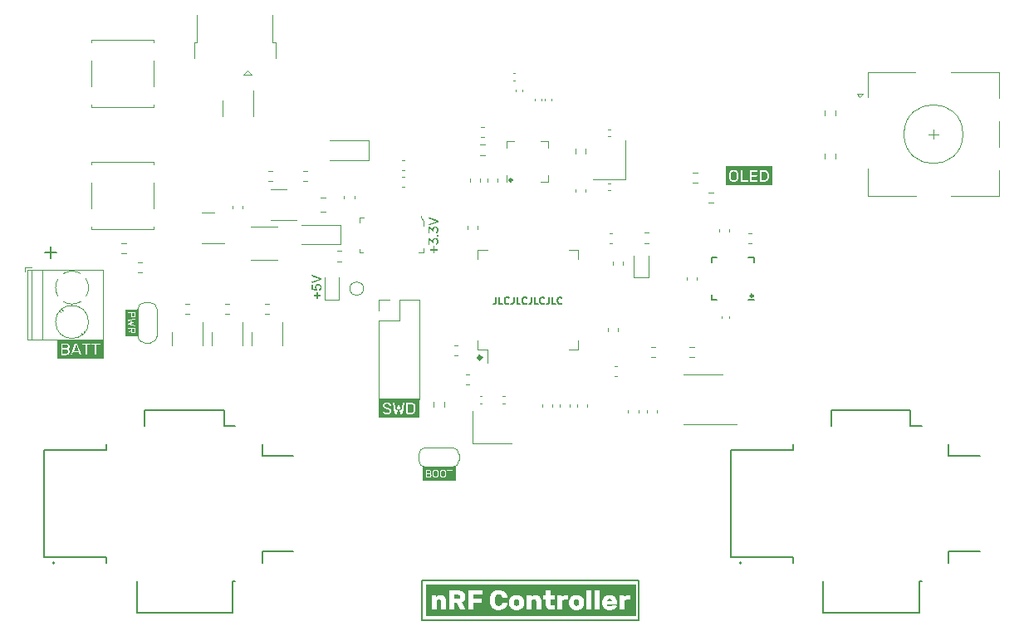
<source format=gbr>
%TF.GenerationSoftware,KiCad,Pcbnew,7.0.1*%
%TF.CreationDate,2023-10-06T11:12:28+02:00*%
%TF.ProjectId,Controller_board,436f6e74-726f-46c6-9c65-725f626f6172,rev?*%
%TF.SameCoordinates,Original*%
%TF.FileFunction,Legend,Top*%
%TF.FilePolarity,Positive*%
%FSLAX46Y46*%
G04 Gerber Fmt 4.6, Leading zero omitted, Abs format (unit mm)*
G04 Created by KiCad (PCBNEW 7.0.1) date 2023-10-06 11:12:28*
%MOMM*%
%LPD*%
G01*
G04 APERTURE LIST*
%ADD10C,0.150000*%
%ADD11C,0.275000*%
%ADD12C,0.348566*%
%ADD13C,0.200000*%
%ADD14C,0.125000*%
%ADD15C,0.100000*%
%ADD16C,0.120000*%
%ADD17C,0.127000*%
G04 APERTURE END LIST*
D10*
X104190800Y-137871200D02*
X126288800Y-137871200D01*
X126288800Y-141884400D01*
X104190800Y-141884400D01*
X104190800Y-137871200D01*
D11*
X137957900Y-108813600D02*
G75*
G03*
X137957900Y-108813600I-137500J0D01*
G01*
D12*
X110257883Y-115112800D02*
G75*
G03*
X110257883Y-115112800I-174283J0D01*
G01*
D11*
X113377610Y-97009011D02*
G75*
G03*
X113377610Y-97009011I-137500J0D01*
G01*
D10*
X111745666Y-108942333D02*
X111745666Y-109442333D01*
X111745666Y-109442333D02*
X111712333Y-109542333D01*
X111712333Y-109542333D02*
X111645666Y-109609000D01*
X111645666Y-109609000D02*
X111545666Y-109642333D01*
X111545666Y-109642333D02*
X111479000Y-109642333D01*
X112412333Y-109642333D02*
X112078999Y-109642333D01*
X112078999Y-109642333D02*
X112078999Y-108942333D01*
X113045666Y-109575666D02*
X113012333Y-109609000D01*
X113012333Y-109609000D02*
X112912333Y-109642333D01*
X112912333Y-109642333D02*
X112845666Y-109642333D01*
X112845666Y-109642333D02*
X112745666Y-109609000D01*
X112745666Y-109609000D02*
X112679000Y-109542333D01*
X112679000Y-109542333D02*
X112645666Y-109475666D01*
X112645666Y-109475666D02*
X112612333Y-109342333D01*
X112612333Y-109342333D02*
X112612333Y-109242333D01*
X112612333Y-109242333D02*
X112645666Y-109109000D01*
X112645666Y-109109000D02*
X112679000Y-109042333D01*
X112679000Y-109042333D02*
X112745666Y-108975666D01*
X112745666Y-108975666D02*
X112845666Y-108942333D01*
X112845666Y-108942333D02*
X112912333Y-108942333D01*
X112912333Y-108942333D02*
X113012333Y-108975666D01*
X113012333Y-108975666D02*
X113045666Y-109009000D01*
X113545666Y-108942333D02*
X113545666Y-109442333D01*
X113545666Y-109442333D02*
X113512333Y-109542333D01*
X113512333Y-109542333D02*
X113445666Y-109609000D01*
X113445666Y-109609000D02*
X113345666Y-109642333D01*
X113345666Y-109642333D02*
X113279000Y-109642333D01*
X114212333Y-109642333D02*
X113878999Y-109642333D01*
X113878999Y-109642333D02*
X113878999Y-108942333D01*
X114845666Y-109575666D02*
X114812333Y-109609000D01*
X114812333Y-109609000D02*
X114712333Y-109642333D01*
X114712333Y-109642333D02*
X114645666Y-109642333D01*
X114645666Y-109642333D02*
X114545666Y-109609000D01*
X114545666Y-109609000D02*
X114479000Y-109542333D01*
X114479000Y-109542333D02*
X114445666Y-109475666D01*
X114445666Y-109475666D02*
X114412333Y-109342333D01*
X114412333Y-109342333D02*
X114412333Y-109242333D01*
X114412333Y-109242333D02*
X114445666Y-109109000D01*
X114445666Y-109109000D02*
X114479000Y-109042333D01*
X114479000Y-109042333D02*
X114545666Y-108975666D01*
X114545666Y-108975666D02*
X114645666Y-108942333D01*
X114645666Y-108942333D02*
X114712333Y-108942333D01*
X114712333Y-108942333D02*
X114812333Y-108975666D01*
X114812333Y-108975666D02*
X114845666Y-109009000D01*
X115345666Y-108942333D02*
X115345666Y-109442333D01*
X115345666Y-109442333D02*
X115312333Y-109542333D01*
X115312333Y-109542333D02*
X115245666Y-109609000D01*
X115245666Y-109609000D02*
X115145666Y-109642333D01*
X115145666Y-109642333D02*
X115079000Y-109642333D01*
X116012333Y-109642333D02*
X115678999Y-109642333D01*
X115678999Y-109642333D02*
X115678999Y-108942333D01*
X116645666Y-109575666D02*
X116612333Y-109609000D01*
X116612333Y-109609000D02*
X116512333Y-109642333D01*
X116512333Y-109642333D02*
X116445666Y-109642333D01*
X116445666Y-109642333D02*
X116345666Y-109609000D01*
X116345666Y-109609000D02*
X116279000Y-109542333D01*
X116279000Y-109542333D02*
X116245666Y-109475666D01*
X116245666Y-109475666D02*
X116212333Y-109342333D01*
X116212333Y-109342333D02*
X116212333Y-109242333D01*
X116212333Y-109242333D02*
X116245666Y-109109000D01*
X116245666Y-109109000D02*
X116279000Y-109042333D01*
X116279000Y-109042333D02*
X116345666Y-108975666D01*
X116345666Y-108975666D02*
X116445666Y-108942333D01*
X116445666Y-108942333D02*
X116512333Y-108942333D01*
X116512333Y-108942333D02*
X116612333Y-108975666D01*
X116612333Y-108975666D02*
X116645666Y-109009000D01*
X117145666Y-108942333D02*
X117145666Y-109442333D01*
X117145666Y-109442333D02*
X117112333Y-109542333D01*
X117112333Y-109542333D02*
X117045666Y-109609000D01*
X117045666Y-109609000D02*
X116945666Y-109642333D01*
X116945666Y-109642333D02*
X116879000Y-109642333D01*
X117812333Y-109642333D02*
X117478999Y-109642333D01*
X117478999Y-109642333D02*
X117478999Y-108942333D01*
X118445666Y-109575666D02*
X118412333Y-109609000D01*
X118412333Y-109609000D02*
X118312333Y-109642333D01*
X118312333Y-109642333D02*
X118245666Y-109642333D01*
X118245666Y-109642333D02*
X118145666Y-109609000D01*
X118145666Y-109609000D02*
X118079000Y-109542333D01*
X118079000Y-109542333D02*
X118045666Y-109475666D01*
X118045666Y-109475666D02*
X118012333Y-109342333D01*
X118012333Y-109342333D02*
X118012333Y-109242333D01*
X118012333Y-109242333D02*
X118045666Y-109109000D01*
X118045666Y-109109000D02*
X118079000Y-109042333D01*
X118079000Y-109042333D02*
X118145666Y-108975666D01*
X118145666Y-108975666D02*
X118245666Y-108942333D01*
X118245666Y-108942333D02*
X118312333Y-108942333D01*
X118312333Y-108942333D02*
X118412333Y-108975666D01*
X118412333Y-108975666D02*
X118445666Y-109009000D01*
G36*
X105764847Y-104053517D02*
G01*
X105774935Y-104054845D01*
X105784042Y-104058828D01*
X105791470Y-104064753D01*
X105797866Y-104072967D01*
X105801608Y-104082163D01*
X105802705Y-104091375D01*
X105802705Y-104143155D01*
X105801377Y-104153243D01*
X105797394Y-104162350D01*
X105791470Y-104169777D01*
X105783255Y-104176174D01*
X105774059Y-104179915D01*
X105764847Y-104181012D01*
X105486655Y-104181012D01*
X105486655Y-104455297D01*
X105485298Y-104465385D01*
X105481229Y-104474492D01*
X105475175Y-104481919D01*
X105466792Y-104488316D01*
X105457428Y-104492057D01*
X105448064Y-104493155D01*
X105403612Y-104493155D01*
X105393356Y-104491827D01*
X105384081Y-104487844D01*
X105376501Y-104481919D01*
X105369965Y-104473705D01*
X105366143Y-104464508D01*
X105365022Y-104455297D01*
X105365022Y-104181012D01*
X105090248Y-104181012D01*
X105080160Y-104179685D01*
X105071053Y-104175702D01*
X105063626Y-104169777D01*
X105057229Y-104161562D01*
X105053488Y-104152366D01*
X105052391Y-104143155D01*
X105052391Y-104091375D01*
X105053718Y-104081287D01*
X105057701Y-104072180D01*
X105063626Y-104064753D01*
X105071841Y-104058356D01*
X105081037Y-104054615D01*
X105090248Y-104053517D01*
X105365022Y-104053517D01*
X105365022Y-103777767D01*
X105366378Y-103767679D01*
X105370448Y-103758572D01*
X105376501Y-103751145D01*
X105384884Y-103744748D01*
X105394248Y-103741007D01*
X105403612Y-103739910D01*
X105448064Y-103739910D01*
X105458320Y-103741237D01*
X105467595Y-103745220D01*
X105475175Y-103751145D01*
X105481711Y-103759360D01*
X105485534Y-103768556D01*
X105486655Y-103777767D01*
X105486655Y-104053517D01*
X105764847Y-104053517D01*
G37*
G36*
X105743598Y-103267544D02*
G01*
X105743415Y-103255949D01*
X105742865Y-103244612D01*
X105741949Y-103233532D01*
X105740667Y-103222710D01*
X105739019Y-103212146D01*
X105737004Y-103201839D01*
X105734622Y-103191790D01*
X105731874Y-103181998D01*
X105728760Y-103172464D01*
X105725280Y-103163187D01*
X105721433Y-103154169D01*
X105714976Y-103141123D01*
X105707694Y-103128658D01*
X105699589Y-103116771D01*
X105696703Y-103112938D01*
X105687535Y-103102070D01*
X105677615Y-103092270D01*
X105666944Y-103083540D01*
X105655522Y-103075878D01*
X105643348Y-103069286D01*
X105630423Y-103063762D01*
X105616747Y-103059308D01*
X105607212Y-103056932D01*
X105597343Y-103055032D01*
X105587140Y-103053607D01*
X105576603Y-103052656D01*
X105565732Y-103052181D01*
X105560172Y-103052122D01*
X105549370Y-103052349D01*
X105538945Y-103053030D01*
X105528899Y-103054165D01*
X105519231Y-103055755D01*
X105505436Y-103058991D01*
X105492492Y-103063248D01*
X105480397Y-103068528D01*
X105469153Y-103074829D01*
X105458759Y-103082152D01*
X105449215Y-103090497D01*
X105440521Y-103099863D01*
X105432677Y-103110252D01*
X105425562Y-103121470D01*
X105419147Y-103133418D01*
X105413432Y-103146097D01*
X105408417Y-103159505D01*
X105405462Y-103168849D01*
X105402818Y-103178517D01*
X105400486Y-103188510D01*
X105398464Y-103198828D01*
X105396753Y-103209469D01*
X105395354Y-103220436D01*
X105394265Y-103231726D01*
X105393487Y-103243341D01*
X105393021Y-103255280D01*
X105392865Y-103267544D01*
X105392865Y-103383804D01*
X105391567Y-103393892D01*
X105387670Y-103402999D01*
X105381874Y-103410426D01*
X105373828Y-103416823D01*
X105364799Y-103420564D01*
X105355740Y-103421661D01*
X105306159Y-103421661D01*
X105295880Y-103420427D01*
X105286567Y-103416724D01*
X105285399Y-103416044D01*
X105277293Y-103410552D01*
X105269553Y-103404457D01*
X105263417Y-103399191D01*
X104986445Y-103147132D01*
X104986445Y-103550377D01*
X104985175Y-103560465D01*
X104981366Y-103569572D01*
X104975699Y-103577000D01*
X104967709Y-103583396D01*
X104958006Y-103587346D01*
X104950053Y-103588235D01*
X104901205Y-103588235D01*
X104890763Y-103586655D01*
X104881421Y-103581915D01*
X104875803Y-103577000D01*
X104869546Y-103568785D01*
X104865886Y-103559589D01*
X104864812Y-103550377D01*
X104864812Y-102998877D01*
X104866140Y-102988789D01*
X104870123Y-102979682D01*
X104876048Y-102972254D01*
X104884291Y-102965858D01*
X104893574Y-102962116D01*
X104902914Y-102961019D01*
X104953717Y-102961019D01*
X104964128Y-102962591D01*
X104974089Y-102966547D01*
X104983259Y-102971853D01*
X104991347Y-102977627D01*
X104999841Y-102984628D01*
X105001588Y-102986176D01*
X105271232Y-103234083D01*
X105271537Y-103216619D01*
X105272450Y-103199583D01*
X105273972Y-103182975D01*
X105276102Y-103166794D01*
X105278841Y-103151040D01*
X105282189Y-103135714D01*
X105286146Y-103120815D01*
X105290711Y-103106344D01*
X105295885Y-103092300D01*
X105301667Y-103078683D01*
X105308059Y-103065494D01*
X105315059Y-103052732D01*
X105322668Y-103040398D01*
X105330885Y-103028491D01*
X105339711Y-103017012D01*
X105349146Y-103005960D01*
X105359064Y-102995431D01*
X105369403Y-102985581D01*
X105380161Y-102976410D01*
X105391339Y-102967919D01*
X105402937Y-102960107D01*
X105414954Y-102952974D01*
X105427391Y-102946521D01*
X105440248Y-102940747D01*
X105453525Y-102935652D01*
X105467222Y-102931237D01*
X105481339Y-102927501D01*
X105495875Y-102924444D01*
X105510831Y-102922066D01*
X105526207Y-102920368D01*
X105542002Y-102919349D01*
X105558218Y-102919009D01*
X105569819Y-102919193D01*
X105581238Y-102919742D01*
X105592473Y-102920658D01*
X105603525Y-102921940D01*
X105614394Y-102923589D01*
X105625079Y-102925604D01*
X105635582Y-102927985D01*
X105645901Y-102930733D01*
X105656037Y-102933847D01*
X105665990Y-102937328D01*
X105675760Y-102941174D01*
X105685346Y-102945388D01*
X105694750Y-102949967D01*
X105703970Y-102954913D01*
X105713007Y-102960225D01*
X105721860Y-102965904D01*
X105730463Y-102971892D01*
X105738809Y-102978131D01*
X105746896Y-102984623D01*
X105754726Y-102991366D01*
X105762299Y-102998362D01*
X105769614Y-103005609D01*
X105776671Y-103013108D01*
X105783471Y-103020859D01*
X105790013Y-103028861D01*
X105796297Y-103037116D01*
X105802324Y-103045623D01*
X105808093Y-103054381D01*
X105813605Y-103063391D01*
X105818859Y-103072653D01*
X105823856Y-103082167D01*
X105828595Y-103091933D01*
X105833031Y-103101893D01*
X105837181Y-103111988D01*
X105841045Y-103122219D01*
X105844623Y-103132585D01*
X105847915Y-103143086D01*
X105850920Y-103153723D01*
X105853639Y-103164495D01*
X105856072Y-103175403D01*
X105858219Y-103186447D01*
X105860079Y-103197626D01*
X105861653Y-103208940D01*
X105862941Y-103220390D01*
X105863943Y-103231975D01*
X105864659Y-103243696D01*
X105865088Y-103255552D01*
X105865231Y-103267544D01*
X105865092Y-103282295D01*
X105864674Y-103296750D01*
X105863977Y-103310909D01*
X105863002Y-103324773D01*
X105861749Y-103338341D01*
X105860216Y-103351613D01*
X105858406Y-103364589D01*
X105856316Y-103377270D01*
X105853948Y-103389655D01*
X105851302Y-103401744D01*
X105848376Y-103413537D01*
X105845173Y-103425035D01*
X105841690Y-103436237D01*
X105837929Y-103447143D01*
X105833890Y-103457753D01*
X105829572Y-103468067D01*
X105825003Y-103478040D01*
X105820271Y-103487687D01*
X105815378Y-103497007D01*
X105810322Y-103506001D01*
X105805104Y-103514669D01*
X105799724Y-103523011D01*
X105791350Y-103534911D01*
X105782611Y-103546077D01*
X105773507Y-103556509D01*
X105764038Y-103566207D01*
X105754204Y-103575171D01*
X105744005Y-103583401D01*
X105737004Y-103588479D01*
X105726267Y-103595486D01*
X105715397Y-103601854D01*
X105704394Y-103607582D01*
X105693257Y-103612671D01*
X105681988Y-103617119D01*
X105670586Y-103620928D01*
X105659050Y-103624097D01*
X105647382Y-103626627D01*
X105635580Y-103628517D01*
X105623645Y-103629767D01*
X105615615Y-103630245D01*
X105605370Y-103628515D01*
X105596434Y-103623326D01*
X105594121Y-103621208D01*
X105588112Y-103613143D01*
X105585067Y-103603285D01*
X105584840Y-103599470D01*
X105584840Y-103534990D01*
X105586180Y-103525235D01*
X105590654Y-103516218D01*
X105594366Y-103512031D01*
X105602270Y-103505337D01*
X105610899Y-103500335D01*
X105615126Y-103498598D01*
X105625994Y-103494943D01*
X105636433Y-103490755D01*
X105646442Y-103486035D01*
X105656022Y-103480783D01*
X105665172Y-103474999D01*
X105673893Y-103468682D01*
X105682185Y-103461832D01*
X105690048Y-103454451D01*
X105697481Y-103446537D01*
X105704485Y-103438090D01*
X105708916Y-103432164D01*
X105715114Y-103422499D01*
X105720702Y-103411642D01*
X105725681Y-103399590D01*
X105730050Y-103386345D01*
X105732624Y-103376852D01*
X105734927Y-103366829D01*
X105736960Y-103356275D01*
X105738721Y-103345190D01*
X105740211Y-103333575D01*
X105741430Y-103321430D01*
X105742379Y-103308754D01*
X105743056Y-103295548D01*
X105743463Y-103281811D01*
X105743598Y-103267544D01*
G37*
G36*
X105677653Y-102635443D02*
G01*
X105679009Y-102625355D01*
X105683078Y-102616248D01*
X105689132Y-102608821D01*
X105697376Y-102602424D01*
X105706658Y-102598683D01*
X105715999Y-102597586D01*
X105811253Y-102597586D01*
X105821509Y-102598913D01*
X105830784Y-102602896D01*
X105838364Y-102608821D01*
X105844761Y-102617036D01*
X105848502Y-102626232D01*
X105849600Y-102635443D01*
X105849600Y-102729233D01*
X105848272Y-102739321D01*
X105844289Y-102748428D01*
X105838364Y-102755855D01*
X105829982Y-102762252D01*
X105820618Y-102765993D01*
X105811253Y-102767090D01*
X105715999Y-102767090D01*
X105705771Y-102765763D01*
X105696583Y-102761780D01*
X105689132Y-102755855D01*
X105682596Y-102747640D01*
X105678774Y-102738444D01*
X105677653Y-102729233D01*
X105677653Y-102635443D01*
G37*
G36*
X105743598Y-102089316D02*
G01*
X105743415Y-102077722D01*
X105742865Y-102066384D01*
X105741949Y-102055305D01*
X105740667Y-102044483D01*
X105739019Y-102033918D01*
X105737004Y-102023611D01*
X105734622Y-102013562D01*
X105731874Y-102003770D01*
X105728760Y-101994236D01*
X105725280Y-101984960D01*
X105721433Y-101975941D01*
X105714976Y-101962896D01*
X105707694Y-101950430D01*
X105699589Y-101938544D01*
X105696703Y-101934711D01*
X105687535Y-101923842D01*
X105677615Y-101914043D01*
X105666944Y-101905312D01*
X105655522Y-101897651D01*
X105643348Y-101891058D01*
X105630423Y-101885535D01*
X105616747Y-101881081D01*
X105607212Y-101878705D01*
X105597343Y-101876804D01*
X105587140Y-101875379D01*
X105576603Y-101874429D01*
X105565732Y-101873954D01*
X105560172Y-101873894D01*
X105549370Y-101874121D01*
X105538945Y-101874803D01*
X105528899Y-101875938D01*
X105519231Y-101877527D01*
X105505436Y-101880763D01*
X105492492Y-101885021D01*
X105480397Y-101890300D01*
X105469153Y-101896601D01*
X105458759Y-101903924D01*
X105449215Y-101912269D01*
X105440521Y-101921636D01*
X105432677Y-101932024D01*
X105425562Y-101943243D01*
X105419147Y-101955191D01*
X105413432Y-101967869D01*
X105408417Y-101981277D01*
X105405462Y-101990621D01*
X105402818Y-102000290D01*
X105400486Y-102010283D01*
X105398464Y-102020600D01*
X105396753Y-102031242D01*
X105395354Y-102042208D01*
X105394265Y-102053499D01*
X105393487Y-102065114D01*
X105393021Y-102077053D01*
X105392865Y-102089316D01*
X105392865Y-102205576D01*
X105391567Y-102215664D01*
X105387670Y-102224771D01*
X105381874Y-102232199D01*
X105373828Y-102238595D01*
X105364799Y-102242337D01*
X105355740Y-102243434D01*
X105306159Y-102243434D01*
X105295880Y-102242199D01*
X105286567Y-102238496D01*
X105285399Y-102237816D01*
X105277293Y-102232325D01*
X105269553Y-102226230D01*
X105263417Y-102220963D01*
X104986445Y-101968905D01*
X104986445Y-102372150D01*
X104985175Y-102382238D01*
X104981366Y-102391345D01*
X104975699Y-102398772D01*
X104967709Y-102405169D01*
X104958006Y-102409119D01*
X104950053Y-102410007D01*
X104901205Y-102410007D01*
X104890763Y-102408427D01*
X104881421Y-102403688D01*
X104875803Y-102398772D01*
X104869546Y-102390557D01*
X104865886Y-102381361D01*
X104864812Y-102372150D01*
X104864812Y-101820649D01*
X104866140Y-101810561D01*
X104870123Y-101801454D01*
X104876048Y-101794027D01*
X104884291Y-101787630D01*
X104893574Y-101783889D01*
X104902914Y-101782792D01*
X104953717Y-101782792D01*
X104964128Y-101784364D01*
X104974089Y-101788319D01*
X104983259Y-101793626D01*
X104991347Y-101799399D01*
X104999841Y-101806401D01*
X105001588Y-101807949D01*
X105271232Y-102055855D01*
X105271537Y-102038392D01*
X105272450Y-102021356D01*
X105273972Y-102004747D01*
X105276102Y-101988566D01*
X105278841Y-101972813D01*
X105282189Y-101957486D01*
X105286146Y-101942588D01*
X105290711Y-101928116D01*
X105295885Y-101914072D01*
X105301667Y-101900456D01*
X105308059Y-101887267D01*
X105315059Y-101874505D01*
X105322668Y-101862171D01*
X105330885Y-101850264D01*
X105339711Y-101838784D01*
X105349146Y-101827732D01*
X105359064Y-101817203D01*
X105369403Y-101807353D01*
X105380161Y-101798183D01*
X105391339Y-101789692D01*
X105402937Y-101781880D01*
X105414954Y-101774747D01*
X105427391Y-101768294D01*
X105440248Y-101762520D01*
X105453525Y-101757425D01*
X105467222Y-101753009D01*
X105481339Y-101749273D01*
X105495875Y-101746216D01*
X105510831Y-101743839D01*
X105526207Y-101742141D01*
X105542002Y-101741122D01*
X105558218Y-101740782D01*
X105569819Y-101740965D01*
X105581238Y-101741515D01*
X105592473Y-101742431D01*
X105603525Y-101743713D01*
X105614394Y-101745361D01*
X105625079Y-101747376D01*
X105635582Y-101749758D01*
X105645901Y-101752506D01*
X105656037Y-101755620D01*
X105665990Y-101759100D01*
X105675760Y-101762947D01*
X105685346Y-101767160D01*
X105694750Y-101771740D01*
X105703970Y-101776686D01*
X105713007Y-101781998D01*
X105721860Y-101787677D01*
X105730463Y-101793664D01*
X105738809Y-101799904D01*
X105746896Y-101806395D01*
X105754726Y-101813139D01*
X105762299Y-101820134D01*
X105769614Y-101827381D01*
X105776671Y-101834880D01*
X105783471Y-101842631D01*
X105790013Y-101850634D01*
X105796297Y-101858889D01*
X105802324Y-101867395D01*
X105808093Y-101876154D01*
X105813605Y-101885164D01*
X105818859Y-101894426D01*
X105823856Y-101903940D01*
X105828595Y-101913706D01*
X105833031Y-101923665D01*
X105837181Y-101933760D01*
X105841045Y-101943991D01*
X105844623Y-101954357D01*
X105847915Y-101964859D01*
X105850920Y-101975495D01*
X105853639Y-101986268D01*
X105856072Y-101997176D01*
X105858219Y-102008219D01*
X105860079Y-102019398D01*
X105861653Y-102030712D01*
X105862941Y-102042162D01*
X105863943Y-102053748D01*
X105864659Y-102065468D01*
X105865088Y-102077325D01*
X105865231Y-102089316D01*
X105865092Y-102104067D01*
X105864674Y-102118523D01*
X105863977Y-102132682D01*
X105863002Y-102146546D01*
X105861749Y-102160113D01*
X105860216Y-102173386D01*
X105858406Y-102186362D01*
X105856316Y-102199043D01*
X105853948Y-102211427D01*
X105851302Y-102223516D01*
X105848376Y-102235310D01*
X105845173Y-102246807D01*
X105841690Y-102258009D01*
X105837929Y-102268915D01*
X105833890Y-102279525D01*
X105829572Y-102289840D01*
X105825003Y-102299813D01*
X105820271Y-102309459D01*
X105815378Y-102318780D01*
X105810322Y-102327774D01*
X105805104Y-102336442D01*
X105799724Y-102344783D01*
X105791350Y-102356683D01*
X105782611Y-102367850D01*
X105773507Y-102378282D01*
X105764038Y-102387980D01*
X105754204Y-102396943D01*
X105744005Y-102405173D01*
X105737004Y-102410252D01*
X105726267Y-102417259D01*
X105715397Y-102423627D01*
X105704394Y-102429355D01*
X105693257Y-102434443D01*
X105681988Y-102438892D01*
X105670586Y-102442701D01*
X105659050Y-102445870D01*
X105647382Y-102448399D01*
X105635580Y-102450289D01*
X105623645Y-102451539D01*
X105615615Y-102452017D01*
X105605370Y-102450287D01*
X105596434Y-102445098D01*
X105594121Y-102442980D01*
X105588112Y-102434915D01*
X105585067Y-102425058D01*
X105584840Y-102421242D01*
X105584840Y-102356762D01*
X105586180Y-102347008D01*
X105590654Y-102337991D01*
X105594366Y-102333804D01*
X105602270Y-102327109D01*
X105610899Y-102322108D01*
X105615126Y-102320370D01*
X105625994Y-102316715D01*
X105636433Y-102312528D01*
X105646442Y-102307808D01*
X105656022Y-102302556D01*
X105665172Y-102296771D01*
X105673893Y-102290454D01*
X105682185Y-102283605D01*
X105690048Y-102276223D01*
X105697481Y-102268309D01*
X105704485Y-102259863D01*
X105708916Y-102253936D01*
X105715114Y-102244272D01*
X105720702Y-102233414D01*
X105725681Y-102221363D01*
X105730050Y-102208118D01*
X105732624Y-102198625D01*
X105734927Y-102188601D01*
X105736960Y-102178047D01*
X105738721Y-102166963D01*
X105740211Y-102155348D01*
X105741430Y-102143203D01*
X105742379Y-102130527D01*
X105743056Y-102117320D01*
X105743463Y-102103584D01*
X105743598Y-102089316D01*
G37*
G36*
X104899983Y-100954564D02*
G01*
X104889851Y-100949950D01*
X104881436Y-100943893D01*
X104874739Y-100936393D01*
X104869758Y-100927449D01*
X104866495Y-100917063D01*
X104864950Y-100905234D01*
X104864812Y-100900098D01*
X104864812Y-100848319D01*
X104866788Y-100838604D01*
X104872713Y-100830099D01*
X104876780Y-100826581D01*
X104885389Y-100821436D01*
X104895094Y-100818426D01*
X104904868Y-100817544D01*
X104914924Y-100818932D01*
X104918790Y-100820231D01*
X105793912Y-101122603D01*
X105803392Y-101126170D01*
X105813410Y-101131242D01*
X105822305Y-101137296D01*
X105830079Y-101144332D01*
X105834945Y-101149958D01*
X105840655Y-101158631D01*
X105844963Y-101168191D01*
X105847868Y-101178639D01*
X105849371Y-101189976D01*
X105849600Y-101196853D01*
X105849600Y-101252785D01*
X105849110Y-101262721D01*
X105846935Y-101274967D01*
X105843019Y-101286069D01*
X105837364Y-101296026D01*
X105829968Y-101304838D01*
X105820831Y-101312504D01*
X105809955Y-101319027D01*
X105800656Y-101323167D01*
X105793912Y-101325569D01*
X104918790Y-101629407D01*
X104909271Y-101632052D01*
X104904868Y-101632338D01*
X104895094Y-101631456D01*
X104885389Y-101628446D01*
X104876780Y-101623301D01*
X104869487Y-101615859D01*
X104865385Y-101606712D01*
X104864812Y-101601319D01*
X104864812Y-101549540D01*
X104865362Y-101539499D01*
X104867594Y-101528247D01*
X104871544Y-101518438D01*
X104877211Y-101510072D01*
X104884596Y-101503149D01*
X104893698Y-101497669D01*
X104899983Y-101495074D01*
X105710381Y-101224941D01*
X104899983Y-100954564D01*
G37*
D13*
G36*
X123324490Y-139707800D02*
G01*
X123344278Y-139708866D01*
X123369474Y-139712277D01*
X123393310Y-139717964D01*
X123415788Y-139725925D01*
X123436907Y-139736160D01*
X123456668Y-139748670D01*
X123475070Y-139763454D01*
X123492114Y-139780513D01*
X123496182Y-139785063D01*
X123511386Y-139803904D01*
X123524881Y-139823768D01*
X123536665Y-139844655D01*
X123546740Y-139866564D01*
X123555106Y-139889496D01*
X123561761Y-139913451D01*
X123566707Y-139938429D01*
X123569295Y-139957833D01*
X123065666Y-139957833D01*
X123069322Y-139932088D01*
X123074672Y-139907366D01*
X123081717Y-139883667D01*
X123090457Y-139860991D01*
X123100890Y-139839337D01*
X123113019Y-139818706D01*
X123126841Y-139799098D01*
X123142358Y-139780513D01*
X123146522Y-139776035D01*
X123164028Y-139759545D01*
X123182892Y-139745329D01*
X123203114Y-139733388D01*
X123224695Y-139723721D01*
X123247635Y-139716329D01*
X123271933Y-139711211D01*
X123297590Y-139708368D01*
X123317725Y-139707728D01*
X123324490Y-139707800D01*
G37*
G36*
X119955129Y-139770803D02*
G01*
X119975551Y-139771705D01*
X120001578Y-139774590D01*
X120026232Y-139779398D01*
X120049511Y-139786130D01*
X120071417Y-139794786D01*
X120091948Y-139805365D01*
X120111106Y-139817867D01*
X120128890Y-139832292D01*
X120133136Y-139836155D01*
X120148935Y-139852531D01*
X120162842Y-139870387D01*
X120174855Y-139889724D01*
X120184976Y-139910542D01*
X120193204Y-139932841D01*
X120199539Y-139956620D01*
X120203981Y-139981880D01*
X120206071Y-140001797D01*
X120207330Y-140015703D01*
X120208904Y-140035590D01*
X120210263Y-140057315D01*
X120211108Y-140077451D01*
X120211444Y-140098517D01*
X120211255Y-140114122D01*
X120210557Y-140133803D01*
X120209345Y-140155075D01*
X120207897Y-140174572D01*
X120206071Y-140195237D01*
X120205493Y-140201969D01*
X120203048Y-140221615D01*
X120198133Y-140246528D01*
X120191325Y-140269975D01*
X120182623Y-140291957D01*
X120172029Y-140312474D01*
X120159542Y-140331525D01*
X120145163Y-140349110D01*
X120128890Y-140365230D01*
X120120170Y-140372624D01*
X120101699Y-140385981D01*
X120081854Y-140397430D01*
X120060636Y-140406971D01*
X120038043Y-140414604D01*
X120014077Y-140420328D01*
X119988737Y-140424144D01*
X119968830Y-140425754D01*
X119948150Y-140426291D01*
X119941201Y-140426231D01*
X119920856Y-140425337D01*
X119894905Y-140422475D01*
X119870298Y-140417704D01*
X119847034Y-140411026D01*
X119825113Y-140402439D01*
X119804535Y-140391944D01*
X119785301Y-140379541D01*
X119767411Y-140365230D01*
X119763195Y-140361338D01*
X119747506Y-140344851D01*
X119733695Y-140326899D01*
X119721761Y-140307482D01*
X119711706Y-140286599D01*
X119703527Y-140264251D01*
X119697226Y-140240437D01*
X119692803Y-140215158D01*
X119690718Y-140195237D01*
X119689722Y-140183204D01*
X119688715Y-140162780D01*
X119688134Y-140140801D01*
X119687859Y-140118910D01*
X119687787Y-140098517D01*
X119687813Y-140086046D01*
X119688019Y-140063217D01*
X119688431Y-140043205D01*
X119689173Y-140023416D01*
X119690718Y-140001797D01*
X119691296Y-139995065D01*
X119693733Y-139975426D01*
X119698626Y-139950536D01*
X119705396Y-139927127D01*
X119714043Y-139905199D01*
X119724569Y-139884751D01*
X119736972Y-139865784D01*
X119751252Y-139848298D01*
X119767411Y-139832292D01*
X119776188Y-139824839D01*
X119794750Y-139811375D01*
X119814656Y-139799835D01*
X119835905Y-139790218D01*
X119858498Y-139782524D01*
X119882434Y-139776754D01*
X119907713Y-139772907D01*
X119927554Y-139771284D01*
X119948150Y-139770743D01*
X119955129Y-139770803D01*
G37*
G36*
X113843196Y-139770803D02*
G01*
X113863618Y-139771705D01*
X113889645Y-139774590D01*
X113914299Y-139779398D01*
X113937578Y-139786130D01*
X113959484Y-139794786D01*
X113980015Y-139805365D01*
X113999173Y-139817867D01*
X114016957Y-139832292D01*
X114021203Y-139836155D01*
X114037002Y-139852531D01*
X114050909Y-139870387D01*
X114062922Y-139889724D01*
X114073043Y-139910542D01*
X114081271Y-139932841D01*
X114087606Y-139956620D01*
X114092048Y-139981880D01*
X114094138Y-140001797D01*
X114095397Y-140015703D01*
X114096971Y-140035590D01*
X114098330Y-140057315D01*
X114099175Y-140077451D01*
X114099511Y-140098517D01*
X114099322Y-140114122D01*
X114098624Y-140133803D01*
X114097412Y-140155075D01*
X114095964Y-140174572D01*
X114094138Y-140195237D01*
X114093560Y-140201969D01*
X114091115Y-140221615D01*
X114086200Y-140246528D01*
X114079392Y-140269975D01*
X114070690Y-140291957D01*
X114060096Y-140312474D01*
X114047609Y-140331525D01*
X114033230Y-140349110D01*
X114016957Y-140365230D01*
X114008237Y-140372624D01*
X113989766Y-140385981D01*
X113969921Y-140397430D01*
X113948703Y-140406971D01*
X113926110Y-140414604D01*
X113902144Y-140420328D01*
X113876804Y-140424144D01*
X113856897Y-140425754D01*
X113836217Y-140426291D01*
X113829268Y-140426231D01*
X113808923Y-140425337D01*
X113782972Y-140422475D01*
X113758365Y-140417704D01*
X113735101Y-140411026D01*
X113713180Y-140402439D01*
X113692602Y-140391944D01*
X113673368Y-140379541D01*
X113655478Y-140365230D01*
X113651262Y-140361338D01*
X113635573Y-140344851D01*
X113621762Y-140326899D01*
X113609828Y-140307482D01*
X113599772Y-140286599D01*
X113591594Y-140264251D01*
X113585293Y-140240437D01*
X113580870Y-140215158D01*
X113578785Y-140195237D01*
X113577789Y-140183204D01*
X113576782Y-140162780D01*
X113576201Y-140140801D01*
X113575926Y-140118910D01*
X113575854Y-140098517D01*
X113575880Y-140086046D01*
X113576086Y-140063217D01*
X113576498Y-140043205D01*
X113577240Y-140023416D01*
X113578785Y-140001797D01*
X113579363Y-139995065D01*
X113581800Y-139975426D01*
X113586693Y-139950536D01*
X113593463Y-139927127D01*
X113602110Y-139905199D01*
X113612636Y-139884751D01*
X113625039Y-139865784D01*
X113639319Y-139848298D01*
X113655478Y-139832292D01*
X113664255Y-139824839D01*
X113682817Y-139811375D01*
X113702723Y-139799835D01*
X113723972Y-139790218D01*
X113746565Y-139782524D01*
X113770501Y-139776754D01*
X113795780Y-139772907D01*
X113815621Y-139771284D01*
X113836217Y-139770743D01*
X113843196Y-139770803D01*
G37*
G36*
X107850962Y-139302589D02*
G01*
X107881729Y-139304964D01*
X107910374Y-139308924D01*
X107936898Y-139314467D01*
X107961299Y-139321594D01*
X107983579Y-139330305D01*
X108003736Y-139340599D01*
X108021772Y-139352477D01*
X108037686Y-139365939D01*
X108051478Y-139380985D01*
X108063148Y-139397614D01*
X108072697Y-139415828D01*
X108080123Y-139435625D01*
X108085428Y-139457006D01*
X108088611Y-139479970D01*
X108089672Y-139504518D01*
X108088611Y-139529126D01*
X108085428Y-139552146D01*
X108080123Y-139573578D01*
X108072697Y-139593423D01*
X108063148Y-139611680D01*
X108051478Y-139628350D01*
X108037686Y-139643432D01*
X108021772Y-139656926D01*
X108003736Y-139668833D01*
X107983579Y-139679152D01*
X107961299Y-139687884D01*
X107936898Y-139695028D01*
X107910374Y-139700584D01*
X107881729Y-139704553D01*
X107850962Y-139706935D01*
X107818073Y-139707728D01*
X107502023Y-139707728D01*
X107502023Y-139301797D01*
X107818073Y-139301797D01*
X107850962Y-139302589D01*
G37*
G36*
X126004416Y-141450177D02*
G01*
X104576463Y-141450177D01*
X104576463Y-140756996D01*
X105162177Y-140756996D01*
X105164371Y-140775467D01*
X105171854Y-140794021D01*
X105184647Y-140810729D01*
X105199502Y-140822579D01*
X105217716Y-140830544D01*
X105237892Y-140833200D01*
X105590579Y-140833200D01*
X105609212Y-140831005D01*
X105627614Y-140823522D01*
X105643824Y-140810729D01*
X105655673Y-140795569D01*
X105663639Y-140777019D01*
X105666294Y-140756507D01*
X105666294Y-140039899D01*
X105666353Y-140031986D01*
X105667233Y-140008910D01*
X105669169Y-139986831D01*
X105672162Y-139965748D01*
X105676210Y-139945661D01*
X105681315Y-139926570D01*
X105689764Y-139902665D01*
X105700091Y-139880530D01*
X105712296Y-139860167D01*
X105726378Y-139841574D01*
X105738259Y-139828915D01*
X105755730Y-139813975D01*
X105775063Y-139801247D01*
X105796259Y-139790733D01*
X105819317Y-139782433D01*
X105844237Y-139776346D01*
X105864150Y-139773233D01*
X105885110Y-139771366D01*
X105907117Y-139770743D01*
X105929645Y-139771379D01*
X105951064Y-139773285D01*
X105971376Y-139776462D01*
X105990580Y-139780910D01*
X106014462Y-139788817D01*
X106036375Y-139798984D01*
X106056319Y-139811410D01*
X106074294Y-139826095D01*
X106090300Y-139843039D01*
X106094026Y-139847609D01*
X106107750Y-139866908D01*
X106119580Y-139887840D01*
X106129518Y-139910406D01*
X106137562Y-139934605D01*
X106142354Y-139953826D01*
X106146080Y-139973966D01*
X106148742Y-139995025D01*
X106150339Y-140017002D01*
X106150872Y-140039899D01*
X106150872Y-140756507D01*
X106153066Y-140775236D01*
X106160549Y-140793964D01*
X106173342Y-140810729D01*
X106188197Y-140822579D01*
X106206411Y-140830544D01*
X106226587Y-140833200D01*
X106579274Y-140833200D01*
X106597697Y-140831005D01*
X106616089Y-140823522D01*
X106632519Y-140810729D01*
X106644368Y-140795617D01*
X106652334Y-140777230D01*
X106654989Y-140756996D01*
X106983740Y-140756996D01*
X106985934Y-140775676D01*
X106993417Y-140794242D01*
X107006210Y-140810729D01*
X107021065Y-140822579D01*
X107039279Y-140830544D01*
X107059455Y-140833200D01*
X107426308Y-140833200D01*
X107444731Y-140831005D01*
X107463123Y-140823522D01*
X107479553Y-140810729D01*
X107491402Y-140795521D01*
X107499368Y-140776809D01*
X107502023Y-140756019D01*
X107502023Y-140145900D01*
X107759455Y-140145900D01*
X108070132Y-140756019D01*
X108073406Y-140762319D01*
X108084054Y-140779878D01*
X108097335Y-140797032D01*
X108112142Y-140811706D01*
X108126400Y-140821109D01*
X108146162Y-140828477D01*
X108167037Y-140832171D01*
X108187857Y-140833200D01*
X108568876Y-140833200D01*
X108576494Y-140832746D01*
X108596049Y-140826656D01*
X108611863Y-140814637D01*
X108618171Y-140807436D01*
X108627362Y-140790183D01*
X108630425Y-140770673D01*
X108628742Y-140757717D01*
X108628462Y-140756996D01*
X108929867Y-140756996D01*
X108932061Y-140775676D01*
X108939544Y-140794242D01*
X108952337Y-140810729D01*
X108967192Y-140822579D01*
X108985406Y-140830544D01*
X109005582Y-140833200D01*
X109372435Y-140833200D01*
X109390858Y-140831005D01*
X109409250Y-140823522D01*
X109425680Y-140810729D01*
X109437529Y-140795617D01*
X109445495Y-140777230D01*
X109448150Y-140756996D01*
X109448150Y-140145412D01*
X110229239Y-140145412D01*
X110247662Y-140143265D01*
X110266054Y-140135945D01*
X110282484Y-140123430D01*
X110293346Y-140110447D01*
X110302299Y-140091213D01*
X110304954Y-140071650D01*
X110304954Y-139876745D01*
X111131472Y-139876745D01*
X111131523Y-139893560D01*
X111131752Y-139917290D01*
X111132165Y-139942515D01*
X111132594Y-139962417D01*
X111133126Y-139983159D01*
X111133762Y-140004743D01*
X111134500Y-140027169D01*
X111135342Y-140050436D01*
X111136286Y-140074544D01*
X111137334Y-140099494D01*
X111139108Y-140125844D01*
X111141623Y-140151892D01*
X111144879Y-140177638D01*
X111148874Y-140203083D01*
X111153610Y-140228227D01*
X111159087Y-140253069D01*
X111165303Y-140277610D01*
X111172260Y-140301849D01*
X111179958Y-140325787D01*
X111188396Y-140349423D01*
X111197574Y-140372758D01*
X111207493Y-140395791D01*
X111218151Y-140418523D01*
X111229551Y-140440953D01*
X111241690Y-140463082D01*
X111254570Y-140484909D01*
X111268219Y-140506311D01*
X111282544Y-140527163D01*
X111297544Y-140547466D01*
X111313219Y-140567219D01*
X111329570Y-140586423D01*
X111346596Y-140605077D01*
X111364298Y-140623181D01*
X111382676Y-140640736D01*
X111401729Y-140657742D01*
X111421457Y-140674197D01*
X111441861Y-140690104D01*
X111462940Y-140705460D01*
X111484695Y-140720268D01*
X111507125Y-140734525D01*
X111530231Y-140748234D01*
X111554012Y-140761392D01*
X111578454Y-140773873D01*
X111603418Y-140785549D01*
X111628905Y-140796420D01*
X111654915Y-140806485D01*
X111681448Y-140815746D01*
X111708503Y-140824201D01*
X111736082Y-140831850D01*
X111764183Y-140838695D01*
X111792807Y-140844734D01*
X111821954Y-140849968D01*
X111851624Y-140854397D01*
X111881816Y-140858021D01*
X111912532Y-140860839D01*
X111943770Y-140862852D01*
X111975531Y-140864060D01*
X112007815Y-140864463D01*
X112037754Y-140864102D01*
X112067365Y-140863020D01*
X112096647Y-140861217D01*
X112125601Y-140858692D01*
X112154227Y-140855447D01*
X112182525Y-140851480D01*
X112210495Y-140846791D01*
X112238136Y-140841382D01*
X112265449Y-140835251D01*
X112292435Y-140828399D01*
X112319091Y-140820825D01*
X112345420Y-140812530D01*
X112371420Y-140803514D01*
X112397093Y-140793777D01*
X112422437Y-140783319D01*
X112447452Y-140772139D01*
X112471982Y-140760343D01*
X112495866Y-140748035D01*
X112519105Y-140735216D01*
X112541700Y-140721886D01*
X112563649Y-140708044D01*
X112584953Y-140693691D01*
X112605613Y-140678827D01*
X112625628Y-140663451D01*
X112644997Y-140647563D01*
X112663722Y-140631165D01*
X112681801Y-140614255D01*
X112699236Y-140596833D01*
X112716026Y-140578901D01*
X112732171Y-140560457D01*
X112747671Y-140541501D01*
X112762526Y-140522034D01*
X112776615Y-140502136D01*
X112789820Y-140482009D01*
X112802139Y-140461653D01*
X112813572Y-140441068D01*
X112824121Y-140420254D01*
X112833784Y-140399210D01*
X112842561Y-140377938D01*
X112850453Y-140356437D01*
X112857460Y-140334707D01*
X112863581Y-140312749D01*
X112868817Y-140290561D01*
X112873168Y-140268144D01*
X112876633Y-140245498D01*
X112879213Y-140222623D01*
X112880907Y-140199519D01*
X112881716Y-140176186D01*
X112881263Y-140168427D01*
X112875172Y-140148605D01*
X112863154Y-140132711D01*
X112858528Y-140128475D01*
X112840657Y-140118097D01*
X112820167Y-140114637D01*
X112453314Y-140114637D01*
X112447805Y-140114706D01*
X112427945Y-140116354D01*
X112408015Y-140121506D01*
X112391277Y-140132223D01*
X112384010Y-140141222D01*
X112373630Y-140159349D01*
X112365326Y-140178316D01*
X112358060Y-140198168D01*
X112349664Y-140221531D01*
X112339863Y-140243994D01*
X112328659Y-140265556D01*
X112316050Y-140286218D01*
X112302036Y-140305978D01*
X112286618Y-140324839D01*
X112269796Y-140342798D01*
X112251570Y-140359857D01*
X112231198Y-140375427D01*
X112214026Y-140385743D01*
X112195232Y-140394890D01*
X112174814Y-140402870D01*
X112152773Y-140409682D01*
X112129110Y-140415327D01*
X112103824Y-140419803D01*
X112076915Y-140423112D01*
X112048382Y-140425253D01*
X112028460Y-140426031D01*
X112007815Y-140426291D01*
X111986139Y-140425930D01*
X111965195Y-140424848D01*
X111944984Y-140423045D01*
X111925505Y-140420521D01*
X111897662Y-140415382D01*
X111871467Y-140408620D01*
X111846920Y-140400235D01*
X111824023Y-140390227D01*
X111802773Y-140378596D01*
X111783173Y-140365343D01*
X111765221Y-140350466D01*
X111748918Y-140333967D01*
X111738877Y-140322200D01*
X111724861Y-140303697D01*
X111712098Y-140284172D01*
X111700589Y-140263626D01*
X111690334Y-140242057D01*
X111681332Y-140219467D01*
X111673584Y-140195855D01*
X111667090Y-140171222D01*
X111661849Y-140145566D01*
X111657862Y-140118889D01*
X111655852Y-140098517D01*
X113072226Y-140098517D01*
X113074668Y-140208915D01*
X113076103Y-140231502D01*
X113078210Y-140253833D01*
X113080988Y-140275908D01*
X113084438Y-140297728D01*
X113088559Y-140319292D01*
X113093353Y-140340600D01*
X113098818Y-140361652D01*
X113104954Y-140382449D01*
X113111762Y-140402991D01*
X113119242Y-140423276D01*
X113127394Y-140443306D01*
X113136217Y-140463080D01*
X113145712Y-140482598D01*
X113155879Y-140501861D01*
X113166717Y-140520868D01*
X113178227Y-140539620D01*
X113190430Y-140558005D01*
X113203224Y-140575913D01*
X113216609Y-140593343D01*
X113230587Y-140610297D01*
X113245155Y-140626774D01*
X113260315Y-140642774D01*
X113276067Y-140658297D01*
X113292411Y-140673343D01*
X113309345Y-140687911D01*
X113326872Y-140702003D01*
X113344990Y-140715618D01*
X113363699Y-140728755D01*
X113383000Y-140741416D01*
X113402892Y-140753599D01*
X113423376Y-140765306D01*
X113444452Y-140776535D01*
X113466018Y-140787183D01*
X113487973Y-140797143D01*
X113510317Y-140806417D01*
X113533051Y-140815003D01*
X113556174Y-140822903D01*
X113579686Y-140830116D01*
X113603587Y-140836642D01*
X113627878Y-140842481D01*
X113652558Y-140847633D01*
X113677627Y-140852098D01*
X113703086Y-140855876D01*
X113728934Y-140858967D01*
X113755171Y-140861371D01*
X113781797Y-140863089D01*
X113808812Y-140864119D01*
X113836217Y-140864463D01*
X113863681Y-140864121D01*
X113890752Y-140863096D01*
X113917430Y-140861389D01*
X113943715Y-140858998D01*
X113969606Y-140855924D01*
X113995105Y-140852166D01*
X114020210Y-140847726D01*
X114044923Y-140842603D01*
X114069242Y-140836796D01*
X114093168Y-140830307D01*
X114116702Y-140823134D01*
X114139842Y-140815278D01*
X114162589Y-140806739D01*
X114184943Y-140797517D01*
X114206903Y-140787612D01*
X114228471Y-140777024D01*
X114249545Y-140765796D01*
X114264946Y-140756996D01*
X114859595Y-140756996D01*
X114861789Y-140775467D01*
X114869272Y-140794021D01*
X114882065Y-140810729D01*
X114896920Y-140822579D01*
X114915134Y-140830544D01*
X114935310Y-140833200D01*
X115287997Y-140833200D01*
X115306630Y-140831005D01*
X115325032Y-140823522D01*
X115341242Y-140810729D01*
X115353091Y-140795569D01*
X115361057Y-140777019D01*
X115363712Y-140756507D01*
X115363712Y-140039899D01*
X115363771Y-140031986D01*
X115364651Y-140008910D01*
X115366587Y-139986831D01*
X115369580Y-139965748D01*
X115373628Y-139945661D01*
X115378733Y-139926570D01*
X115387182Y-139902665D01*
X115397509Y-139880530D01*
X115409714Y-139860167D01*
X115423796Y-139841574D01*
X115435677Y-139828915D01*
X115453148Y-139813975D01*
X115472481Y-139801247D01*
X115493677Y-139790733D01*
X115516735Y-139782433D01*
X115541655Y-139776346D01*
X115561568Y-139773233D01*
X115582528Y-139771366D01*
X115604535Y-139770743D01*
X115627063Y-139771379D01*
X115648482Y-139773285D01*
X115668794Y-139776462D01*
X115687998Y-139780910D01*
X115711880Y-139788817D01*
X115733793Y-139798984D01*
X115753737Y-139811410D01*
X115771712Y-139826095D01*
X115787718Y-139843039D01*
X115791444Y-139847609D01*
X115805168Y-139866908D01*
X115816998Y-139887840D01*
X115826936Y-139910406D01*
X115834980Y-139934605D01*
X115839772Y-139953826D01*
X115843498Y-139973966D01*
X115846160Y-139995025D01*
X115847757Y-140017002D01*
X115848290Y-140039899D01*
X115848290Y-140756507D01*
X115850484Y-140775236D01*
X115857967Y-140793964D01*
X115870760Y-140810729D01*
X115885615Y-140822579D01*
X115903829Y-140830544D01*
X115924005Y-140833200D01*
X116276692Y-140833200D01*
X116295115Y-140831005D01*
X116313507Y-140823522D01*
X116329937Y-140810729D01*
X116341786Y-140795617D01*
X116349752Y-140777230D01*
X116352407Y-140756996D01*
X116352407Y-139978350D01*
X116352248Y-139958327D01*
X116351772Y-139938620D01*
X116349865Y-139900154D01*
X116346688Y-139862951D01*
X116342240Y-139827011D01*
X116336522Y-139792334D01*
X116329532Y-139758920D01*
X116321272Y-139726770D01*
X116320973Y-139725802D01*
X116534124Y-139725802D01*
X116536270Y-139744273D01*
X116543591Y-139762828D01*
X116556106Y-139779536D01*
X116570960Y-139791385D01*
X116589174Y-139799351D01*
X116609351Y-139802006D01*
X116816957Y-139802006D01*
X116816957Y-140276814D01*
X116817573Y-140308514D01*
X116819422Y-140339379D01*
X116822504Y-140369407D01*
X116826818Y-140398600D01*
X116832365Y-140426957D01*
X116839145Y-140454478D01*
X116847157Y-140481164D01*
X116856402Y-140507013D01*
X116866880Y-140532027D01*
X116878590Y-140556205D01*
X116891533Y-140579548D01*
X116905709Y-140602054D01*
X116921117Y-140623725D01*
X116937758Y-140644560D01*
X116955632Y-140664559D01*
X116974738Y-140683723D01*
X116994943Y-140701824D01*
X117015992Y-140718756D01*
X117037884Y-140734522D01*
X117060620Y-140749119D01*
X117084199Y-140762548D01*
X117108621Y-140774810D01*
X117133887Y-140785904D01*
X117159996Y-140795830D01*
X117186949Y-140804589D01*
X117214745Y-140812179D01*
X117243384Y-140818602D01*
X117272867Y-140823857D01*
X117303193Y-140827944D01*
X117334363Y-140830864D01*
X117366375Y-140832616D01*
X117399232Y-140833200D01*
X117664968Y-140833200D01*
X117683391Y-140831005D01*
X117701783Y-140823522D01*
X117718213Y-140810729D01*
X117730063Y-140795617D01*
X117738028Y-140777230D01*
X117740683Y-140756996D01*
X117978087Y-140756996D01*
X117980282Y-140775467D01*
X117987765Y-140794021D01*
X118000558Y-140810729D01*
X118015413Y-140822579D01*
X118033626Y-140830544D01*
X118053803Y-140833200D01*
X118406489Y-140833200D01*
X118425122Y-140831005D01*
X118443525Y-140823522D01*
X118459734Y-140810729D01*
X118471584Y-140795617D01*
X118479549Y-140777230D01*
X118482205Y-140756996D01*
X118482205Y-140098517D01*
X119184159Y-140098517D01*
X119186601Y-140208915D01*
X119188036Y-140231502D01*
X119190143Y-140253833D01*
X119192921Y-140275908D01*
X119196371Y-140297728D01*
X119200492Y-140319292D01*
X119205286Y-140340600D01*
X119210751Y-140361652D01*
X119216887Y-140382449D01*
X119223695Y-140402991D01*
X119231175Y-140423276D01*
X119239327Y-140443306D01*
X119248150Y-140463080D01*
X119257645Y-140482598D01*
X119267812Y-140501861D01*
X119278650Y-140520868D01*
X119290160Y-140539620D01*
X119302363Y-140558005D01*
X119315157Y-140575913D01*
X119328542Y-140593343D01*
X119342520Y-140610297D01*
X119357088Y-140626774D01*
X119372248Y-140642774D01*
X119388000Y-140658297D01*
X119404344Y-140673343D01*
X119421278Y-140687911D01*
X119438805Y-140702003D01*
X119456923Y-140715618D01*
X119475632Y-140728755D01*
X119494933Y-140741416D01*
X119514825Y-140753599D01*
X119535309Y-140765306D01*
X119556385Y-140776535D01*
X119577951Y-140787183D01*
X119599906Y-140797143D01*
X119622250Y-140806417D01*
X119644984Y-140815003D01*
X119668107Y-140822903D01*
X119691619Y-140830116D01*
X119715520Y-140836642D01*
X119739811Y-140842481D01*
X119764491Y-140847633D01*
X119789560Y-140852098D01*
X119815019Y-140855876D01*
X119840867Y-140858967D01*
X119867104Y-140861371D01*
X119893730Y-140863089D01*
X119920745Y-140864119D01*
X119948150Y-140864463D01*
X119975614Y-140864121D01*
X120002685Y-140863096D01*
X120029363Y-140861389D01*
X120055648Y-140858998D01*
X120081539Y-140855924D01*
X120107038Y-140852166D01*
X120132143Y-140847726D01*
X120156856Y-140842603D01*
X120181175Y-140836796D01*
X120205101Y-140830307D01*
X120228635Y-140823134D01*
X120251775Y-140815278D01*
X120274522Y-140806739D01*
X120296876Y-140797517D01*
X120318836Y-140787612D01*
X120340404Y-140777024D01*
X120361478Y-140765796D01*
X120376879Y-140756996D01*
X120971528Y-140756996D01*
X120973722Y-140775676D01*
X120981205Y-140794242D01*
X120993998Y-140810729D01*
X121008853Y-140822579D01*
X121027067Y-140830544D01*
X121047243Y-140833200D01*
X121399930Y-140833200D01*
X121418563Y-140831005D01*
X121436965Y-140823522D01*
X121453175Y-140810729D01*
X121465024Y-140795827D01*
X121472990Y-140777450D01*
X121475645Y-140756996D01*
X121800000Y-140756996D01*
X121802194Y-140775676D01*
X121809677Y-140794242D01*
X121822470Y-140810729D01*
X121837325Y-140822579D01*
X121855539Y-140830544D01*
X121875715Y-140833200D01*
X122228401Y-140833200D01*
X122247035Y-140831005D01*
X122265437Y-140823522D01*
X122281646Y-140810729D01*
X122293496Y-140795827D01*
X122301462Y-140777450D01*
X122304117Y-140756996D01*
X122304117Y-140098517D01*
X122561549Y-140098517D01*
X122561741Y-140120894D01*
X122562320Y-140142963D01*
X122563283Y-140164724D01*
X122564632Y-140186177D01*
X122566367Y-140207322D01*
X122568487Y-140228158D01*
X122570992Y-140248687D01*
X122573883Y-140268907D01*
X122577159Y-140288819D01*
X122580821Y-140308423D01*
X122589301Y-140346706D01*
X122599322Y-140383756D01*
X122610886Y-140419574D01*
X122623991Y-140454159D01*
X122638638Y-140487512D01*
X122654827Y-140519632D01*
X122672557Y-140550519D01*
X122691829Y-140580173D01*
X122712643Y-140608595D01*
X122734999Y-140635784D01*
X122758897Y-140661741D01*
X122771391Y-140674213D01*
X122797342Y-140697970D01*
X122824575Y-140720142D01*
X122853091Y-140740731D01*
X122882888Y-140759736D01*
X122913968Y-140777158D01*
X122946330Y-140792995D01*
X122979975Y-140807249D01*
X123014902Y-140819919D01*
X123051111Y-140831006D01*
X123088602Y-140840508D01*
X123107828Y-140844666D01*
X123127375Y-140848427D01*
X123147243Y-140851792D01*
X123167431Y-140854762D01*
X123187940Y-140857336D01*
X123208769Y-140859513D01*
X123229919Y-140861295D01*
X123251390Y-140862681D01*
X123273181Y-140863671D01*
X123295292Y-140864265D01*
X123317725Y-140864463D01*
X123346822Y-140864153D01*
X123375373Y-140863226D01*
X123403379Y-140861681D01*
X123430840Y-140859517D01*
X123457754Y-140856735D01*
X123484123Y-140853334D01*
X123509946Y-140849316D01*
X123535223Y-140844679D01*
X123559954Y-140839424D01*
X123584140Y-140833551D01*
X123607780Y-140827059D01*
X123630874Y-140819949D01*
X123653423Y-140812221D01*
X123675426Y-140803875D01*
X123696883Y-140794911D01*
X123717794Y-140785328D01*
X123738116Y-140775289D01*
X123757804Y-140765079D01*
X123772638Y-140756996D01*
X124326448Y-140756996D01*
X124328642Y-140775467D01*
X124336125Y-140794021D01*
X124348918Y-140810729D01*
X124363773Y-140822579D01*
X124381987Y-140830544D01*
X124402163Y-140833200D01*
X124754849Y-140833200D01*
X124773483Y-140831005D01*
X124791885Y-140823522D01*
X124808094Y-140810729D01*
X124819944Y-140795617D01*
X124827910Y-140777230D01*
X124830565Y-140756996D01*
X124830565Y-140061881D01*
X124831144Y-140038599D01*
X124832883Y-140016383D01*
X124835781Y-139995231D01*
X124839838Y-139975144D01*
X124847051Y-139950017D01*
X124856325Y-139926784D01*
X124867659Y-139905443D01*
X124881054Y-139885995D01*
X124896510Y-139868440D01*
X124900691Y-139864353D01*
X124918585Y-139849302D01*
X124938357Y-139836326D01*
X124960007Y-139825427D01*
X124983535Y-139816604D01*
X125002412Y-139811348D01*
X125022346Y-139807261D01*
X125043337Y-139804342D01*
X125065383Y-139802590D01*
X125088485Y-139802006D01*
X125342986Y-139802006D01*
X125361409Y-139799812D01*
X125379802Y-139792329D01*
X125396231Y-139779536D01*
X125408081Y-139764423D01*
X125416046Y-139746036D01*
X125418702Y-139725802D01*
X125418702Y-139440038D01*
X125416507Y-139421615D01*
X125409024Y-139403223D01*
X125396231Y-139386793D01*
X125381376Y-139374686D01*
X125363163Y-139366547D01*
X125342986Y-139363835D01*
X125174947Y-139363835D01*
X125146932Y-139364403D01*
X125119550Y-139366109D01*
X125092801Y-139368952D01*
X125066687Y-139372933D01*
X125041205Y-139378050D01*
X125016357Y-139384305D01*
X124992143Y-139391697D01*
X124968562Y-139400227D01*
X124945615Y-139409893D01*
X124923301Y-139420697D01*
X124901620Y-139432639D01*
X124880573Y-139445717D01*
X124860160Y-139459933D01*
X124840380Y-139475286D01*
X124821234Y-139491776D01*
X124802721Y-139509403D01*
X124802721Y-139442481D01*
X124800527Y-139423237D01*
X124793044Y-139404163D01*
X124780251Y-139387282D01*
X124765396Y-139374917D01*
X124747182Y-139366605D01*
X124727006Y-139363835D01*
X124402163Y-139363835D01*
X124383740Y-139366077D01*
X124365347Y-139373722D01*
X124348918Y-139386793D01*
X124337068Y-139401648D01*
X124329103Y-139419862D01*
X124326448Y-139440038D01*
X124326448Y-140756996D01*
X123772638Y-140756996D01*
X123776859Y-140754696D01*
X123795280Y-140744142D01*
X123813068Y-140733417D01*
X123830222Y-140722519D01*
X123846743Y-140711450D01*
X123870336Y-140694524D01*
X123892504Y-140677212D01*
X123913247Y-140659514D01*
X123932564Y-140641429D01*
X123950456Y-140622957D01*
X123966922Y-140604100D01*
X123981937Y-140585448D01*
X123995476Y-140567595D01*
X124007537Y-140550540D01*
X124021321Y-140529043D01*
X124032480Y-140508966D01*
X124041013Y-140490308D01*
X124047988Y-140468982D01*
X124050942Y-140446319D01*
X124050536Y-140437892D01*
X124045687Y-140418550D01*
X124034333Y-140401867D01*
X124027693Y-140396222D01*
X124008993Y-140387594D01*
X123989392Y-140385258D01*
X123625471Y-140385258D01*
X123617349Y-140385373D01*
X123596650Y-140387090D01*
X123577599Y-140392585D01*
X123564936Y-140400325D01*
X123549105Y-140412006D01*
X123533147Y-140424825D01*
X123521364Y-140434109D01*
X123503746Y-140445983D01*
X123484819Y-140456548D01*
X123464583Y-140465805D01*
X123446196Y-140472697D01*
X123426350Y-140478341D01*
X123404545Y-140482818D01*
X123384879Y-140485656D01*
X123363854Y-140487684D01*
X123341469Y-140488900D01*
X123317725Y-140489306D01*
X123292842Y-140488519D01*
X123268754Y-140486161D01*
X123245459Y-140482230D01*
X123222958Y-140476727D01*
X123201251Y-140469652D01*
X123180338Y-140461004D01*
X123160218Y-140450784D01*
X123140893Y-140438992D01*
X123131783Y-140432380D01*
X123115327Y-140417588D01*
X123101222Y-140400705D01*
X123089468Y-140381730D01*
X123080065Y-140360664D01*
X123073012Y-140337507D01*
X123068311Y-140312258D01*
X123066327Y-140291949D01*
X123065666Y-140270464D01*
X123997697Y-140270464D01*
X124016120Y-140268222D01*
X124034512Y-140260576D01*
X124050942Y-140247505D01*
X124062791Y-140232297D01*
X124070757Y-140213585D01*
X124073412Y-140192795D01*
X124073412Y-140112683D01*
X124073105Y-140088381D01*
X124072183Y-140064201D01*
X124070647Y-140040143D01*
X124068497Y-140016207D01*
X124065732Y-139992393D01*
X124062352Y-139968702D01*
X124058359Y-139945133D01*
X124053750Y-139921685D01*
X124048528Y-139898360D01*
X124042691Y-139875157D01*
X124036239Y-139852076D01*
X124029173Y-139829117D01*
X124021493Y-139806280D01*
X124013198Y-139783566D01*
X124004289Y-139760973D01*
X123994766Y-139738503D01*
X123984639Y-139716351D01*
X123973799Y-139694715D01*
X123962245Y-139673594D01*
X123949978Y-139652988D01*
X123936997Y-139632897D01*
X123923302Y-139613321D01*
X123908893Y-139594260D01*
X123893771Y-139575715D01*
X123877936Y-139557685D01*
X123861386Y-139540170D01*
X123844123Y-139523171D01*
X123826147Y-139506686D01*
X123807456Y-139490717D01*
X123788052Y-139475263D01*
X123767935Y-139460324D01*
X123747103Y-139445900D01*
X123725620Y-139432177D01*
X123703422Y-139419339D01*
X123680511Y-139407386D01*
X123656886Y-139396319D01*
X123632548Y-139386137D01*
X123607496Y-139376840D01*
X123581730Y-139368429D01*
X123555251Y-139360904D01*
X123528058Y-139354263D01*
X123500151Y-139348508D01*
X123471531Y-139343639D01*
X123442197Y-139339654D01*
X123412149Y-139336556D01*
X123381388Y-139334342D01*
X123349913Y-139333014D01*
X123317725Y-139332571D01*
X123288190Y-139332955D01*
X123259183Y-139334106D01*
X123230702Y-139336023D01*
X123202747Y-139338708D01*
X123175320Y-139342160D01*
X123148418Y-139346379D01*
X123122044Y-139351365D01*
X123096196Y-139357118D01*
X123070875Y-139363638D01*
X123046081Y-139370925D01*
X123021813Y-139378979D01*
X122998072Y-139387801D01*
X122974857Y-139397389D01*
X122952169Y-139407745D01*
X122930008Y-139418867D01*
X122908374Y-139430757D01*
X122887384Y-139443263D01*
X122867035Y-139456357D01*
X122847328Y-139470038D01*
X122828262Y-139484307D01*
X122809837Y-139499164D01*
X122792053Y-139514609D01*
X122774910Y-139530641D01*
X122758408Y-139547261D01*
X122742548Y-139564469D01*
X122727329Y-139582264D01*
X122712750Y-139600647D01*
X122698813Y-139619618D01*
X122685517Y-139639176D01*
X122672862Y-139659323D01*
X122660849Y-139680057D01*
X122649476Y-139701378D01*
X122638829Y-139723194D01*
X122628868Y-139745411D01*
X122619595Y-139768028D01*
X122611008Y-139791046D01*
X122603108Y-139814464D01*
X122595895Y-139838284D01*
X122589369Y-139862504D01*
X122583531Y-139887125D01*
X122578379Y-139912146D01*
X122573913Y-139937569D01*
X122570948Y-139957833D01*
X122570135Y-139963392D01*
X122567044Y-139989615D01*
X122564640Y-140016240D01*
X122562923Y-140043265D01*
X122561892Y-140070691D01*
X122561549Y-140098517D01*
X122304117Y-140098517D01*
X122304117Y-138908566D01*
X122301922Y-138889885D01*
X122294440Y-138871320D01*
X122281646Y-138854832D01*
X122267001Y-138842983D01*
X122248798Y-138835017D01*
X122228401Y-138832362D01*
X121875715Y-138832362D01*
X121857292Y-138834556D01*
X121838899Y-138842039D01*
X121822470Y-138854832D01*
X121810620Y-138869735D01*
X121802655Y-138888111D01*
X121800000Y-138908566D01*
X121800000Y-140756996D01*
X121475645Y-140756996D01*
X121475645Y-138908566D01*
X121473451Y-138889885D01*
X121465968Y-138871320D01*
X121453175Y-138854832D01*
X121438530Y-138842983D01*
X121420326Y-138835017D01*
X121399930Y-138832362D01*
X121047243Y-138832362D01*
X121028820Y-138834556D01*
X121010428Y-138842039D01*
X120993998Y-138854832D01*
X120982149Y-138869735D01*
X120974183Y-138888111D01*
X120971528Y-138908566D01*
X120971528Y-140756996D01*
X120376879Y-140756996D01*
X120381956Y-140754095D01*
X120401839Y-140741921D01*
X120421127Y-140729274D01*
X120439819Y-140716154D01*
X120457916Y-140702560D01*
X120475417Y-140688493D01*
X120492323Y-140673953D01*
X120508634Y-140658940D01*
X120524350Y-140643453D01*
X120539470Y-140627494D01*
X120553995Y-140611061D01*
X120567924Y-140594154D01*
X120581258Y-140576775D01*
X120593997Y-140558922D01*
X120606140Y-140540597D01*
X120617710Y-140521906D01*
X120628603Y-140502960D01*
X120638821Y-140483759D01*
X120648364Y-140464301D01*
X120657231Y-140444588D01*
X120665423Y-140424619D01*
X120672939Y-140404395D01*
X120679780Y-140383915D01*
X120685945Y-140363179D01*
X120691435Y-140342187D01*
X120696249Y-140320940D01*
X120700388Y-140299437D01*
X120703851Y-140277679D01*
X120706639Y-140255664D01*
X120708751Y-140233394D01*
X120710188Y-140210869D01*
X120710760Y-140202946D01*
X120711676Y-140182063D01*
X120712163Y-140161993D01*
X120712437Y-140142382D01*
X120712592Y-140120148D01*
X120712630Y-140100471D01*
X120712571Y-140076982D01*
X120712392Y-140055973D01*
X120712020Y-140034037D01*
X120711369Y-140012960D01*
X120710188Y-139993004D01*
X120709106Y-139970351D01*
X120707326Y-139947941D01*
X120704847Y-139925776D01*
X120701670Y-139903855D01*
X120697794Y-139882179D01*
X120693221Y-139860747D01*
X120687948Y-139839559D01*
X120681978Y-139818615D01*
X120675309Y-139797915D01*
X120667942Y-139777460D01*
X120659876Y-139757249D01*
X120651112Y-139737282D01*
X120641649Y-139717559D01*
X120631488Y-139698081D01*
X120620629Y-139678847D01*
X120609071Y-139659857D01*
X120596863Y-139641235D01*
X120584052Y-139623106D01*
X120570637Y-139605469D01*
X120556620Y-139588324D01*
X120542000Y-139571672D01*
X120526777Y-139555512D01*
X120510951Y-139539844D01*
X120494521Y-139524668D01*
X120477489Y-139509985D01*
X120459854Y-139495794D01*
X120441616Y-139482096D01*
X120422775Y-139468889D01*
X120403331Y-139456176D01*
X120383284Y-139443954D01*
X120362634Y-139432224D01*
X120341381Y-139420987D01*
X120319695Y-139410281D01*
X120297624Y-139400265D01*
X120275167Y-139390940D01*
X120252324Y-139382305D01*
X120229096Y-139374362D01*
X120205483Y-139367109D01*
X120181484Y-139360547D01*
X120157100Y-139354675D01*
X120132330Y-139349495D01*
X120107175Y-139345005D01*
X120081635Y-139341206D01*
X120055709Y-139338097D01*
X120029397Y-139335680D01*
X120002700Y-139333953D01*
X119975618Y-139332917D01*
X119948150Y-139332571D01*
X119920740Y-139332915D01*
X119893707Y-139333945D01*
X119867052Y-139335663D01*
X119840775Y-139338067D01*
X119814876Y-139341158D01*
X119789354Y-139344936D01*
X119764211Y-139349401D01*
X119739445Y-139354553D01*
X119715057Y-139360392D01*
X119691046Y-139366918D01*
X119667414Y-139374131D01*
X119644159Y-139382031D01*
X119621283Y-139390617D01*
X119598784Y-139399891D01*
X119576663Y-139409851D01*
X119554919Y-139420499D01*
X119533725Y-139431734D01*
X119513131Y-139443458D01*
X119493135Y-139455670D01*
X119473739Y-139468370D01*
X119454942Y-139481560D01*
X119436744Y-139495237D01*
X119419145Y-139509403D01*
X119402145Y-139524058D01*
X119385745Y-139539201D01*
X119369943Y-139554832D01*
X119354741Y-139570952D01*
X119340138Y-139587561D01*
X119326134Y-139604658D01*
X119312730Y-139622243D01*
X119299924Y-139640317D01*
X119287718Y-139658880D01*
X119276160Y-139677807D01*
X119265301Y-139696974D01*
X119255140Y-139716382D01*
X119245677Y-139736030D01*
X119236913Y-139755919D01*
X119228847Y-139776048D01*
X119221480Y-139796417D01*
X119214811Y-139817027D01*
X119208840Y-139837877D01*
X119203568Y-139858968D01*
X119198994Y-139880299D01*
X119195119Y-139901871D01*
X119191942Y-139923683D01*
X119189463Y-139945735D01*
X119187683Y-139968028D01*
X119186601Y-139990562D01*
X119184159Y-140098517D01*
X118482205Y-140098517D01*
X118482205Y-140061881D01*
X118482784Y-140038599D01*
X118484523Y-140016383D01*
X118487421Y-139995231D01*
X118491478Y-139975144D01*
X118498691Y-139950017D01*
X118507965Y-139926784D01*
X118519299Y-139905443D01*
X118532694Y-139885995D01*
X118548150Y-139868440D01*
X118552331Y-139864353D01*
X118570225Y-139849302D01*
X118589997Y-139836326D01*
X118611647Y-139825427D01*
X118635175Y-139816604D01*
X118654052Y-139811348D01*
X118673986Y-139807261D01*
X118694976Y-139804342D01*
X118717023Y-139802590D01*
X118740125Y-139802006D01*
X118994626Y-139802006D01*
X119013049Y-139799812D01*
X119031441Y-139792329D01*
X119047871Y-139779536D01*
X119059721Y-139764423D01*
X119067686Y-139746036D01*
X119070341Y-139725802D01*
X119070341Y-139440038D01*
X119068147Y-139421615D01*
X119060664Y-139403223D01*
X119047871Y-139386793D01*
X119033016Y-139374686D01*
X119014802Y-139366547D01*
X118994626Y-139363835D01*
X118826587Y-139363835D01*
X118798572Y-139364403D01*
X118771190Y-139366109D01*
X118744441Y-139368952D01*
X118718326Y-139372933D01*
X118692845Y-139378050D01*
X118667997Y-139384305D01*
X118643783Y-139391697D01*
X118620202Y-139400227D01*
X118597254Y-139409893D01*
X118574941Y-139420697D01*
X118553260Y-139432639D01*
X118532213Y-139445717D01*
X118511800Y-139459933D01*
X118492020Y-139475286D01*
X118472874Y-139491776D01*
X118454361Y-139509403D01*
X118454361Y-139442481D01*
X118452167Y-139423237D01*
X118444684Y-139404163D01*
X118431891Y-139387282D01*
X118417036Y-139374917D01*
X118398822Y-139366605D01*
X118378646Y-139363835D01*
X118053803Y-139363835D01*
X118035380Y-139366077D01*
X118016987Y-139373722D01*
X118000558Y-139386793D01*
X117988708Y-139401648D01*
X117980743Y-139419862D01*
X117978087Y-139440038D01*
X117978087Y-140756996D01*
X117740683Y-140756996D01*
X117740683Y-140471232D01*
X117738489Y-140452808D01*
X117731006Y-140434416D01*
X117718213Y-140417987D01*
X117703358Y-140405879D01*
X117685144Y-140397741D01*
X117664968Y-140395028D01*
X117441242Y-140395028D01*
X117419679Y-140393839D01*
X117394228Y-140388553D01*
X117372548Y-140379039D01*
X117354638Y-140365297D01*
X117340499Y-140347326D01*
X117330130Y-140325126D01*
X117324827Y-140305702D01*
X117321646Y-140283899D01*
X117320586Y-140259717D01*
X117320586Y-139802006D01*
X117637124Y-139802006D01*
X117655548Y-139799812D01*
X117673940Y-139792329D01*
X117690369Y-139779536D01*
X117702219Y-139764423D01*
X117710185Y-139746036D01*
X117712840Y-139725802D01*
X117712840Y-139440038D01*
X117710645Y-139421615D01*
X117703163Y-139403223D01*
X117690369Y-139386793D01*
X117675514Y-139374686D01*
X117657301Y-139366547D01*
X117637124Y-139363835D01*
X117320586Y-139363835D01*
X117320586Y-138908077D01*
X117318391Y-138889654D01*
X117310909Y-138871262D01*
X117298115Y-138854832D01*
X117283518Y-138842983D01*
X117265477Y-138835017D01*
X117245359Y-138832362D01*
X116892184Y-138832362D01*
X116873761Y-138834556D01*
X116855368Y-138842039D01*
X116838939Y-138854832D01*
X116827347Y-138869687D01*
X116819554Y-138887901D01*
X116816957Y-138908077D01*
X116816957Y-139363835D01*
X116609351Y-139363835D01*
X116590927Y-139366077D01*
X116572535Y-139373722D01*
X116556106Y-139386793D01*
X116544514Y-139401648D01*
X116536721Y-139419862D01*
X116534124Y-139440038D01*
X116534124Y-139725802D01*
X116320973Y-139725802D01*
X116311741Y-139695883D01*
X116300939Y-139666259D01*
X116288866Y-139637898D01*
X116275522Y-139610800D01*
X116260908Y-139584966D01*
X116245022Y-139560395D01*
X116227866Y-139537087D01*
X116209439Y-139515042D01*
X116189741Y-139494260D01*
X116168998Y-139474681D01*
X116147312Y-139456364D01*
X116124683Y-139439311D01*
X116101112Y-139423521D01*
X116076598Y-139408995D01*
X116051141Y-139395731D01*
X116024742Y-139383731D01*
X115997400Y-139372994D01*
X115969116Y-139363520D01*
X115939889Y-139355309D01*
X115909719Y-139348361D01*
X115878606Y-139342677D01*
X115846551Y-139338256D01*
X115813554Y-139335098D01*
X115779614Y-139333203D01*
X115744731Y-139332571D01*
X115712334Y-139333249D01*
X115680968Y-139335281D01*
X115650632Y-139338668D01*
X115621327Y-139343410D01*
X115593052Y-139349506D01*
X115565808Y-139356958D01*
X115539594Y-139365764D01*
X115514410Y-139375925D01*
X115490257Y-139387440D01*
X115467134Y-139400311D01*
X115445041Y-139414536D01*
X115423979Y-139430116D01*
X115403947Y-139447051D01*
X115384946Y-139465340D01*
X115366975Y-139484985D01*
X115350034Y-139505984D01*
X115350034Y-139440527D01*
X115347840Y-139421846D01*
X115340357Y-139403281D01*
X115327564Y-139386793D01*
X115312709Y-139374686D01*
X115294495Y-139366547D01*
X115274319Y-139363835D01*
X114935310Y-139363835D01*
X114916887Y-139366077D01*
X114898495Y-139373722D01*
X114882065Y-139386793D01*
X114870216Y-139401648D01*
X114862250Y-139419862D01*
X114859595Y-139440038D01*
X114859595Y-140756996D01*
X114264946Y-140756996D01*
X114270023Y-140754095D01*
X114289906Y-140741921D01*
X114309193Y-140729274D01*
X114327886Y-140716154D01*
X114345983Y-140702560D01*
X114363484Y-140688493D01*
X114380390Y-140673953D01*
X114396701Y-140658940D01*
X114412417Y-140643453D01*
X114427537Y-140627494D01*
X114442062Y-140611061D01*
X114455991Y-140594154D01*
X114469325Y-140576775D01*
X114482064Y-140558922D01*
X114494207Y-140540597D01*
X114505777Y-140521906D01*
X114516670Y-140502960D01*
X114526888Y-140483759D01*
X114536431Y-140464301D01*
X114545298Y-140444588D01*
X114553490Y-140424619D01*
X114561006Y-140404395D01*
X114567847Y-140383915D01*
X114574012Y-140363179D01*
X114579502Y-140342187D01*
X114584316Y-140320940D01*
X114588455Y-140299437D01*
X114591918Y-140277679D01*
X114594706Y-140255664D01*
X114596818Y-140233394D01*
X114598255Y-140210869D01*
X114598827Y-140202946D01*
X114599743Y-140182063D01*
X114600230Y-140161993D01*
X114600504Y-140142382D01*
X114600659Y-140120148D01*
X114600697Y-140100471D01*
X114600638Y-140076982D01*
X114600459Y-140055973D01*
X114600087Y-140034037D01*
X114599436Y-140012960D01*
X114598255Y-139993004D01*
X114597173Y-139970351D01*
X114595393Y-139947941D01*
X114592914Y-139925776D01*
X114589737Y-139903855D01*
X114585861Y-139882179D01*
X114581288Y-139860747D01*
X114576015Y-139839559D01*
X114570045Y-139818615D01*
X114563376Y-139797915D01*
X114556009Y-139777460D01*
X114547943Y-139757249D01*
X114539179Y-139737282D01*
X114529716Y-139717559D01*
X114519555Y-139698081D01*
X114508696Y-139678847D01*
X114497138Y-139659857D01*
X114484930Y-139641235D01*
X114472119Y-139623106D01*
X114458704Y-139605469D01*
X114444687Y-139588324D01*
X114430067Y-139571672D01*
X114414844Y-139555512D01*
X114399018Y-139539844D01*
X114382588Y-139524668D01*
X114365556Y-139509985D01*
X114347921Y-139495794D01*
X114329683Y-139482096D01*
X114310842Y-139468889D01*
X114291398Y-139456176D01*
X114271351Y-139443954D01*
X114250701Y-139432224D01*
X114229448Y-139420987D01*
X114207762Y-139410281D01*
X114185691Y-139400265D01*
X114163234Y-139390940D01*
X114140391Y-139382305D01*
X114117163Y-139374362D01*
X114093550Y-139367109D01*
X114069551Y-139360547D01*
X114045167Y-139354675D01*
X114020397Y-139349495D01*
X113995242Y-139345005D01*
X113969702Y-139341206D01*
X113943776Y-139338097D01*
X113917464Y-139335680D01*
X113890767Y-139333953D01*
X113863685Y-139332917D01*
X113836217Y-139332571D01*
X113808807Y-139332915D01*
X113781774Y-139333945D01*
X113755119Y-139335663D01*
X113728842Y-139338067D01*
X113702943Y-139341158D01*
X113677421Y-139344936D01*
X113652278Y-139349401D01*
X113627512Y-139354553D01*
X113603124Y-139360392D01*
X113579113Y-139366918D01*
X113555481Y-139374131D01*
X113532226Y-139382031D01*
X113509350Y-139390617D01*
X113486851Y-139399891D01*
X113464730Y-139409851D01*
X113442986Y-139420499D01*
X113421792Y-139431734D01*
X113401198Y-139443458D01*
X113381202Y-139455670D01*
X113361806Y-139468370D01*
X113343009Y-139481560D01*
X113324811Y-139495237D01*
X113307212Y-139509403D01*
X113290212Y-139524058D01*
X113273812Y-139539201D01*
X113258010Y-139554832D01*
X113242808Y-139570952D01*
X113228205Y-139587561D01*
X113214201Y-139604658D01*
X113200797Y-139622243D01*
X113187991Y-139640317D01*
X113175785Y-139658880D01*
X113164227Y-139677807D01*
X113153368Y-139696974D01*
X113143207Y-139716382D01*
X113133744Y-139736030D01*
X113124980Y-139755919D01*
X113116914Y-139776048D01*
X113109547Y-139796417D01*
X113102878Y-139817027D01*
X113096907Y-139837877D01*
X113091635Y-139858968D01*
X113087061Y-139880299D01*
X113083186Y-139901871D01*
X113080009Y-139923683D01*
X113077530Y-139945735D01*
X113075750Y-139968028D01*
X113074668Y-139990562D01*
X113072226Y-140098517D01*
X111655852Y-140098517D01*
X111655129Y-140091190D01*
X111654478Y-140078111D01*
X111653581Y-140057993D01*
X111652778Y-140037273D01*
X111652069Y-140015952D01*
X111651455Y-139994031D01*
X111650936Y-139971508D01*
X111650511Y-139948384D01*
X111650180Y-139924659D01*
X111649944Y-139900333D01*
X111649802Y-139875406D01*
X111649755Y-139849878D01*
X111649761Y-139840947D01*
X111649839Y-139814692D01*
X111650012Y-139789244D01*
X111650280Y-139764603D01*
X111650642Y-139740769D01*
X111651099Y-139717742D01*
X111651650Y-139695523D01*
X111652295Y-139674111D01*
X111653035Y-139653506D01*
X111653869Y-139633708D01*
X111655129Y-139608566D01*
X111656812Y-139589864D01*
X111660381Y-139562663D01*
X111665204Y-139536484D01*
X111671280Y-139511326D01*
X111678610Y-139487191D01*
X111687194Y-139464077D01*
X111697032Y-139441985D01*
X111708123Y-139420914D01*
X111720467Y-139400866D01*
X111734066Y-139381839D01*
X111748918Y-139363835D01*
X111765221Y-139347161D01*
X111783173Y-139332127D01*
X111802773Y-139318733D01*
X111824023Y-139306979D01*
X111846920Y-139296866D01*
X111871467Y-139288392D01*
X111897662Y-139281559D01*
X111925505Y-139276365D01*
X111944984Y-139273814D01*
X111965195Y-139271992D01*
X111986139Y-139270898D01*
X112007815Y-139270534D01*
X112028460Y-139270793D01*
X112048382Y-139271572D01*
X112076915Y-139273713D01*
X112103824Y-139277021D01*
X112129110Y-139281498D01*
X112152773Y-139287142D01*
X112174814Y-139293954D01*
X112195232Y-139301934D01*
X112214026Y-139311082D01*
X112231198Y-139321397D01*
X112251570Y-139336968D01*
X112269796Y-139354027D01*
X112286618Y-139371986D01*
X112302036Y-139390846D01*
X112316050Y-139410607D01*
X112328659Y-139431268D01*
X112339863Y-139452831D01*
X112349664Y-139475293D01*
X112358060Y-139498657D01*
X112362212Y-139510495D01*
X112369478Y-139528824D01*
X112378820Y-139547925D01*
X112391277Y-139565579D01*
X112393522Y-139567649D01*
X112411566Y-139577267D01*
X112432584Y-139581608D01*
X112453314Y-139582676D01*
X112820167Y-139582676D01*
X112827785Y-139582235D01*
X112847340Y-139576304D01*
X112863154Y-139564602D01*
X112867504Y-139559862D01*
X112878163Y-139541710D01*
X112881716Y-139521127D01*
X112880907Y-139497794D01*
X112879213Y-139474690D01*
X112876633Y-139451815D01*
X112873168Y-139429169D01*
X112868817Y-139406753D01*
X112863581Y-139384565D01*
X112857460Y-139362606D01*
X112850453Y-139340876D01*
X112842561Y-139319375D01*
X112833784Y-139298103D01*
X112824121Y-139277060D01*
X112813572Y-139256246D01*
X112802139Y-139235660D01*
X112789820Y-139215304D01*
X112776615Y-139195177D01*
X112762526Y-139175279D01*
X112747671Y-139155753D01*
X112732171Y-139136742D01*
X112716026Y-139118246D01*
X112699236Y-139100266D01*
X112681801Y-139082801D01*
X112663722Y-139065851D01*
X112644997Y-139049416D01*
X112625628Y-139033496D01*
X112605613Y-139018092D01*
X112584953Y-139003202D01*
X112563649Y-138988828D01*
X112541700Y-138974969D01*
X112519105Y-138961626D01*
X112495866Y-138948797D01*
X112471982Y-138936484D01*
X112447452Y-138924686D01*
X112422437Y-138913506D01*
X112397093Y-138903048D01*
X112371420Y-138893310D01*
X112345420Y-138884294D01*
X112319091Y-138876000D01*
X112292435Y-138868426D01*
X112265449Y-138861574D01*
X112238136Y-138855443D01*
X112210495Y-138850033D01*
X112182525Y-138845345D01*
X112154227Y-138841378D01*
X112125601Y-138838132D01*
X112096647Y-138835608D01*
X112067365Y-138833805D01*
X112037754Y-138832723D01*
X112007815Y-138832362D01*
X111975526Y-138832765D01*
X111943747Y-138833973D01*
X111912480Y-138835986D01*
X111881725Y-138838804D01*
X111851481Y-138842428D01*
X111821748Y-138846856D01*
X111792527Y-138852090D01*
X111763817Y-138858130D01*
X111735618Y-138864974D01*
X111707931Y-138872624D01*
X111680755Y-138881079D01*
X111654091Y-138890339D01*
X111627938Y-138900405D01*
X111602296Y-138911275D01*
X111577166Y-138922951D01*
X111552547Y-138935433D01*
X111528588Y-138948591D01*
X111505316Y-138962299D01*
X111482731Y-138976557D01*
X111460833Y-138991364D01*
X111439622Y-139006721D01*
X111419098Y-139022627D01*
X111399261Y-139039083D01*
X111380111Y-139056089D01*
X111361648Y-139073643D01*
X111343872Y-139091748D01*
X111326782Y-139110402D01*
X111310380Y-139129606D01*
X111294664Y-139149359D01*
X111279636Y-139169661D01*
X111265294Y-139190514D01*
X111251639Y-139211915D01*
X111238771Y-139233743D01*
X111226666Y-139255872D01*
X111215324Y-139278302D01*
X111204745Y-139301034D01*
X111194929Y-139324067D01*
X111185877Y-139347402D01*
X111177588Y-139371038D01*
X111170062Y-139394975D01*
X111163300Y-139419215D01*
X111157301Y-139443755D01*
X111152065Y-139468598D01*
X111147592Y-139493741D01*
X111143883Y-139519186D01*
X111140936Y-139544933D01*
X111138753Y-139570981D01*
X111137334Y-139597331D01*
X111136624Y-139618916D01*
X111135960Y-139639951D01*
X111135342Y-139660437D01*
X111134769Y-139680373D01*
X111133996Y-139709247D01*
X111133327Y-139736885D01*
X111132760Y-139763286D01*
X111132296Y-139788451D01*
X111131936Y-139812379D01*
X111131678Y-139835071D01*
X111131523Y-139856526D01*
X111131472Y-139876745D01*
X110304954Y-139876745D01*
X110304954Y-139781001D01*
X110303177Y-139764858D01*
X110295277Y-139745258D01*
X110282484Y-139729222D01*
X110267629Y-139717630D01*
X110249415Y-139709837D01*
X110229239Y-139707240D01*
X109448150Y-139707240D01*
X109448150Y-139301797D01*
X110285415Y-139301797D01*
X110303790Y-139299650D01*
X110322020Y-139292330D01*
X110338171Y-139279815D01*
X110349033Y-139266832D01*
X110357986Y-139247598D01*
X110360642Y-139228036D01*
X110360642Y-138937387D01*
X110358864Y-138921244D01*
X110350964Y-138901643D01*
X110338171Y-138885607D01*
X110323574Y-138874015D01*
X110305533Y-138866223D01*
X110285415Y-138863625D01*
X109005582Y-138863625D01*
X108987159Y-138865820D01*
X108968767Y-138873302D01*
X108952337Y-138886096D01*
X108940488Y-138900998D01*
X108932522Y-138919375D01*
X108929867Y-138939829D01*
X108929867Y-140756996D01*
X108628462Y-140756996D01*
X108621632Y-140739410D01*
X108274808Y-140062369D01*
X108295304Y-140052507D01*
X108315150Y-140042154D01*
X108334345Y-140031311D01*
X108352889Y-140019978D01*
X108370783Y-140008154D01*
X108388026Y-139995840D01*
X108404618Y-139983035D01*
X108420560Y-139969740D01*
X108435850Y-139955955D01*
X108450491Y-139941679D01*
X108464480Y-139926913D01*
X108477819Y-139911656D01*
X108490507Y-139895909D01*
X108502545Y-139879672D01*
X108513932Y-139862944D01*
X108524668Y-139845726D01*
X108534754Y-139828017D01*
X108544188Y-139809818D01*
X108552973Y-139791129D01*
X108561106Y-139771949D01*
X108568589Y-139752279D01*
X108575421Y-139732118D01*
X108581602Y-139711467D01*
X108587133Y-139690326D01*
X108592013Y-139668694D01*
X108596243Y-139646572D01*
X108599821Y-139623960D01*
X108602749Y-139600857D01*
X108605027Y-139577264D01*
X108606653Y-139553180D01*
X108607629Y-139528606D01*
X108607955Y-139503541D01*
X108607144Y-139464346D01*
X108604711Y-139426384D01*
X108600656Y-139389654D01*
X108594979Y-139354156D01*
X108587681Y-139319892D01*
X108578760Y-139286860D01*
X108568218Y-139255061D01*
X108556053Y-139224494D01*
X108542267Y-139195160D01*
X108526859Y-139167059D01*
X108509828Y-139140190D01*
X108491176Y-139114554D01*
X108470902Y-139090151D01*
X108449006Y-139066980D01*
X108425488Y-139045042D01*
X108400348Y-139024337D01*
X108387239Y-139014449D01*
X108360037Y-138995616D01*
X108331522Y-138978038D01*
X108301693Y-138961716D01*
X108270552Y-138946649D01*
X108238099Y-138932838D01*
X108204332Y-138920282D01*
X108169253Y-138908982D01*
X108132861Y-138898938D01*
X108095156Y-138890149D01*
X108075811Y-138886225D01*
X108056138Y-138882616D01*
X108036137Y-138879320D01*
X108015807Y-138876338D01*
X107995150Y-138873670D01*
X107974164Y-138871315D01*
X107952850Y-138869275D01*
X107931208Y-138867549D01*
X107909237Y-138866136D01*
X107886939Y-138865038D01*
X107864312Y-138864253D01*
X107841357Y-138863782D01*
X107818073Y-138863625D01*
X107059455Y-138863625D01*
X107041032Y-138865820D01*
X107022640Y-138873302D01*
X107006210Y-138886096D01*
X106994361Y-138900998D01*
X106986395Y-138919375D01*
X106983740Y-138939829D01*
X106983740Y-139301797D01*
X106983740Y-140756996D01*
X106654989Y-140756996D01*
X106654989Y-139978350D01*
X106654830Y-139958327D01*
X106654354Y-139938620D01*
X106652447Y-139900154D01*
X106649270Y-139862951D01*
X106644822Y-139827011D01*
X106639104Y-139792334D01*
X106632114Y-139758920D01*
X106623854Y-139726770D01*
X106614323Y-139695883D01*
X106603521Y-139666259D01*
X106591448Y-139637898D01*
X106578104Y-139610800D01*
X106563490Y-139584966D01*
X106547604Y-139560395D01*
X106530448Y-139537087D01*
X106512021Y-139515042D01*
X106492323Y-139494260D01*
X106471580Y-139474681D01*
X106449894Y-139456364D01*
X106427265Y-139439311D01*
X106403694Y-139423521D01*
X106379180Y-139408995D01*
X106353723Y-139395731D01*
X106327324Y-139383731D01*
X106299982Y-139372994D01*
X106271698Y-139363520D01*
X106242470Y-139355309D01*
X106212301Y-139348361D01*
X106181188Y-139342677D01*
X106149133Y-139338256D01*
X106116136Y-139335098D01*
X106082196Y-139333203D01*
X106047313Y-139332571D01*
X106014916Y-139333249D01*
X105983550Y-139335281D01*
X105953214Y-139338668D01*
X105923909Y-139343410D01*
X105895634Y-139349506D01*
X105868390Y-139356958D01*
X105842176Y-139365764D01*
X105816992Y-139375925D01*
X105792838Y-139387440D01*
X105769716Y-139400311D01*
X105747623Y-139414536D01*
X105726561Y-139430116D01*
X105706529Y-139447051D01*
X105687528Y-139465340D01*
X105669557Y-139484985D01*
X105652616Y-139505984D01*
X105652616Y-139440527D01*
X105650422Y-139421846D01*
X105642939Y-139403281D01*
X105630146Y-139386793D01*
X105615291Y-139374686D01*
X105597077Y-139366547D01*
X105576901Y-139363835D01*
X105237892Y-139363835D01*
X105219469Y-139366077D01*
X105201077Y-139373722D01*
X105184647Y-139386793D01*
X105172797Y-139401648D01*
X105164832Y-139419862D01*
X105162177Y-139440038D01*
X105162177Y-140756996D01*
X104576463Y-140756996D01*
X104576463Y-138246648D01*
X126004416Y-138246648D01*
X126004416Y-141450177D01*
G37*
D10*
G36*
X93852247Y-108727117D02*
G01*
X93862335Y-108728445D01*
X93871442Y-108732428D01*
X93878870Y-108738353D01*
X93885266Y-108746567D01*
X93889008Y-108755763D01*
X93890105Y-108764975D01*
X93890105Y-108816755D01*
X93888777Y-108826843D01*
X93884794Y-108835950D01*
X93878870Y-108843377D01*
X93870655Y-108849774D01*
X93861459Y-108853515D01*
X93852247Y-108854612D01*
X93574055Y-108854612D01*
X93574055Y-109128897D01*
X93572698Y-109138985D01*
X93568629Y-109148092D01*
X93562575Y-109155519D01*
X93554192Y-109161916D01*
X93544828Y-109165657D01*
X93535464Y-109166755D01*
X93491012Y-109166755D01*
X93480756Y-109165427D01*
X93471481Y-109161444D01*
X93463901Y-109155519D01*
X93457365Y-109147305D01*
X93453543Y-109138108D01*
X93452422Y-109128897D01*
X93452422Y-108854612D01*
X93177648Y-108854612D01*
X93167560Y-108853285D01*
X93158453Y-108849302D01*
X93151026Y-108843377D01*
X93144629Y-108835162D01*
X93140888Y-108825966D01*
X93139791Y-108816755D01*
X93139791Y-108764975D01*
X93141118Y-108754887D01*
X93145101Y-108745780D01*
X93151026Y-108738353D01*
X93159241Y-108731956D01*
X93168437Y-108728215D01*
X93177648Y-108727117D01*
X93452422Y-108727117D01*
X93452422Y-108451367D01*
X93453778Y-108441279D01*
X93457848Y-108432172D01*
X93463901Y-108424745D01*
X93472284Y-108418348D01*
X93481648Y-108414607D01*
X93491012Y-108413510D01*
X93535464Y-108413510D01*
X93545720Y-108414837D01*
X93554995Y-108418820D01*
X93562575Y-108424745D01*
X93569111Y-108432960D01*
X93572934Y-108442156D01*
X93574055Y-108451367D01*
X93574055Y-108727117D01*
X93852247Y-108727117D01*
G37*
G36*
X93830998Y-107946762D02*
G01*
X93830791Y-107934833D01*
X93830170Y-107923165D01*
X93829135Y-107911759D01*
X93827686Y-107900615D01*
X93825822Y-107889732D01*
X93823545Y-107879110D01*
X93820853Y-107868750D01*
X93817748Y-107858651D01*
X93814228Y-107848813D01*
X93810295Y-107839237D01*
X93805947Y-107829923D01*
X93801185Y-107820870D01*
X93796009Y-107812078D01*
X93790419Y-107803547D01*
X93784415Y-107795278D01*
X93777997Y-107787271D01*
X93771193Y-107779640D01*
X93764030Y-107772502D01*
X93756508Y-107765856D01*
X93748627Y-107759702D01*
X93740388Y-107754041D01*
X93731790Y-107748871D01*
X93722833Y-107744195D01*
X93713517Y-107740010D01*
X93703843Y-107736318D01*
X93693810Y-107733118D01*
X93683418Y-107730410D01*
X93672668Y-107728195D01*
X93661558Y-107726472D01*
X93650090Y-107725241D01*
X93638264Y-107724502D01*
X93626078Y-107724256D01*
X93613893Y-107724502D01*
X93602066Y-107725241D01*
X93590598Y-107726472D01*
X93579489Y-107728195D01*
X93568739Y-107730410D01*
X93558347Y-107733118D01*
X93548314Y-107736318D01*
X93538639Y-107740010D01*
X93529324Y-107744195D01*
X93520367Y-107748871D01*
X93511769Y-107754041D01*
X93503530Y-107759702D01*
X93495649Y-107765856D01*
X93488127Y-107772502D01*
X93480964Y-107779640D01*
X93474159Y-107787271D01*
X93467741Y-107795278D01*
X93461737Y-107803547D01*
X93456147Y-107812078D01*
X93450971Y-107820870D01*
X93446210Y-107829923D01*
X93441862Y-107839237D01*
X93437928Y-107848813D01*
X93434409Y-107858651D01*
X93431303Y-107868750D01*
X93428612Y-107879110D01*
X93426334Y-107889732D01*
X93424471Y-107900615D01*
X93423022Y-107911759D01*
X93421987Y-107923165D01*
X93421366Y-107934833D01*
X93421159Y-107946762D01*
X93421277Y-107957302D01*
X93421631Y-107967401D01*
X93422470Y-107980178D01*
X93423730Y-107992169D01*
X93425409Y-108003373D01*
X93427508Y-108013792D01*
X93430027Y-108023424D01*
X93433765Y-108034359D01*
X93434592Y-108036399D01*
X93439011Y-108046474D01*
X93443870Y-108056549D01*
X93449171Y-108066624D01*
X93454914Y-108076699D01*
X93461097Y-108086774D01*
X93467722Y-108096849D01*
X93470496Y-108100879D01*
X93476449Y-108109000D01*
X93482198Y-108117406D01*
X93487407Y-108125840D01*
X93489547Y-108129699D01*
X93493416Y-108139007D01*
X93495500Y-108149346D01*
X93495897Y-108156810D01*
X93495897Y-108228129D01*
X93494405Y-108237884D01*
X93489463Y-108247127D01*
X93486860Y-108250111D01*
X93478953Y-108255962D01*
X93469176Y-108258928D01*
X93465367Y-108259148D01*
X92988849Y-108217138D01*
X92979096Y-108215811D01*
X92969577Y-108211334D01*
X92963203Y-108205903D01*
X92956946Y-108197688D01*
X92953286Y-108188492D01*
X92952212Y-108179281D01*
X92952212Y-107684933D01*
X92953511Y-107674874D01*
X92957407Y-107665854D01*
X92963203Y-107658555D01*
X92971053Y-107652158D01*
X92980670Y-107648209D01*
X92988605Y-107647320D01*
X93037453Y-107647320D01*
X93047929Y-107648900D01*
X93057374Y-107653640D01*
X93063099Y-107658555D01*
X93069217Y-107666631D01*
X93072796Y-107675745D01*
X93073845Y-107684933D01*
X93073845Y-108092330D01*
X93330545Y-108114801D01*
X93325001Y-108101205D01*
X93321608Y-108091893D01*
X93318458Y-108082383D01*
X93315550Y-108072674D01*
X93312884Y-108062767D01*
X93310461Y-108052662D01*
X93308280Y-108042358D01*
X93306341Y-108031855D01*
X93304645Y-108021154D01*
X93303191Y-108010255D01*
X93301979Y-107999157D01*
X93301010Y-107987861D01*
X93300283Y-107976366D01*
X93299798Y-107964673D01*
X93299556Y-107952782D01*
X93299526Y-107946762D01*
X93299680Y-107934410D01*
X93300144Y-107922207D01*
X93300917Y-107910154D01*
X93301999Y-107898249D01*
X93303390Y-107886493D01*
X93305090Y-107874885D01*
X93307099Y-107863427D01*
X93309418Y-107852117D01*
X93312045Y-107840957D01*
X93314982Y-107829945D01*
X93318227Y-107819082D01*
X93321782Y-107808367D01*
X93325646Y-107797802D01*
X93329819Y-107787385D01*
X93334302Y-107777118D01*
X93339093Y-107766999D01*
X93344175Y-107757053D01*
X93349531Y-107747364D01*
X93355159Y-107737933D01*
X93361060Y-107728760D01*
X93367233Y-107719844D01*
X93373680Y-107711185D01*
X93380400Y-107702785D01*
X93387392Y-107694642D01*
X93394657Y-107686756D01*
X93402195Y-107679129D01*
X93410006Y-107671758D01*
X93418090Y-107664646D01*
X93426447Y-107657791D01*
X93435077Y-107651193D01*
X93443979Y-107644854D01*
X93453154Y-107638771D01*
X93462531Y-107633004D01*
X93472099Y-107627609D01*
X93481857Y-107622585D01*
X93491806Y-107617934D01*
X93501946Y-107613655D01*
X93512276Y-107609748D01*
X93522798Y-107606214D01*
X93533510Y-107603051D01*
X93544413Y-107600260D01*
X93555507Y-107597842D01*
X93566792Y-107595795D01*
X93578268Y-107594121D01*
X93589934Y-107592818D01*
X93601791Y-107591888D01*
X93613839Y-107591330D01*
X93626078Y-107591144D01*
X93638318Y-107591330D01*
X93650369Y-107591888D01*
X93662231Y-107592818D01*
X93673904Y-107594121D01*
X93685388Y-107595795D01*
X93696684Y-107597842D01*
X93707790Y-107600260D01*
X93718707Y-107603051D01*
X93729436Y-107606214D01*
X93739976Y-107609748D01*
X93750326Y-107613655D01*
X93760488Y-107617934D01*
X93770461Y-107622585D01*
X93780245Y-107627609D01*
X93789840Y-107633004D01*
X93799247Y-107638771D01*
X93808392Y-107644854D01*
X93817267Y-107651193D01*
X93825871Y-107657791D01*
X93834204Y-107664646D01*
X93842266Y-107671758D01*
X93850057Y-107679129D01*
X93857577Y-107686756D01*
X93864826Y-107694642D01*
X93871804Y-107702785D01*
X93878511Y-107711185D01*
X93884947Y-107719844D01*
X93891112Y-107728760D01*
X93897007Y-107737933D01*
X93902630Y-107747364D01*
X93907982Y-107757053D01*
X93913064Y-107766999D01*
X93917855Y-107777118D01*
X93922337Y-107787385D01*
X93926510Y-107797802D01*
X93930374Y-107808367D01*
X93933929Y-107819082D01*
X93937175Y-107829945D01*
X93940112Y-107840957D01*
X93942739Y-107852117D01*
X93945058Y-107863427D01*
X93947067Y-107874885D01*
X93948767Y-107886493D01*
X93950158Y-107898249D01*
X93951240Y-107910154D01*
X93952013Y-107922207D01*
X93952476Y-107934410D01*
X93952631Y-107946762D01*
X93952498Y-107958289D01*
X93952101Y-107969728D01*
X93951437Y-107981080D01*
X93950509Y-107992343D01*
X93949316Y-108003519D01*
X93947857Y-108014608D01*
X93946133Y-108025608D01*
X93944144Y-108036521D01*
X93941889Y-108047346D01*
X93939369Y-108058083D01*
X93936584Y-108068732D01*
X93933534Y-108079294D01*
X93930219Y-108089768D01*
X93926638Y-108100154D01*
X93922792Y-108110452D01*
X93918681Y-108120662D01*
X93914332Y-108130674D01*
X93909770Y-108140435D01*
X93904997Y-108149946D01*
X93900012Y-108159207D01*
X93894815Y-108168218D01*
X93889406Y-108176980D01*
X93883786Y-108185491D01*
X93877954Y-108193752D01*
X93871910Y-108201763D01*
X93865654Y-108209525D01*
X93859186Y-108217036D01*
X93852507Y-108224298D01*
X93845615Y-108231309D01*
X93838512Y-108238071D01*
X93831198Y-108244582D01*
X93823671Y-108250844D01*
X93812087Y-108259587D01*
X93800232Y-108267496D01*
X93788107Y-108274573D01*
X93775711Y-108280817D01*
X93763045Y-108286228D01*
X93750109Y-108290806D01*
X93736902Y-108294551D01*
X93723424Y-108297464D01*
X93709676Y-108299543D01*
X93695658Y-108300790D01*
X93686162Y-108301158D01*
X93675917Y-108299428D01*
X93666981Y-108294239D01*
X93664669Y-108292121D01*
X93658818Y-108284016D01*
X93655852Y-108274025D01*
X93655632Y-108270139D01*
X93655632Y-108205903D01*
X93657043Y-108196068D01*
X93661275Y-108187200D01*
X93664180Y-108183433D01*
X93671895Y-108176422D01*
X93680733Y-108171596D01*
X93686651Y-108169511D01*
X93698653Y-108165696D01*
X93710204Y-108161122D01*
X93721304Y-108155787D01*
X93731954Y-108149693D01*
X93742153Y-108142839D01*
X93751901Y-108135224D01*
X93761198Y-108126850D01*
X93770044Y-108117716D01*
X93778440Y-108107822D01*
X93786385Y-108097168D01*
X93791431Y-108089644D01*
X93798502Y-108077929D01*
X93804877Y-108065867D01*
X93810558Y-108053457D01*
X93815542Y-108040700D01*
X93819831Y-108027594D01*
X93823425Y-108014141D01*
X93826323Y-108000340D01*
X93828525Y-107986191D01*
X93830032Y-107971695D01*
X93830650Y-107961838D01*
X93830959Y-107951826D01*
X93830998Y-107946762D01*
G37*
G36*
X92987383Y-106807369D02*
G01*
X92977251Y-106802755D01*
X92968836Y-106796697D01*
X92962139Y-106789197D01*
X92957158Y-106780254D01*
X92953895Y-106769868D01*
X92952350Y-106758038D01*
X92952212Y-106752903D01*
X92952212Y-106701123D01*
X92954188Y-106691408D01*
X92960113Y-106682903D01*
X92964180Y-106679385D01*
X92972789Y-106674240D01*
X92982494Y-106671231D01*
X92992268Y-106670348D01*
X93002324Y-106671736D01*
X93006190Y-106673035D01*
X93881312Y-106975408D01*
X93890792Y-106978974D01*
X93900810Y-106984046D01*
X93909705Y-106990100D01*
X93917479Y-106997136D01*
X93922345Y-107002763D01*
X93928055Y-107011435D01*
X93932363Y-107020995D01*
X93935268Y-107031444D01*
X93936771Y-107042781D01*
X93937000Y-107049658D01*
X93937000Y-107105589D01*
X93936510Y-107115525D01*
X93934335Y-107127772D01*
X93930419Y-107138873D01*
X93924764Y-107148830D01*
X93917368Y-107157642D01*
X93908231Y-107165309D01*
X93897355Y-107171831D01*
X93888056Y-107175971D01*
X93881312Y-107178374D01*
X93006190Y-107482212D01*
X92996671Y-107484856D01*
X92992268Y-107485143D01*
X92982494Y-107484260D01*
X92972789Y-107481251D01*
X92964180Y-107476106D01*
X92956887Y-107468664D01*
X92952785Y-107459517D01*
X92952212Y-107454124D01*
X92952212Y-107402344D01*
X92952762Y-107392304D01*
X92954994Y-107381051D01*
X92958944Y-107371242D01*
X92964611Y-107362876D01*
X92971996Y-107355953D01*
X92981098Y-107350473D01*
X92987383Y-107347878D01*
X93797781Y-107077745D01*
X92987383Y-106807369D01*
G37*
X65762142Y-104401000D02*
X66905000Y-104401000D01*
X66333571Y-104972428D02*
X66333571Y-103829571D01*
G36*
X106356668Y-126643782D02*
G01*
X106367469Y-126644414D01*
X106377996Y-126645467D01*
X106388251Y-126646941D01*
X106398232Y-126648837D01*
X106407940Y-126651155D01*
X106417374Y-126653893D01*
X106426536Y-126657053D01*
X106435424Y-126660634D01*
X106444039Y-126664637D01*
X106452381Y-126669061D01*
X106460449Y-126673906D01*
X106468244Y-126679172D01*
X106475766Y-126684860D01*
X106483015Y-126690969D01*
X106489990Y-126697500D01*
X106496652Y-126704418D01*
X106502911Y-126711739D01*
X106508766Y-126719463D01*
X106514219Y-126727590D01*
X106519269Y-126736121D01*
X106523915Y-126745054D01*
X106528159Y-126754390D01*
X106532000Y-126764129D01*
X106535438Y-126774271D01*
X106538472Y-126784817D01*
X106541104Y-126795765D01*
X106543333Y-126807116D01*
X106545159Y-126818870D01*
X106546581Y-126831027D01*
X106547601Y-126843587D01*
X106548218Y-126856551D01*
X106548502Y-126864963D01*
X106548767Y-126873055D01*
X106549131Y-126884592D01*
X106549454Y-126895408D01*
X106549736Y-126905503D01*
X106549976Y-126914876D01*
X106550175Y-126923528D01*
X106550377Y-126933942D01*
X106550505Y-126943073D01*
X106550562Y-126952685D01*
X106550553Y-126956289D01*
X106550480Y-126964459D01*
X106550333Y-126973911D01*
X106550175Y-126981842D01*
X106549976Y-126990493D01*
X106549736Y-126999867D01*
X106549454Y-127009961D01*
X106549131Y-127020777D01*
X106548767Y-127032314D01*
X106548502Y-127040406D01*
X106548218Y-127048819D01*
X106547601Y-127061783D01*
X106546581Y-127074345D01*
X106545159Y-127086506D01*
X106543333Y-127098266D01*
X106541104Y-127109624D01*
X106538472Y-127120580D01*
X106535438Y-127131135D01*
X106532000Y-127141289D01*
X106528159Y-127151041D01*
X106523915Y-127160392D01*
X106519269Y-127169341D01*
X106514219Y-127177889D01*
X106508766Y-127186035D01*
X106502911Y-127193780D01*
X106496652Y-127201123D01*
X106489990Y-127208065D01*
X106483015Y-127214572D01*
X106475766Y-127220659D01*
X106468244Y-127226326D01*
X106460449Y-127231573D01*
X106452381Y-127236401D01*
X106444039Y-127240809D01*
X106435424Y-127244797D01*
X106426536Y-127248365D01*
X106417374Y-127251513D01*
X106407940Y-127254242D01*
X106398232Y-127256551D01*
X106388251Y-127258440D01*
X106377996Y-127259909D01*
X106367469Y-127260959D01*
X106356668Y-127261588D01*
X106345594Y-127261798D01*
X106334519Y-127261588D01*
X106323716Y-127260959D01*
X106313184Y-127259909D01*
X106302925Y-127258440D01*
X106292937Y-127256551D01*
X106283220Y-127254242D01*
X106273776Y-127251513D01*
X106264603Y-127248365D01*
X106255702Y-127244797D01*
X106247072Y-127240809D01*
X106238715Y-127236401D01*
X106230629Y-127231573D01*
X106222814Y-127226326D01*
X106215272Y-127220659D01*
X106208001Y-127214572D01*
X106201002Y-127208065D01*
X106194363Y-127201123D01*
X106188124Y-127193780D01*
X106182285Y-127186035D01*
X106176846Y-127177889D01*
X106171807Y-127169341D01*
X106167168Y-127160392D01*
X106162929Y-127151041D01*
X106159090Y-127141289D01*
X106155651Y-127131135D01*
X106152611Y-127120580D01*
X106149972Y-127109624D01*
X106147733Y-127098266D01*
X106145893Y-127086506D01*
X106144454Y-127074345D01*
X106143414Y-127061783D01*
X106142775Y-127048819D01*
X106142546Y-127039794D01*
X106142347Y-127029914D01*
X106142218Y-127021944D01*
X106142107Y-127013492D01*
X106142012Y-127004560D01*
X106141935Y-126995146D01*
X106141875Y-126985252D01*
X106141832Y-126974877D01*
X106141806Y-126964021D01*
X106141798Y-126952685D01*
X106141806Y-126941348D01*
X106141832Y-126930492D01*
X106141875Y-126920117D01*
X106141935Y-126910223D01*
X106142012Y-126900810D01*
X106142107Y-126891877D01*
X106142218Y-126883426D01*
X106142347Y-126875455D01*
X106142546Y-126865575D01*
X106142775Y-126856551D01*
X106143414Y-126843587D01*
X106144454Y-126831027D01*
X106145893Y-126818870D01*
X106147733Y-126807116D01*
X106149972Y-126795765D01*
X106152611Y-126784817D01*
X106155651Y-126774271D01*
X106159090Y-126764129D01*
X106162929Y-126754390D01*
X106167168Y-126745054D01*
X106171807Y-126736121D01*
X106176846Y-126727590D01*
X106182285Y-126719463D01*
X106188124Y-126711739D01*
X106194363Y-126704418D01*
X106201002Y-126697500D01*
X106208001Y-126690969D01*
X106215272Y-126684860D01*
X106222814Y-126679172D01*
X106230629Y-126673906D01*
X106238715Y-126669061D01*
X106247072Y-126664637D01*
X106255702Y-126660634D01*
X106264603Y-126657053D01*
X106273776Y-126653893D01*
X106283220Y-126651155D01*
X106292937Y-126648837D01*
X106302925Y-126646941D01*
X106313184Y-126645467D01*
X106323716Y-126644414D01*
X106334519Y-126643782D01*
X106345594Y-126643571D01*
X106356668Y-126643782D01*
G37*
G36*
X105604009Y-126643782D02*
G01*
X105614810Y-126644414D01*
X105625338Y-126645467D01*
X105635592Y-126646941D01*
X105645573Y-126648837D01*
X105655281Y-126651155D01*
X105664716Y-126653893D01*
X105673877Y-126657053D01*
X105682765Y-126660634D01*
X105691380Y-126664637D01*
X105699722Y-126669061D01*
X105707790Y-126673906D01*
X105715585Y-126679172D01*
X105723107Y-126684860D01*
X105730356Y-126690969D01*
X105737331Y-126697500D01*
X105743993Y-126704418D01*
X105750252Y-126711739D01*
X105756108Y-126719463D01*
X105761560Y-126727590D01*
X105766610Y-126736121D01*
X105771257Y-126745054D01*
X105775500Y-126754390D01*
X105779341Y-126764129D01*
X105782779Y-126774271D01*
X105785814Y-126784817D01*
X105788445Y-126795765D01*
X105790674Y-126807116D01*
X105792500Y-126818870D01*
X105793922Y-126831027D01*
X105794942Y-126843587D01*
X105795559Y-126856551D01*
X105795843Y-126864963D01*
X105796108Y-126873055D01*
X105796473Y-126884592D01*
X105796795Y-126895408D01*
X105797077Y-126905503D01*
X105797317Y-126914876D01*
X105797517Y-126923528D01*
X105797718Y-126933942D01*
X105797846Y-126943073D01*
X105797904Y-126952685D01*
X105797894Y-126956289D01*
X105797821Y-126964459D01*
X105797675Y-126973911D01*
X105797517Y-126981842D01*
X105797317Y-126990493D01*
X105797077Y-126999867D01*
X105796795Y-127009961D01*
X105796473Y-127020777D01*
X105796108Y-127032314D01*
X105795843Y-127040406D01*
X105795559Y-127048819D01*
X105794942Y-127061783D01*
X105793922Y-127074345D01*
X105792500Y-127086506D01*
X105790674Y-127098266D01*
X105788445Y-127109624D01*
X105785814Y-127120580D01*
X105782779Y-127131135D01*
X105779341Y-127141289D01*
X105775500Y-127151041D01*
X105771257Y-127160392D01*
X105766610Y-127169341D01*
X105761560Y-127177889D01*
X105756108Y-127186035D01*
X105750252Y-127193780D01*
X105743993Y-127201123D01*
X105737331Y-127208065D01*
X105730356Y-127214572D01*
X105723107Y-127220659D01*
X105715585Y-127226326D01*
X105707790Y-127231573D01*
X105699722Y-127236401D01*
X105691380Y-127240809D01*
X105682765Y-127244797D01*
X105673877Y-127248365D01*
X105664716Y-127251513D01*
X105655281Y-127254242D01*
X105645573Y-127256551D01*
X105635592Y-127258440D01*
X105625338Y-127259909D01*
X105614810Y-127260959D01*
X105604009Y-127261588D01*
X105592935Y-127261798D01*
X105581860Y-127261588D01*
X105571057Y-127260959D01*
X105560526Y-127259909D01*
X105550266Y-127258440D01*
X105540278Y-127256551D01*
X105530562Y-127254242D01*
X105521117Y-127251513D01*
X105511944Y-127248365D01*
X105503043Y-127244797D01*
X105494414Y-127240809D01*
X105486056Y-127236401D01*
X105477970Y-127231573D01*
X105470156Y-127226326D01*
X105462613Y-127220659D01*
X105455342Y-127214572D01*
X105448343Y-127208065D01*
X105441704Y-127201123D01*
X105435466Y-127193780D01*
X105429627Y-127186035D01*
X105424188Y-127177889D01*
X105419149Y-127169341D01*
X105414510Y-127160392D01*
X105410270Y-127151041D01*
X105406431Y-127141289D01*
X105402992Y-127131135D01*
X105399953Y-127120580D01*
X105397313Y-127109624D01*
X105395074Y-127098266D01*
X105393234Y-127086506D01*
X105391795Y-127074345D01*
X105390755Y-127061783D01*
X105390116Y-127048819D01*
X105389887Y-127039794D01*
X105389688Y-127029914D01*
X105389560Y-127021944D01*
X105389448Y-127013492D01*
X105389353Y-127004560D01*
X105389276Y-126995146D01*
X105389216Y-126985252D01*
X105389173Y-126974877D01*
X105389147Y-126964021D01*
X105389139Y-126952685D01*
X105389147Y-126941348D01*
X105389173Y-126930492D01*
X105389216Y-126920117D01*
X105389276Y-126910223D01*
X105389353Y-126900810D01*
X105389448Y-126891877D01*
X105389560Y-126883426D01*
X105389688Y-126875455D01*
X105389887Y-126865575D01*
X105390116Y-126856551D01*
X105390755Y-126843587D01*
X105391795Y-126831027D01*
X105393234Y-126818870D01*
X105395074Y-126807116D01*
X105397313Y-126795765D01*
X105399953Y-126784817D01*
X105402992Y-126774271D01*
X105406431Y-126764129D01*
X105410270Y-126754390D01*
X105414510Y-126745054D01*
X105419149Y-126736121D01*
X105424188Y-126727590D01*
X105429627Y-126719463D01*
X105435466Y-126711739D01*
X105441704Y-126704418D01*
X105448343Y-126697500D01*
X105455342Y-126690969D01*
X105462613Y-126684860D01*
X105470156Y-126679172D01*
X105477970Y-126673906D01*
X105486056Y-126669061D01*
X105494414Y-126664637D01*
X105503043Y-126660634D01*
X105511944Y-126657053D01*
X105521117Y-126653893D01*
X105530562Y-126651155D01*
X105540278Y-126648837D01*
X105550266Y-126646941D01*
X105560526Y-126645467D01*
X105571057Y-126644414D01*
X105581860Y-126643782D01*
X105592935Y-126643571D01*
X105604009Y-126643782D01*
G37*
G36*
X104906088Y-126983985D02*
G01*
X104915178Y-126984286D01*
X104923980Y-126984887D01*
X104932494Y-126985790D01*
X104940719Y-126986993D01*
X104948655Y-126988496D01*
X104960019Y-126991315D01*
X104970733Y-126994811D01*
X104980798Y-126998984D01*
X104990214Y-127003833D01*
X104998981Y-127009359D01*
X105007099Y-127015561D01*
X105014568Y-127022440D01*
X105019182Y-127027301D01*
X105025545Y-127034866D01*
X105031238Y-127042761D01*
X105036261Y-127050986D01*
X105040614Y-127059541D01*
X105044298Y-127068425D01*
X105047312Y-127077639D01*
X105049656Y-127087183D01*
X105051330Y-127097057D01*
X105052335Y-127107260D01*
X105052670Y-127117793D01*
X105052514Y-127124708D01*
X105051697Y-127134817D01*
X105050179Y-127144611D01*
X105047960Y-127154088D01*
X105045040Y-127163249D01*
X105041420Y-127172095D01*
X105037099Y-127180624D01*
X105032078Y-127188838D01*
X105026356Y-127196735D01*
X105019933Y-127204317D01*
X105012809Y-127211582D01*
X105010299Y-127213902D01*
X105002392Y-127220421D01*
X104993923Y-127226276D01*
X104984889Y-127231469D01*
X104975293Y-127235999D01*
X104965133Y-127239865D01*
X104954410Y-127243069D01*
X104943124Y-127245610D01*
X104935287Y-127246936D01*
X104927199Y-127247967D01*
X104918861Y-127248704D01*
X104910273Y-127249146D01*
X104901435Y-127249293D01*
X104672823Y-127249293D01*
X104672823Y-126983948D01*
X104901435Y-126983948D01*
X104906088Y-126983985D01*
G37*
G36*
X104890384Y-126656105D02*
G01*
X104899337Y-126656337D01*
X104908011Y-126656801D01*
X104916405Y-126657497D01*
X104924520Y-126658425D01*
X104932356Y-126659586D01*
X104943586Y-126661761D01*
X104954187Y-126664458D01*
X104964159Y-126667678D01*
X104973503Y-126671419D01*
X104982219Y-126675683D01*
X104990306Y-126680468D01*
X104997764Y-126685776D01*
X105002378Y-126689591D01*
X105008741Y-126695697D01*
X105014434Y-126702262D01*
X105019457Y-126709289D01*
X105023810Y-126716775D01*
X105027494Y-126724722D01*
X105030508Y-126733129D01*
X105032852Y-126741996D01*
X105034526Y-126751323D01*
X105035531Y-126761111D01*
X105035866Y-126771359D01*
X105035717Y-126778242D01*
X105034936Y-126788183D01*
X105033485Y-126797664D01*
X105031364Y-126806684D01*
X105028573Y-126815245D01*
X105025113Y-126823345D01*
X105020982Y-126830985D01*
X105016182Y-126838164D01*
X105010713Y-126844883D01*
X105004573Y-126851143D01*
X104997764Y-126856941D01*
X104995348Y-126858769D01*
X104987680Y-126863902D01*
X104979383Y-126868514D01*
X104970458Y-126872604D01*
X104960905Y-126876171D01*
X104950723Y-126879216D01*
X104939912Y-126881740D01*
X104928473Y-126883741D01*
X104920498Y-126884785D01*
X104912243Y-126885597D01*
X104903709Y-126886177D01*
X104894896Y-126886525D01*
X104885803Y-126886641D01*
X104672823Y-126886641D01*
X104672823Y-126656076D01*
X104885803Y-126656076D01*
X104890384Y-126656105D01*
G37*
G36*
X107672793Y-127698391D02*
G01*
X104227243Y-127698391D01*
X104227243Y-127316118D01*
X104566529Y-127316118D01*
X104567407Y-127323590D01*
X104570400Y-127331016D01*
X104575517Y-127337611D01*
X104581459Y-127342351D01*
X104588744Y-127345537D01*
X104596815Y-127346600D01*
X104912572Y-127346600D01*
X104922160Y-127346471D01*
X104931580Y-127346087D01*
X104940833Y-127345445D01*
X104949917Y-127344548D01*
X104958833Y-127343394D01*
X104967582Y-127341983D01*
X104976162Y-127340316D01*
X104984575Y-127338393D01*
X104992820Y-127336213D01*
X105000896Y-127333777D01*
X105008805Y-127331084D01*
X105016546Y-127328135D01*
X105024119Y-127324929D01*
X105031525Y-127321467D01*
X105038762Y-127317748D01*
X105045831Y-127313773D01*
X105049309Y-127311702D01*
X105056104Y-127307445D01*
X105062683Y-127303033D01*
X105072148Y-127296127D01*
X105081129Y-127288873D01*
X105089626Y-127281273D01*
X105097639Y-127273326D01*
X105105167Y-127265032D01*
X105112211Y-127256391D01*
X105118770Y-127247403D01*
X105124846Y-127238068D01*
X105130437Y-127228386D01*
X105133891Y-127221768D01*
X105138655Y-127211752D01*
X105142918Y-127201629D01*
X105146679Y-127191400D01*
X105149938Y-127181065D01*
X105152696Y-127170623D01*
X105154953Y-127160074D01*
X105156708Y-127149419D01*
X105157961Y-127138658D01*
X105158714Y-127127790D01*
X105158964Y-127116816D01*
X105158848Y-127109360D01*
X105158239Y-127098333D01*
X105157108Y-127087494D01*
X105155455Y-127076845D01*
X105153280Y-127066385D01*
X105150582Y-127056114D01*
X105147363Y-127046031D01*
X105143621Y-127036138D01*
X105139358Y-127026433D01*
X105134572Y-127016917D01*
X105129264Y-127007590D01*
X105125485Y-127001504D01*
X105119563Y-126992632D01*
X105113340Y-126984070D01*
X105106814Y-126975816D01*
X105099986Y-126967872D01*
X105092855Y-126960237D01*
X105085423Y-126952911D01*
X105085174Y-126952685D01*
X105282649Y-126952685D01*
X105282650Y-126956817D01*
X105282659Y-126964889D01*
X105282690Y-126976517D01*
X105282742Y-126987567D01*
X105282814Y-126998041D01*
X105282907Y-127007937D01*
X105283020Y-127017256D01*
X105283154Y-127025999D01*
X105283308Y-127034164D01*
X105283546Y-127044154D01*
X105283821Y-127053117D01*
X105284365Y-127063776D01*
X105285168Y-127074308D01*
X105286228Y-127084714D01*
X105287546Y-127094993D01*
X105289122Y-127105145D01*
X105290956Y-127115170D01*
X105293048Y-127125069D01*
X105295398Y-127134841D01*
X105298006Y-127144486D01*
X105300872Y-127154005D01*
X105303996Y-127163397D01*
X105307378Y-127172662D01*
X105311018Y-127181800D01*
X105314916Y-127190812D01*
X105319072Y-127199697D01*
X105323486Y-127208456D01*
X105328180Y-127217014D01*
X105333125Y-127225348D01*
X105338322Y-127233458D01*
X105343771Y-127241343D01*
X105349471Y-127249004D01*
X105355424Y-127256440D01*
X105361629Y-127263652D01*
X105368085Y-127270640D01*
X105374793Y-127277403D01*
X105381753Y-127283942D01*
X105388966Y-127290256D01*
X105396429Y-127296347D01*
X105404145Y-127302212D01*
X105412113Y-127307853D01*
X105420332Y-127313270D01*
X105428804Y-127318463D01*
X105437528Y-127323384D01*
X105446456Y-127327988D01*
X105455590Y-127332275D01*
X105464927Y-127336244D01*
X105474470Y-127339895D01*
X105484216Y-127343229D01*
X105494168Y-127346245D01*
X105504324Y-127348944D01*
X105514684Y-127351326D01*
X105525249Y-127353389D01*
X105536019Y-127355136D01*
X105546993Y-127356565D01*
X105558172Y-127357676D01*
X105569555Y-127358470D01*
X105581143Y-127358946D01*
X105592935Y-127359105D01*
X105604727Y-127358946D01*
X105616312Y-127358470D01*
X105627692Y-127357676D01*
X105638865Y-127356565D01*
X105649832Y-127355136D01*
X105660593Y-127353389D01*
X105671148Y-127351326D01*
X105681497Y-127348944D01*
X105691640Y-127346245D01*
X105701577Y-127343229D01*
X105711308Y-127339895D01*
X105720833Y-127336244D01*
X105730151Y-127332275D01*
X105739264Y-127327988D01*
X105748170Y-127323384D01*
X105756871Y-127318463D01*
X105765365Y-127313270D01*
X105773605Y-127307853D01*
X105781589Y-127302212D01*
X105789318Y-127296347D01*
X105796793Y-127290256D01*
X105804013Y-127283942D01*
X105810977Y-127277403D01*
X105817687Y-127270640D01*
X105824142Y-127263652D01*
X105830342Y-127256440D01*
X105836287Y-127249004D01*
X105841977Y-127241343D01*
X105847412Y-127233458D01*
X105852593Y-127225348D01*
X105857518Y-127217014D01*
X105862188Y-127208456D01*
X105866626Y-127199697D01*
X105870804Y-127190812D01*
X105874723Y-127181800D01*
X105878382Y-127172662D01*
X105881781Y-127163397D01*
X105884921Y-127154005D01*
X105887802Y-127144486D01*
X105890423Y-127134841D01*
X105892784Y-127125069D01*
X105894886Y-127115170D01*
X105896729Y-127105145D01*
X105898312Y-127094993D01*
X105899635Y-127084714D01*
X105900699Y-127074308D01*
X105901504Y-127063776D01*
X105902049Y-127053117D01*
X105902181Y-127048926D01*
X105902433Y-127040747D01*
X105902779Y-127028988D01*
X105903088Y-127017840D01*
X105903359Y-127007303D01*
X105903592Y-126997378D01*
X105903787Y-126988065D01*
X105903944Y-126979362D01*
X105904064Y-126971272D01*
X105904165Y-126961435D01*
X105904198Y-126952685D01*
X106035308Y-126952685D01*
X106035309Y-126956817D01*
X106035318Y-126964889D01*
X106035349Y-126976517D01*
X106035400Y-126987567D01*
X106035473Y-126998041D01*
X106035565Y-127007937D01*
X106035679Y-127017256D01*
X106035813Y-127025999D01*
X106035967Y-127034164D01*
X106036205Y-127044154D01*
X106036480Y-127053117D01*
X106037024Y-127063776D01*
X106037826Y-127074308D01*
X106038887Y-127084714D01*
X106040205Y-127094993D01*
X106041781Y-127105145D01*
X106043615Y-127115170D01*
X106045707Y-127125069D01*
X106048057Y-127134841D01*
X106050665Y-127144486D01*
X106053531Y-127154005D01*
X106056655Y-127163397D01*
X106060037Y-127172662D01*
X106063677Y-127181800D01*
X106067575Y-127190812D01*
X106071731Y-127199697D01*
X106076145Y-127208456D01*
X106080838Y-127217014D01*
X106085784Y-127225348D01*
X106090981Y-127233458D01*
X106096429Y-127241343D01*
X106102130Y-127249004D01*
X106108083Y-127256440D01*
X106114287Y-127263652D01*
X106120744Y-127270640D01*
X106127452Y-127277403D01*
X106134412Y-127283942D01*
X106141624Y-127290256D01*
X106149088Y-127296347D01*
X106156804Y-127302212D01*
X106164772Y-127307853D01*
X106172991Y-127313270D01*
X106181463Y-127318463D01*
X106190187Y-127323384D01*
X106199115Y-127327988D01*
X106208248Y-127332275D01*
X106217586Y-127336244D01*
X106227128Y-127339895D01*
X106236875Y-127343229D01*
X106246827Y-127346245D01*
X106256982Y-127348944D01*
X106267343Y-127351326D01*
X106277908Y-127353389D01*
X106288678Y-127355136D01*
X106299652Y-127356565D01*
X106310830Y-127357676D01*
X106322214Y-127358470D01*
X106333801Y-127358946D01*
X106345594Y-127359105D01*
X106357385Y-127358946D01*
X106368971Y-127358470D01*
X106380350Y-127357676D01*
X106391524Y-127356565D01*
X106402491Y-127355136D01*
X106413252Y-127353389D01*
X106423807Y-127351326D01*
X106434156Y-127348944D01*
X106444299Y-127346245D01*
X106454236Y-127343229D01*
X106463967Y-127339895D01*
X106473492Y-127336244D01*
X106482810Y-127332275D01*
X106491923Y-127327988D01*
X106500829Y-127323384D01*
X106509530Y-127318463D01*
X106518024Y-127313270D01*
X106526263Y-127307853D01*
X106534248Y-127302212D01*
X106541977Y-127296347D01*
X106549452Y-127290256D01*
X106556671Y-127283942D01*
X106563636Y-127277403D01*
X106570346Y-127270640D01*
X106576801Y-127263652D01*
X106583001Y-127256440D01*
X106588946Y-127249004D01*
X106594636Y-127241343D01*
X106600071Y-127233458D01*
X106605251Y-127225348D01*
X106610177Y-127217014D01*
X106614847Y-127208456D01*
X106619285Y-127199697D01*
X106623463Y-127190812D01*
X106627381Y-127181800D01*
X106631040Y-127172662D01*
X106634440Y-127163397D01*
X106637580Y-127154005D01*
X106640461Y-127144486D01*
X106643082Y-127134841D01*
X106645443Y-127125069D01*
X106647545Y-127115170D01*
X106649388Y-127105145D01*
X106650971Y-127094993D01*
X106652294Y-127084714D01*
X106653358Y-127074308D01*
X106654163Y-127063776D01*
X106654708Y-127053117D01*
X106654840Y-127048926D01*
X106655092Y-127040747D01*
X106655438Y-127028988D01*
X106655747Y-127017840D01*
X106656017Y-127007303D01*
X106656250Y-126997378D01*
X106656445Y-126988065D01*
X106656603Y-126979362D01*
X106656723Y-126971272D01*
X106656823Y-126961435D01*
X106656857Y-126952685D01*
X106656838Y-126946224D01*
X106656754Y-126936659D01*
X106656647Y-126928772D01*
X106656502Y-126920273D01*
X106656320Y-126911163D01*
X106656099Y-126901442D01*
X106655841Y-126891109D01*
X106655545Y-126880166D01*
X106655211Y-126868610D01*
X106654968Y-126860567D01*
X106654708Y-126852252D01*
X106654305Y-126841594D01*
X106653633Y-126831064D01*
X106652693Y-126820662D01*
X106651484Y-126810389D01*
X106650006Y-126800244D01*
X106648260Y-126790227D01*
X106646245Y-126780338D01*
X106643961Y-126770577D01*
X106641409Y-126760945D01*
X106638587Y-126751441D01*
X106635498Y-126742065D01*
X106632139Y-126732817D01*
X106628512Y-126723698D01*
X106624617Y-126714707D01*
X106620452Y-126705844D01*
X106616019Y-126697109D01*
X106611347Y-126688527D01*
X106606415Y-126680171D01*
X106601223Y-126672040D01*
X106595772Y-126664136D01*
X106590061Y-126656458D01*
X106584091Y-126649005D01*
X106577861Y-126641779D01*
X106571372Y-126634778D01*
X106564623Y-126628003D01*
X106563509Y-126626962D01*
X106747715Y-126626962D01*
X106748426Y-126633325D01*
X106751586Y-126641087D01*
X106756703Y-126647479D01*
X106762645Y-126652013D01*
X106769931Y-126655060D01*
X106778001Y-126656076D01*
X106987269Y-126656076D01*
X106987269Y-127316118D01*
X106988146Y-127323506D01*
X106991139Y-127330928D01*
X106996257Y-127337611D01*
X107002199Y-127342351D01*
X107009484Y-127345537D01*
X107017555Y-127346600D01*
X107063472Y-127346600D01*
X107070842Y-127345722D01*
X107078198Y-127342729D01*
X107084770Y-127337611D01*
X107089510Y-127331566D01*
X107092696Y-127324212D01*
X107093758Y-127316118D01*
X107093758Y-126656076D01*
X107303221Y-126656076D01*
X107310590Y-126655237D01*
X107317947Y-126652374D01*
X107324519Y-126647479D01*
X107328451Y-126642899D01*
X107332243Y-126635343D01*
X107333507Y-126626962D01*
X107333507Y-126587884D01*
X107332796Y-126581536D01*
X107329636Y-126573843D01*
X107324519Y-126567563D01*
X107318577Y-126562926D01*
X107311292Y-126559809D01*
X107303221Y-126558770D01*
X106778001Y-126558770D01*
X106770632Y-126559628D01*
X106763275Y-126562556D01*
X106756703Y-126567563D01*
X106752771Y-126572057D01*
X106748979Y-126579530D01*
X106747715Y-126587884D01*
X106747715Y-126626962D01*
X106563509Y-126626962D01*
X106557615Y-126621455D01*
X106550347Y-126615132D01*
X106542820Y-126609035D01*
X106535033Y-126603164D01*
X106526987Y-126597519D01*
X106518681Y-126592100D01*
X106510116Y-126586907D01*
X106501344Y-126581985D01*
X106492372Y-126577381D01*
X106483197Y-126573095D01*
X106473821Y-126569126D01*
X106464244Y-126565474D01*
X106454465Y-126562140D01*
X106444485Y-126559124D01*
X106434303Y-126556425D01*
X106423919Y-126554044D01*
X106413335Y-126551980D01*
X106402548Y-126550233D01*
X106391560Y-126548805D01*
X106380371Y-126547693D01*
X106368980Y-126546900D01*
X106357388Y-126546423D01*
X106345594Y-126546265D01*
X106333799Y-126546423D01*
X106322204Y-126546900D01*
X106310810Y-126547693D01*
X106299615Y-126548805D01*
X106288620Y-126550233D01*
X106277826Y-126551980D01*
X106267231Y-126554044D01*
X106256836Y-126556425D01*
X106246641Y-126559124D01*
X106236646Y-126562140D01*
X106226851Y-126565474D01*
X106217256Y-126569126D01*
X106207861Y-126573095D01*
X106198666Y-126577381D01*
X106189671Y-126581985D01*
X106180876Y-126586907D01*
X106172334Y-126592100D01*
X106164048Y-126597519D01*
X106156019Y-126603164D01*
X106148246Y-126609035D01*
X106140729Y-126615132D01*
X106133469Y-126621455D01*
X106126465Y-126628003D01*
X106119718Y-126634778D01*
X106113227Y-126641779D01*
X106106993Y-126649005D01*
X106101015Y-126656458D01*
X106095294Y-126664136D01*
X106089829Y-126672040D01*
X106084620Y-126680171D01*
X106079668Y-126688527D01*
X106074973Y-126697109D01*
X106070563Y-126705844D01*
X106066421Y-126714707D01*
X106062546Y-126723698D01*
X106058938Y-126732817D01*
X106055597Y-126742065D01*
X106052524Y-126751441D01*
X106049717Y-126760945D01*
X106047178Y-126770577D01*
X106044906Y-126780338D01*
X106042901Y-126790227D01*
X106041163Y-126800244D01*
X106039692Y-126810389D01*
X106038488Y-126820662D01*
X106037552Y-126831064D01*
X106036882Y-126841594D01*
X106036480Y-126852252D01*
X106036271Y-126858879D01*
X106036023Y-126868612D01*
X106035862Y-126876585D01*
X106035721Y-126885135D01*
X106035601Y-126894262D01*
X106035501Y-126903966D01*
X106035422Y-126914247D01*
X106035364Y-126925105D01*
X106035326Y-126936540D01*
X106035312Y-126944484D01*
X106035308Y-126952685D01*
X105904198Y-126952685D01*
X105904179Y-126946224D01*
X105904095Y-126936659D01*
X105903988Y-126928772D01*
X105903843Y-126920273D01*
X105903661Y-126911163D01*
X105903440Y-126901442D01*
X105903182Y-126891109D01*
X105902886Y-126880166D01*
X105902553Y-126868610D01*
X105902309Y-126860567D01*
X105902049Y-126852252D01*
X105901646Y-126841594D01*
X105900974Y-126831064D01*
X105900034Y-126820662D01*
X105898825Y-126810389D01*
X105897347Y-126800244D01*
X105895601Y-126790227D01*
X105893586Y-126780338D01*
X105891302Y-126770577D01*
X105888750Y-126760945D01*
X105885929Y-126751441D01*
X105882839Y-126742065D01*
X105879481Y-126732817D01*
X105875854Y-126723698D01*
X105871958Y-126714707D01*
X105867794Y-126705844D01*
X105863361Y-126697109D01*
X105858688Y-126688527D01*
X105853756Y-126680171D01*
X105848564Y-126672040D01*
X105843113Y-126664136D01*
X105837402Y-126656458D01*
X105831432Y-126649005D01*
X105825202Y-126641779D01*
X105818713Y-126634778D01*
X105811964Y-126628003D01*
X105804956Y-126621455D01*
X105797688Y-126615132D01*
X105790161Y-126609035D01*
X105782374Y-126603164D01*
X105774328Y-126597519D01*
X105766022Y-126592100D01*
X105757457Y-126586907D01*
X105748686Y-126581985D01*
X105739713Y-126577381D01*
X105730538Y-126573095D01*
X105721163Y-126569126D01*
X105711585Y-126565474D01*
X105701806Y-126562140D01*
X105691826Y-126559124D01*
X105681644Y-126556425D01*
X105671261Y-126554044D01*
X105660676Y-126551980D01*
X105649889Y-126550233D01*
X105638902Y-126548805D01*
X105627712Y-126547693D01*
X105616321Y-126546900D01*
X105604729Y-126546423D01*
X105592935Y-126546265D01*
X105581140Y-126546423D01*
X105569546Y-126546900D01*
X105558151Y-126547693D01*
X105546956Y-126548805D01*
X105535962Y-126550233D01*
X105525167Y-126551980D01*
X105514572Y-126554044D01*
X105504177Y-126556425D01*
X105493982Y-126559124D01*
X105483987Y-126562140D01*
X105474193Y-126565474D01*
X105464598Y-126569126D01*
X105455203Y-126573095D01*
X105446008Y-126577381D01*
X105437013Y-126581985D01*
X105428218Y-126586907D01*
X105419675Y-126592100D01*
X105411389Y-126597519D01*
X105403360Y-126603164D01*
X105395587Y-126609035D01*
X105388070Y-126615132D01*
X105380810Y-126621455D01*
X105373806Y-126628003D01*
X105367059Y-126634778D01*
X105360568Y-126641779D01*
X105354334Y-126649005D01*
X105348356Y-126656458D01*
X105342635Y-126664136D01*
X105337170Y-126672040D01*
X105331962Y-126680171D01*
X105327010Y-126688527D01*
X105322314Y-126697109D01*
X105317905Y-126705844D01*
X105313762Y-126714707D01*
X105309887Y-126723698D01*
X105306279Y-126732817D01*
X105302939Y-126742065D01*
X105299865Y-126751441D01*
X105297058Y-126760945D01*
X105294519Y-126770577D01*
X105292247Y-126780338D01*
X105290242Y-126790227D01*
X105288504Y-126800244D01*
X105287033Y-126810389D01*
X105285829Y-126820662D01*
X105284893Y-126831064D01*
X105284224Y-126841594D01*
X105283821Y-126852252D01*
X105283612Y-126858879D01*
X105283364Y-126868612D01*
X105283203Y-126876585D01*
X105283062Y-126885135D01*
X105282942Y-126894262D01*
X105282842Y-126903966D01*
X105282763Y-126914247D01*
X105282705Y-126925105D01*
X105282667Y-126936540D01*
X105282653Y-126944484D01*
X105282649Y-126952685D01*
X105085174Y-126952685D01*
X105077688Y-126945894D01*
X105069651Y-126939186D01*
X105061311Y-126932787D01*
X105052670Y-126926697D01*
X105054490Y-126925554D01*
X105061792Y-126920579D01*
X105069124Y-126914963D01*
X105076486Y-126908705D01*
X105083879Y-126901807D01*
X105089444Y-126896213D01*
X105095026Y-126890258D01*
X105100625Y-126883942D01*
X105106241Y-126877265D01*
X105111874Y-126870228D01*
X105115542Y-126865322D01*
X105120599Y-126857608D01*
X105125124Y-126849468D01*
X105129117Y-126840902D01*
X105132578Y-126831910D01*
X105135506Y-126822492D01*
X105137901Y-126812648D01*
X105139765Y-126802378D01*
X105141096Y-126791683D01*
X105141894Y-126780561D01*
X105142160Y-126769014D01*
X105142068Y-126763266D01*
X105141583Y-126754612D01*
X105140683Y-126745921D01*
X105139367Y-126737192D01*
X105137635Y-126728425D01*
X105135488Y-126719620D01*
X105132925Y-126710777D01*
X105129947Y-126701897D01*
X105126553Y-126692979D01*
X105122743Y-126684023D01*
X105118518Y-126675029D01*
X105117022Y-126672039D01*
X105112164Y-126663232D01*
X105106754Y-126654673D01*
X105100791Y-126646361D01*
X105094275Y-126638297D01*
X105087206Y-126630479D01*
X105079584Y-126622909D01*
X105071409Y-126615587D01*
X105062681Y-126608511D01*
X105053400Y-126601683D01*
X105046905Y-126597269D01*
X105040165Y-126592964D01*
X105033194Y-126588823D01*
X105025959Y-126584950D01*
X105018460Y-126581343D01*
X105010697Y-126578004D01*
X105002670Y-126574932D01*
X104994378Y-126572127D01*
X104985823Y-126569589D01*
X104977003Y-126567318D01*
X104967920Y-126565315D01*
X104958572Y-126563578D01*
X104948961Y-126562109D01*
X104939085Y-126560907D01*
X104928945Y-126559972D01*
X104918541Y-126559304D01*
X104907873Y-126558903D01*
X104896941Y-126558770D01*
X104596815Y-126558770D01*
X104589446Y-126559648D01*
X104582089Y-126562641D01*
X104575517Y-126567758D01*
X104570777Y-126573719D01*
X104567591Y-126581070D01*
X104566529Y-126589251D01*
X104566529Y-126656076D01*
X104566529Y-126983948D01*
X104566529Y-127316118D01*
X104227243Y-127316118D01*
X104227243Y-126206979D01*
X107672793Y-126206979D01*
X107672793Y-127698391D01*
G37*
D14*
G36*
X135988505Y-96125373D02*
G01*
X136004706Y-96126321D01*
X136020498Y-96127900D01*
X136035879Y-96130112D01*
X136050851Y-96132956D01*
X136065413Y-96136432D01*
X136079565Y-96140540D01*
X136093307Y-96145280D01*
X136106639Y-96150652D01*
X136119561Y-96156656D01*
X136132074Y-96163291D01*
X136144176Y-96170559D01*
X136155869Y-96178459D01*
X136167152Y-96186990D01*
X136178025Y-96196154D01*
X136188488Y-96205950D01*
X136198481Y-96216327D01*
X136207869Y-96227309D01*
X136216652Y-96238895D01*
X136224831Y-96251086D01*
X136232406Y-96263881D01*
X136239376Y-96277281D01*
X136245742Y-96291285D01*
X136251503Y-96305894D01*
X136256659Y-96321107D01*
X136261211Y-96336925D01*
X136265159Y-96353347D01*
X136268502Y-96370374D01*
X136271241Y-96388005D01*
X136273375Y-96406241D01*
X136274904Y-96425081D01*
X136275829Y-96444526D01*
X136276255Y-96457145D01*
X136276654Y-96469283D01*
X136277200Y-96486589D01*
X136277684Y-96502812D01*
X136278107Y-96517954D01*
X136278467Y-96532014D01*
X136278766Y-96544992D01*
X136279068Y-96560613D01*
X136279261Y-96574310D01*
X136279346Y-96588727D01*
X136279333Y-96594133D01*
X136279223Y-96606388D01*
X136279003Y-96620567D01*
X136278766Y-96632463D01*
X136278467Y-96645440D01*
X136278107Y-96659500D01*
X136277684Y-96674642D01*
X136277200Y-96690866D01*
X136276654Y-96708171D01*
X136276255Y-96720309D01*
X136275829Y-96732928D01*
X136274904Y-96752374D01*
X136273375Y-96771218D01*
X136271241Y-96789459D01*
X136268502Y-96807099D01*
X136265159Y-96824136D01*
X136261211Y-96840571D01*
X136256659Y-96856403D01*
X136251503Y-96871634D01*
X136245742Y-96886262D01*
X136239376Y-96900288D01*
X136232406Y-96913712D01*
X136224831Y-96926533D01*
X136216652Y-96938753D01*
X136207869Y-96950370D01*
X136198481Y-96961385D01*
X136188488Y-96971798D01*
X136178025Y-96981558D01*
X136167152Y-96990688D01*
X136155869Y-96999189D01*
X136144176Y-97007060D01*
X136132074Y-97014302D01*
X136119561Y-97020913D01*
X136106639Y-97026895D01*
X136093307Y-97032248D01*
X136079565Y-97036970D01*
X136065413Y-97041063D01*
X136050851Y-97044527D01*
X136035879Y-97047360D01*
X136020498Y-97049564D01*
X136004706Y-97051138D01*
X135988505Y-97052083D01*
X135971894Y-97052398D01*
X135955281Y-97052083D01*
X135939076Y-97051138D01*
X135923279Y-97049564D01*
X135907890Y-97047360D01*
X135892908Y-97044527D01*
X135878333Y-97041063D01*
X135864166Y-97036970D01*
X135850407Y-97032248D01*
X135837055Y-97026895D01*
X135824111Y-97020913D01*
X135811575Y-97014302D01*
X135799446Y-97007060D01*
X135787725Y-96999189D01*
X135776411Y-96990688D01*
X135765505Y-96981558D01*
X135755006Y-96971798D01*
X135745048Y-96961385D01*
X135735689Y-96950370D01*
X135726931Y-96938753D01*
X135718772Y-96926533D01*
X135711214Y-96913712D01*
X135704255Y-96900288D01*
X135697897Y-96886262D01*
X135692138Y-96871634D01*
X135686979Y-96856403D01*
X135682420Y-96840571D01*
X135678461Y-96824136D01*
X135675102Y-96807099D01*
X135672343Y-96789459D01*
X135670183Y-96771218D01*
X135668624Y-96752374D01*
X135667665Y-96732928D01*
X135667321Y-96719391D01*
X135667024Y-96704572D01*
X135666830Y-96692616D01*
X135666663Y-96679938D01*
X135666521Y-96666540D01*
X135666405Y-96652420D01*
X135666315Y-96637578D01*
X135666251Y-96622016D01*
X135666212Y-96605732D01*
X135666199Y-96588727D01*
X135666212Y-96571722D01*
X135666251Y-96555438D01*
X135666315Y-96539876D01*
X135666405Y-96525035D01*
X135666521Y-96510915D01*
X135666663Y-96497516D01*
X135666830Y-96484839D01*
X135667024Y-96472883D01*
X135667321Y-96458063D01*
X135667665Y-96444526D01*
X135668624Y-96425081D01*
X135670183Y-96406241D01*
X135672343Y-96388005D01*
X135675102Y-96370374D01*
X135678461Y-96353347D01*
X135682420Y-96336925D01*
X135686979Y-96321107D01*
X135692138Y-96305894D01*
X135697897Y-96291285D01*
X135704255Y-96277281D01*
X135711214Y-96263881D01*
X135718772Y-96251086D01*
X135726931Y-96238895D01*
X135735689Y-96227309D01*
X135745048Y-96216327D01*
X135755006Y-96205950D01*
X135765505Y-96196154D01*
X135776411Y-96186990D01*
X135787725Y-96178459D01*
X135799446Y-96170559D01*
X135811575Y-96163291D01*
X135824111Y-96156656D01*
X135837055Y-96150652D01*
X135850407Y-96145280D01*
X135864166Y-96140540D01*
X135878333Y-96136432D01*
X135892908Y-96132956D01*
X135907890Y-96130112D01*
X135923279Y-96127900D01*
X135939076Y-96126321D01*
X135955281Y-96125373D01*
X135971894Y-96125057D01*
X135988505Y-96125373D01*
G37*
G36*
X139069740Y-96144166D02*
G01*
X139089722Y-96145220D01*
X139109006Y-96146978D01*
X139127591Y-96149438D01*
X139145477Y-96152601D01*
X139162665Y-96156468D01*
X139179155Y-96161037D01*
X139194947Y-96166309D01*
X139210040Y-96172284D01*
X139224434Y-96178963D01*
X139238131Y-96186344D01*
X139251129Y-96194428D01*
X139263428Y-96203215D01*
X139275029Y-96212705D01*
X139285932Y-96222898D01*
X139296136Y-96233793D01*
X139305697Y-96245195D01*
X139314670Y-96256980D01*
X139323054Y-96269147D01*
X139330849Y-96281696D01*
X139338057Y-96294627D01*
X139344675Y-96307941D01*
X139350705Y-96321637D01*
X139356147Y-96335716D01*
X139361000Y-96350177D01*
X139365265Y-96365021D01*
X139368941Y-96380246D01*
X139372029Y-96395855D01*
X139374528Y-96411845D01*
X139376439Y-96428218D01*
X139377761Y-96444974D01*
X139378495Y-96462112D01*
X139378708Y-96468617D01*
X139379093Y-96482191D01*
X139379422Y-96496516D01*
X139379697Y-96511591D01*
X139379867Y-96523391D01*
X139380006Y-96535614D01*
X139380115Y-96548258D01*
X139380192Y-96561325D01*
X139380238Y-96574815D01*
X139380254Y-96588727D01*
X139380252Y-96593412D01*
X139380226Y-96607183D01*
X139380170Y-96620532D01*
X139380082Y-96633458D01*
X139379963Y-96645962D01*
X139379814Y-96658043D01*
X139379567Y-96673495D01*
X139379264Y-96688195D01*
X139378907Y-96702144D01*
X139378495Y-96715343D01*
X139377777Y-96732691D01*
X139376503Y-96749639D01*
X139374672Y-96766186D01*
X139372285Y-96782332D01*
X139369342Y-96798078D01*
X139365842Y-96813423D01*
X139361785Y-96828367D01*
X139357173Y-96842911D01*
X139352004Y-96857054D01*
X139346278Y-96870796D01*
X139339996Y-96884137D01*
X139333158Y-96897078D01*
X139325763Y-96909618D01*
X139317811Y-96921757D01*
X139309304Y-96933495D01*
X139300240Y-96944833D01*
X139290533Y-96955587D01*
X139280099Y-96965647D01*
X139268936Y-96975014D01*
X139257045Y-96983686D01*
X139244426Y-96991665D01*
X139231079Y-96998950D01*
X139217004Y-97005541D01*
X139202201Y-97011438D01*
X139186669Y-97016642D01*
X139170409Y-97021152D01*
X139153422Y-97024967D01*
X139135706Y-97028090D01*
X139117261Y-97030518D01*
X139098089Y-97032252D01*
X139078189Y-97033293D01*
X139057560Y-97033640D01*
X138785278Y-97033640D01*
X138785278Y-96143814D01*
X139049060Y-96143814D01*
X139069740Y-96144166D01*
G37*
G36*
X139898624Y-97557286D02*
G01*
X135147535Y-97557286D01*
X135147535Y-96588727D01*
X135506464Y-96588727D01*
X135506466Y-96594926D01*
X135506480Y-96607034D01*
X135506526Y-96624475D01*
X135506604Y-96641051D01*
X135506712Y-96656761D01*
X135506851Y-96671606D01*
X135507021Y-96685585D01*
X135507222Y-96698698D01*
X135507454Y-96710946D01*
X135507811Y-96725931D01*
X135508223Y-96739376D01*
X135509039Y-96755365D01*
X135510243Y-96771163D01*
X135511833Y-96786771D01*
X135513810Y-96802189D01*
X135516174Y-96817418D01*
X135518925Y-96832456D01*
X135522064Y-96847304D01*
X135525589Y-96861962D01*
X135529501Y-96876430D01*
X135533800Y-96890708D01*
X135538486Y-96904795D01*
X135543559Y-96918693D01*
X135549019Y-96932401D01*
X135554866Y-96945919D01*
X135561100Y-96959246D01*
X135567721Y-96972384D01*
X135574760Y-96985222D01*
X135582178Y-96997723D01*
X135589974Y-97009887D01*
X135598147Y-97021715D01*
X135606698Y-97033206D01*
X135615627Y-97044361D01*
X135624934Y-97055179D01*
X135634619Y-97065660D01*
X135644681Y-97075805D01*
X135655121Y-97085613D01*
X135665939Y-97095085D01*
X135677135Y-97104220D01*
X135688709Y-97113019D01*
X135700660Y-97121480D01*
X135712990Y-97129606D01*
X135725697Y-97137394D01*
X135738783Y-97144777D01*
X135752176Y-97151683D01*
X135765875Y-97158112D01*
X135779882Y-97164066D01*
X135794195Y-97169543D01*
X135808816Y-97174544D01*
X135823743Y-97179068D01*
X135838977Y-97183117D01*
X135854517Y-97186689D01*
X135870365Y-97189784D01*
X135886519Y-97192404D01*
X135902980Y-97194547D01*
X135919748Y-97196214D01*
X135936823Y-97197405D01*
X135954205Y-97198119D01*
X135971894Y-97198357D01*
X135989581Y-97198119D01*
X136006959Y-97197405D01*
X136024028Y-97196214D01*
X136040788Y-97194547D01*
X136057239Y-97192404D01*
X136073381Y-97189784D01*
X136089214Y-97186689D01*
X136104737Y-97183117D01*
X136119952Y-97179068D01*
X136134857Y-97174544D01*
X136149453Y-97169543D01*
X136163740Y-97164066D01*
X136177718Y-97158112D01*
X136191387Y-97151683D01*
X136204747Y-97144777D01*
X136217797Y-97137394D01*
X136223551Y-97133877D01*
X136680882Y-97133877D01*
X136682198Y-97145086D01*
X136686688Y-97156225D01*
X136694364Y-97166117D01*
X136703277Y-97173227D01*
X136714205Y-97178006D01*
X136726311Y-97179600D01*
X137410093Y-97179600D01*
X137421118Y-97178340D01*
X137432056Y-97174046D01*
X137441747Y-97166703D01*
X137447645Y-97159834D01*
X137453333Y-97148500D01*
X137455229Y-97135929D01*
X137455229Y-97133877D01*
X137631670Y-97133877D01*
X137633263Y-97146150D01*
X137638043Y-97157176D01*
X137645152Y-97166117D01*
X137655010Y-97173793D01*
X137666046Y-97178283D01*
X137677099Y-97179600D01*
X138355606Y-97179600D01*
X138367712Y-97178076D01*
X138378640Y-97173504D01*
X138387553Y-97166703D01*
X138395229Y-97157116D01*
X138399969Y-97145473D01*
X138401035Y-97135929D01*
X138401035Y-97133877D01*
X138625836Y-97133877D01*
X138627153Y-97145086D01*
X138631643Y-97156225D01*
X138639319Y-97166117D01*
X138648232Y-97173227D01*
X138659160Y-97178006D01*
X138671266Y-97179600D01*
X139066060Y-97179600D01*
X139083154Y-97179385D01*
X139099999Y-97178743D01*
X139116594Y-97177673D01*
X139132939Y-97176174D01*
X139149035Y-97174247D01*
X139164882Y-97171892D01*
X139180479Y-97169109D01*
X139195826Y-97165897D01*
X139210924Y-97162258D01*
X139225772Y-97158190D01*
X139240370Y-97153694D01*
X139254719Y-97148770D01*
X139268818Y-97143418D01*
X139282668Y-97137637D01*
X139296268Y-97131428D01*
X139309619Y-97124791D01*
X139322667Y-97117749D01*
X139335360Y-97110325D01*
X139347699Y-97102518D01*
X139359682Y-97094328D01*
X139371311Y-97085756D01*
X139382585Y-97076802D01*
X139393503Y-97067466D01*
X139404067Y-97057747D01*
X139414276Y-97047645D01*
X139424130Y-97037162D01*
X139433629Y-97026296D01*
X139442774Y-97015047D01*
X139451563Y-97003416D01*
X139459997Y-96991403D01*
X139468077Y-96979007D01*
X139475801Y-96966229D01*
X139483154Y-96953082D01*
X139490044Y-96939654D01*
X139496471Y-96925944D01*
X139502436Y-96911952D01*
X139507938Y-96897679D01*
X139512978Y-96883124D01*
X139517556Y-96868287D01*
X139521670Y-96853169D01*
X139525322Y-96837769D01*
X139528512Y-96822088D01*
X139531239Y-96806124D01*
X139533504Y-96789880D01*
X139535306Y-96773353D01*
X139536645Y-96756545D01*
X139537522Y-96739455D01*
X139537937Y-96722084D01*
X139538251Y-96712296D01*
X139538622Y-96698372D01*
X139538938Y-96683449D01*
X139539139Y-96671602D01*
X139539309Y-96659194D01*
X139539448Y-96646223D01*
X139539556Y-96632692D01*
X139539634Y-96618598D01*
X139539680Y-96603944D01*
X139539695Y-96588727D01*
X139539689Y-96578521D01*
X139539652Y-96563678D01*
X139539585Y-96549398D01*
X139539488Y-96535679D01*
X139539359Y-96522522D01*
X139539199Y-96509926D01*
X139539008Y-96497892D01*
X139538706Y-96482720D01*
X139538349Y-96468546D01*
X139537937Y-96455371D01*
X139537517Y-96438000D01*
X139536623Y-96420914D01*
X139535254Y-96404112D01*
X139533412Y-96387593D01*
X139531096Y-96371359D01*
X139528306Y-96355408D01*
X139525042Y-96339741D01*
X139521304Y-96324359D01*
X139517092Y-96309260D01*
X139512406Y-96294445D01*
X139507246Y-96279914D01*
X139501612Y-96265667D01*
X139495504Y-96251704D01*
X139488922Y-96238025D01*
X139481866Y-96224630D01*
X139474336Y-96211519D01*
X139466388Y-96198705D01*
X139458079Y-96186276D01*
X139449407Y-96174232D01*
X139440374Y-96162572D01*
X139430979Y-96151297D01*
X139421222Y-96140407D01*
X139411104Y-96129902D01*
X139400624Y-96119781D01*
X139389781Y-96110045D01*
X139378578Y-96100693D01*
X139367012Y-96091727D01*
X139355084Y-96083145D01*
X139342795Y-96074947D01*
X139330144Y-96067134D01*
X139317131Y-96059706D01*
X139303757Y-96052663D01*
X139290080Y-96046026D01*
X139276160Y-96039817D01*
X139261998Y-96034037D01*
X139247593Y-96028684D01*
X139232945Y-96023760D01*
X139218055Y-96019264D01*
X139202922Y-96015197D01*
X139187546Y-96011557D01*
X139171927Y-96008346D01*
X139156066Y-96005562D01*
X139139962Y-96003207D01*
X139123615Y-96001280D01*
X139107026Y-95999782D01*
X139090194Y-95998711D01*
X139073119Y-95998069D01*
X139055801Y-95997855D01*
X138671266Y-95997855D01*
X138660212Y-95999172D01*
X138649176Y-96003661D01*
X138639319Y-96011337D01*
X138632209Y-96020279D01*
X138627429Y-96031305D01*
X138625836Y-96043577D01*
X138625836Y-96143814D01*
X138625836Y-97133877D01*
X138401035Y-97133877D01*
X138401035Y-97077311D01*
X138399139Y-97064781D01*
X138393451Y-97053570D01*
X138387553Y-97046829D01*
X138377695Y-97039320D01*
X138366660Y-97034928D01*
X138355606Y-97033640D01*
X137791112Y-97033640D01*
X137791112Y-96650276D01*
X138305194Y-96650276D01*
X138317432Y-96648753D01*
X138328354Y-96644181D01*
X138337141Y-96637380D01*
X138344817Y-96627793D01*
X138349557Y-96616150D01*
X138350624Y-96606606D01*
X138350624Y-96547987D01*
X138348728Y-96535458D01*
X138343040Y-96524247D01*
X138337141Y-96517506D01*
X138327416Y-96509997D01*
X138316374Y-96505605D01*
X138305194Y-96504317D01*
X137791112Y-96504317D01*
X137791112Y-96143814D01*
X138342417Y-96143814D01*
X138354488Y-96142291D01*
X138365312Y-96137719D01*
X138374071Y-96130918D01*
X138381747Y-96121331D01*
X138386487Y-96109688D01*
X138387553Y-96100144D01*
X138387553Y-96041526D01*
X138385657Y-96028996D01*
X138379969Y-96017785D01*
X138374071Y-96011044D01*
X138364380Y-96003535D01*
X138353442Y-95999143D01*
X138342417Y-95997855D01*
X137677099Y-95997855D01*
X137664994Y-95999448D01*
X137654065Y-96004227D01*
X137645152Y-96011337D01*
X137637477Y-96021230D01*
X137632987Y-96032369D01*
X137631670Y-96043577D01*
X137631670Y-97133877D01*
X137455229Y-97133877D01*
X137455229Y-97077311D01*
X137454163Y-97067790D01*
X137449423Y-97056249D01*
X137441747Y-97046829D01*
X137432989Y-97039874D01*
X137422164Y-97035198D01*
X137410093Y-97033640D01*
X136840323Y-97033640D01*
X136840323Y-96043577D01*
X136839007Y-96032523D01*
X136834517Y-96021488D01*
X136826841Y-96011630D01*
X136818083Y-96004366D01*
X136807258Y-95999483D01*
X136795187Y-95997855D01*
X136726311Y-95997855D01*
X136715257Y-95999172D01*
X136704222Y-96003661D01*
X136694364Y-96011337D01*
X136687254Y-96020279D01*
X136682475Y-96031305D01*
X136680882Y-96043577D01*
X136680882Y-97133877D01*
X136223551Y-97133877D01*
X136230539Y-97129606D01*
X136242898Y-97121480D01*
X136254874Y-97113019D01*
X136266469Y-97104220D01*
X136277681Y-97095085D01*
X136288510Y-97085613D01*
X136298957Y-97075805D01*
X136309022Y-97065660D01*
X136318704Y-97055179D01*
X136328004Y-97044361D01*
X136336922Y-97033206D01*
X136345457Y-97021715D01*
X136353610Y-97009887D01*
X136361380Y-96997723D01*
X136368768Y-96985222D01*
X136375774Y-96972384D01*
X136382430Y-96959246D01*
X136388697Y-96945919D01*
X136394575Y-96932401D01*
X136400063Y-96918693D01*
X136405163Y-96904795D01*
X136409873Y-96890708D01*
X136414194Y-96876430D01*
X136418125Y-96861962D01*
X136421668Y-96847304D01*
X136424821Y-96832456D01*
X136427584Y-96817418D01*
X136429959Y-96802189D01*
X136431944Y-96786771D01*
X136433540Y-96771163D01*
X136434747Y-96755365D01*
X136435564Y-96739376D01*
X136435763Y-96733089D01*
X136436140Y-96720820D01*
X136436660Y-96703182D01*
X136437123Y-96686460D01*
X136437529Y-96670655D01*
X136437878Y-96655768D01*
X136438171Y-96641797D01*
X136438407Y-96628744D01*
X136438587Y-96616608D01*
X136438738Y-96601852D01*
X136438788Y-96588727D01*
X136438760Y-96579036D01*
X136438634Y-96564689D01*
X136438473Y-96552858D01*
X136438256Y-96540110D01*
X136437982Y-96526445D01*
X136437652Y-96511863D01*
X136437264Y-96496364D01*
X136436820Y-96479949D01*
X136436320Y-96462615D01*
X136435955Y-96450551D01*
X136435564Y-96438078D01*
X136434960Y-96422091D01*
X136433952Y-96406296D01*
X136432542Y-96390694D01*
X136430728Y-96375283D01*
X136428512Y-96360066D01*
X136425892Y-96345040D01*
X136422870Y-96330207D01*
X136419444Y-96315566D01*
X136415616Y-96301118D01*
X136411384Y-96286861D01*
X136406750Y-96272798D01*
X136401712Y-96258926D01*
X136396272Y-96245247D01*
X136390428Y-96231760D01*
X136384182Y-96218466D01*
X136377532Y-96205364D01*
X136370523Y-96192491D01*
X136363125Y-96179956D01*
X136355337Y-96167761D01*
X136347160Y-96155904D01*
X136338594Y-96144387D01*
X136329639Y-96133208D01*
X136320295Y-96122368D01*
X136310561Y-96111867D01*
X136300438Y-96101705D01*
X136289925Y-96091882D01*
X136279024Y-96082398D01*
X136267733Y-96073253D01*
X136256053Y-96064446D01*
X136243983Y-96055979D01*
X136231524Y-96047850D01*
X136218677Y-96040060D01*
X136205519Y-96032678D01*
X136192060Y-96025772D01*
X136178299Y-96019342D01*
X136164235Y-96013389D01*
X136149869Y-96007912D01*
X136135200Y-96002911D01*
X136120230Y-95998386D01*
X136104957Y-95994338D01*
X136089382Y-95990766D01*
X136073505Y-95987670D01*
X136057325Y-95985050D01*
X136040843Y-95982907D01*
X136024059Y-95981240D01*
X136006973Y-95980050D01*
X135989584Y-95979335D01*
X135971894Y-95979097D01*
X135954202Y-95979335D01*
X135936810Y-95980050D01*
X135919718Y-95981240D01*
X135902925Y-95982907D01*
X135886433Y-95985050D01*
X135870241Y-95987670D01*
X135854349Y-95990766D01*
X135838757Y-95994338D01*
X135823465Y-95998386D01*
X135808472Y-96002911D01*
X135793780Y-96007912D01*
X135779387Y-96013389D01*
X135765295Y-96019342D01*
X135751503Y-96025772D01*
X135738010Y-96032678D01*
X135724818Y-96040060D01*
X135712004Y-96047850D01*
X135699575Y-96055979D01*
X135687531Y-96064446D01*
X135675871Y-96073253D01*
X135664596Y-96082398D01*
X135653706Y-96091882D01*
X135643201Y-96101705D01*
X135633080Y-96111867D01*
X135623344Y-96122368D01*
X135613992Y-96133208D01*
X135605026Y-96144387D01*
X135596443Y-96155904D01*
X135588246Y-96167761D01*
X135580433Y-96179956D01*
X135573005Y-96192491D01*
X135565962Y-96205364D01*
X135559348Y-96218466D01*
X135553135Y-96231760D01*
X135547322Y-96245247D01*
X135541910Y-96258926D01*
X135536899Y-96272798D01*
X135532289Y-96286861D01*
X135528079Y-96301118D01*
X135524270Y-96315566D01*
X135520861Y-96330207D01*
X135517854Y-96345040D01*
X135515247Y-96360066D01*
X135513041Y-96375283D01*
X135511235Y-96390694D01*
X135509830Y-96406296D01*
X135508826Y-96422091D01*
X135508223Y-96438078D01*
X135507909Y-96448018D01*
X135507538Y-96462618D01*
X135507296Y-96474577D01*
X135507084Y-96487402D01*
X135506904Y-96501093D01*
X135506755Y-96515649D01*
X135506636Y-96531071D01*
X135506549Y-96547358D01*
X135506492Y-96564511D01*
X135506471Y-96576427D01*
X135506464Y-96588727D01*
X135147535Y-96588727D01*
X135147535Y-95620168D01*
X139898624Y-95620168D01*
X139898624Y-97557286D01*
G37*
G36*
X69172679Y-114433327D02*
G01*
X68707250Y-114433327D01*
X68940844Y-113826921D01*
X69172679Y-114433327D01*
G37*
G36*
X67903832Y-114302078D02*
G01*
X67917468Y-114302529D01*
X67930671Y-114303431D01*
X67943441Y-114304785D01*
X67955778Y-114306589D01*
X67967683Y-114308845D01*
X67984728Y-114313073D01*
X68000800Y-114318317D01*
X68015898Y-114324576D01*
X68030022Y-114331850D01*
X68043172Y-114340139D01*
X68055349Y-114349442D01*
X68066552Y-114359761D01*
X68073473Y-114367051D01*
X68083017Y-114378400D01*
X68091557Y-114390242D01*
X68099091Y-114402580D01*
X68105622Y-114415412D01*
X68111147Y-114428738D01*
X68115668Y-114442559D01*
X68119184Y-114456875D01*
X68121696Y-114471685D01*
X68123203Y-114486990D01*
X68123705Y-114502789D01*
X68123471Y-114513162D01*
X68122245Y-114528326D01*
X68119968Y-114543016D01*
X68116640Y-114557232D01*
X68112261Y-114570974D01*
X68106831Y-114584243D01*
X68100349Y-114597037D01*
X68092817Y-114609357D01*
X68084234Y-114621203D01*
X68074600Y-114632575D01*
X68063914Y-114643473D01*
X68060149Y-114646954D01*
X68048289Y-114656731D01*
X68035584Y-114665514D01*
X68022034Y-114673303D01*
X68007640Y-114680098D01*
X67992400Y-114685898D01*
X67976316Y-114690704D01*
X67959386Y-114694516D01*
X67947630Y-114696505D01*
X67935499Y-114698051D01*
X67922992Y-114699156D01*
X67910110Y-114699819D01*
X67896852Y-114700040D01*
X67553935Y-114700040D01*
X67553935Y-114302022D01*
X67896852Y-114302022D01*
X67903832Y-114302078D01*
G37*
G36*
X67880277Y-113810258D02*
G01*
X67893706Y-113810606D01*
X67906717Y-113811302D01*
X67919308Y-113812346D01*
X67931481Y-113813738D01*
X67943234Y-113815479D01*
X67960079Y-113818742D01*
X67975980Y-113822788D01*
X67990939Y-113827617D01*
X68004955Y-113833229D01*
X68018028Y-113839624D01*
X68030159Y-113846803D01*
X68041346Y-113854764D01*
X68048267Y-113860486D01*
X68057811Y-113869645D01*
X68066351Y-113879494D01*
X68073885Y-113890033D01*
X68080416Y-113901263D01*
X68085941Y-113913183D01*
X68090462Y-113925793D01*
X68093978Y-113939094D01*
X68096490Y-113953085D01*
X68097997Y-113967767D01*
X68098499Y-113983138D01*
X68098276Y-113993463D01*
X68097104Y-114008375D01*
X68094927Y-114022596D01*
X68091746Y-114036127D01*
X68087560Y-114048967D01*
X68082369Y-114061117D01*
X68076174Y-114072577D01*
X68068974Y-114083346D01*
X68060769Y-114093425D01*
X68051560Y-114102814D01*
X68041346Y-114111512D01*
X68037722Y-114114253D01*
X68026220Y-114121954D01*
X68013775Y-114128871D01*
X68000388Y-114135006D01*
X67986058Y-114140357D01*
X67970785Y-114144925D01*
X67954569Y-114148710D01*
X67937410Y-114151712D01*
X67925447Y-114153278D01*
X67913065Y-114154496D01*
X67900264Y-114155366D01*
X67887044Y-114155888D01*
X67873405Y-114156062D01*
X67553935Y-114156062D01*
X67553935Y-113810214D01*
X67873405Y-113810214D01*
X67880277Y-113810258D01*
G37*
G36*
X71743276Y-115204929D02*
G01*
X67035565Y-115204929D01*
X67035565Y-114800277D01*
X67394494Y-114800277D01*
X67395810Y-114811486D01*
X67400300Y-114822625D01*
X67407976Y-114832517D01*
X67416889Y-114839627D01*
X67427817Y-114844406D01*
X67439923Y-114846000D01*
X67913558Y-114846000D01*
X67927941Y-114845807D01*
X67942071Y-114845230D01*
X67955949Y-114844268D01*
X67969576Y-114842922D01*
X67982950Y-114841191D01*
X67996073Y-114839075D01*
X68008944Y-114836575D01*
X68021563Y-114833690D01*
X68033930Y-114830420D01*
X68046045Y-114826765D01*
X68057908Y-114822726D01*
X68069520Y-114818302D01*
X68080879Y-114813494D01*
X68089715Y-114809363D01*
X68396573Y-114809363D01*
X68396838Y-114813934D01*
X68400396Y-114825667D01*
X68407418Y-114835155D01*
X68410914Y-114838279D01*
X68421845Y-114844210D01*
X68433503Y-114846000D01*
X68495638Y-114846000D01*
X68501801Y-114845835D01*
X68515996Y-114843980D01*
X68528460Y-114840064D01*
X68539192Y-114834088D01*
X68548192Y-114826051D01*
X68555460Y-114815953D01*
X68560997Y-114803794D01*
X68648632Y-114579286D01*
X69231591Y-114579286D01*
X69318932Y-114803794D01*
X69322046Y-114811337D01*
X69328622Y-114822259D01*
X69336930Y-114831121D01*
X69346969Y-114837921D01*
X69358740Y-114842661D01*
X69372242Y-114845340D01*
X69384291Y-114846000D01*
X69446427Y-114846000D01*
X69451082Y-114845735D01*
X69462975Y-114842176D01*
X69472512Y-114835155D01*
X69475636Y-114831574D01*
X69481566Y-114820483D01*
X69483356Y-114808777D01*
X69483350Y-114808239D01*
X69480980Y-114796410D01*
X69476615Y-114785330D01*
X69084796Y-113766544D01*
X69550181Y-113766544D01*
X69551247Y-113776088D01*
X69555987Y-113787731D01*
X69563663Y-113797318D01*
X69572576Y-113804119D01*
X69583504Y-113808691D01*
X69595610Y-113810214D01*
X69909511Y-113810214D01*
X69909511Y-114800277D01*
X69910828Y-114811360D01*
X69915317Y-114822493D01*
X69922993Y-114832517D01*
X69931906Y-114839627D01*
X69942834Y-114844406D01*
X69954940Y-114846000D01*
X70023817Y-114846000D01*
X70034871Y-114844683D01*
X70045906Y-114840193D01*
X70055764Y-114832517D01*
X70062873Y-114823450D01*
X70067653Y-114812418D01*
X70069246Y-114800277D01*
X70069246Y-113810214D01*
X70383440Y-113810214D01*
X70394494Y-113808955D01*
X70405529Y-113804661D01*
X70415387Y-113797318D01*
X70421285Y-113790449D01*
X70426973Y-113779115D01*
X70428869Y-113766544D01*
X70505659Y-113766544D01*
X70506725Y-113776088D01*
X70511465Y-113787731D01*
X70519141Y-113797318D01*
X70528054Y-113804119D01*
X70538982Y-113808691D01*
X70551088Y-113810214D01*
X70864989Y-113810214D01*
X70864989Y-114800277D01*
X70866306Y-114811360D01*
X70870795Y-114822493D01*
X70878471Y-114832517D01*
X70887384Y-114839627D01*
X70898312Y-114844406D01*
X70910418Y-114846000D01*
X70979295Y-114846000D01*
X70990349Y-114844683D01*
X71001384Y-114840193D01*
X71011242Y-114832517D01*
X71018351Y-114823450D01*
X71023131Y-114812418D01*
X71024724Y-114800277D01*
X71024724Y-113810214D01*
X71338918Y-113810214D01*
X71349972Y-113808955D01*
X71361007Y-113804661D01*
X71370865Y-113797318D01*
X71376763Y-113790449D01*
X71382451Y-113779115D01*
X71384347Y-113766544D01*
X71384347Y-113707926D01*
X71383281Y-113698405D01*
X71378541Y-113686864D01*
X71370865Y-113677444D01*
X71361952Y-113670489D01*
X71351024Y-113665813D01*
X71338918Y-113664255D01*
X70551088Y-113664255D01*
X70540034Y-113665543D01*
X70528999Y-113669935D01*
X70519141Y-113677444D01*
X70513243Y-113684185D01*
X70507555Y-113695396D01*
X70505659Y-113707926D01*
X70505659Y-113766544D01*
X70428869Y-113766544D01*
X70428869Y-113707926D01*
X70427803Y-113698405D01*
X70423063Y-113686864D01*
X70415387Y-113677444D01*
X70406474Y-113670489D01*
X70395546Y-113665813D01*
X70383440Y-113664255D01*
X69595610Y-113664255D01*
X69584556Y-113665543D01*
X69573521Y-113669935D01*
X69563663Y-113677444D01*
X69557765Y-113684185D01*
X69552077Y-113695396D01*
X69550181Y-113707926D01*
X69550181Y-113766544D01*
X69084796Y-113766544D01*
X69066873Y-113719942D01*
X69062473Y-113709990D01*
X69055741Y-113698244D01*
X69048020Y-113688237D01*
X69039310Y-113679971D01*
X69027031Y-113672086D01*
X69016095Y-113667735D01*
X69004170Y-113665125D01*
X68991256Y-113664255D01*
X68890432Y-113664255D01*
X68880604Y-113664744D01*
X68868381Y-113666920D01*
X68857166Y-113670835D01*
X68844563Y-113678177D01*
X68835615Y-113686008D01*
X68827674Y-113695579D01*
X68820741Y-113706891D01*
X68814815Y-113719942D01*
X68539349Y-114433327D01*
X68403314Y-114785623D01*
X68402899Y-114786569D01*
X68398706Y-114797668D01*
X68396573Y-114809363D01*
X68089715Y-114809363D01*
X68091987Y-114808301D01*
X68102843Y-114802723D01*
X68113447Y-114796760D01*
X68118664Y-114793654D01*
X68128856Y-114787268D01*
X68138725Y-114780650D01*
X68152923Y-114770290D01*
X68166394Y-114759410D01*
X68179139Y-114748010D01*
X68191158Y-114736089D01*
X68202450Y-114723648D01*
X68213016Y-114710686D01*
X68222856Y-114697204D01*
X68231969Y-114683202D01*
X68240355Y-114668679D01*
X68245537Y-114658752D01*
X68252683Y-114643728D01*
X68259077Y-114628544D01*
X68264718Y-114613200D01*
X68269607Y-114597697D01*
X68273744Y-114582034D01*
X68277129Y-114566212D01*
X68279762Y-114550229D01*
X68281642Y-114534087D01*
X68282771Y-114517785D01*
X68283147Y-114501324D01*
X68282973Y-114490140D01*
X68282059Y-114473599D01*
X68280362Y-114457342D01*
X68277883Y-114441368D01*
X68274620Y-114425678D01*
X68270574Y-114410271D01*
X68265744Y-114395147D01*
X68260132Y-114380307D01*
X68253737Y-114365750D01*
X68246558Y-114351476D01*
X68238597Y-114337486D01*
X68232927Y-114328357D01*
X68224045Y-114315049D01*
X68214710Y-114302205D01*
X68204921Y-114289825D01*
X68194679Y-114277908D01*
X68183983Y-114266455D01*
X68172834Y-114255466D01*
X68161232Y-114244941D01*
X68149176Y-114234879D01*
X68136667Y-114225281D01*
X68123705Y-114216146D01*
X68126436Y-114214431D01*
X68137388Y-114206968D01*
X68148386Y-114198544D01*
X68159429Y-114189158D01*
X68170519Y-114178811D01*
X68178866Y-114170419D01*
X68187239Y-114161487D01*
X68195637Y-114152013D01*
X68204062Y-114141998D01*
X68212512Y-114131443D01*
X68218013Y-114124083D01*
X68225599Y-114112512D01*
X68232387Y-114100302D01*
X68238376Y-114087453D01*
X68243567Y-114073965D01*
X68247959Y-114059838D01*
X68251552Y-114045072D01*
X68254347Y-114029668D01*
X68256344Y-114013624D01*
X68257542Y-113996942D01*
X68257941Y-113979621D01*
X68257802Y-113970999D01*
X68257075Y-113958019D01*
X68255724Y-113944982D01*
X68253750Y-113931888D01*
X68251153Y-113918737D01*
X68247932Y-113905530D01*
X68244088Y-113892266D01*
X68239620Y-113878946D01*
X68234529Y-113865569D01*
X68228815Y-113852135D01*
X68222477Y-113838644D01*
X68220233Y-113834159D01*
X68212947Y-113820949D01*
X68204832Y-113808110D01*
X68195887Y-113795642D01*
X68186113Y-113783545D01*
X68175509Y-113771819D01*
X68164076Y-113760464D01*
X68151813Y-113749480D01*
X68138721Y-113738867D01*
X68124800Y-113728625D01*
X68115058Y-113722003D01*
X68104947Y-113715546D01*
X68094491Y-113709335D01*
X68083639Y-113703525D01*
X68072390Y-113698115D01*
X68060745Y-113693106D01*
X68048705Y-113688498D01*
X68036268Y-113684290D01*
X68023435Y-113680484D01*
X68010205Y-113677078D01*
X67996580Y-113674072D01*
X67982559Y-113671468D01*
X67968141Y-113669264D01*
X67953327Y-113667461D01*
X67938117Y-113666058D01*
X67922511Y-113665056D01*
X67906509Y-113664455D01*
X67890111Y-113664255D01*
X67439923Y-113664255D01*
X67428869Y-113665572D01*
X67417834Y-113670061D01*
X67407976Y-113677737D01*
X67400866Y-113686679D01*
X67396087Y-113697705D01*
X67394494Y-113709977D01*
X67394494Y-113810214D01*
X67394494Y-114302022D01*
X67394494Y-114800277D01*
X67035565Y-114800277D01*
X67035565Y-113305326D01*
X71743276Y-113305326D01*
X71743276Y-115204929D01*
G37*
G36*
X103057976Y-119842366D02*
G01*
X103077958Y-119843420D01*
X103097241Y-119845178D01*
X103115826Y-119847638D01*
X103133713Y-119850801D01*
X103150901Y-119854668D01*
X103167391Y-119859237D01*
X103183182Y-119864509D01*
X103198276Y-119870484D01*
X103212670Y-119877163D01*
X103226367Y-119884544D01*
X103239364Y-119892628D01*
X103251664Y-119901415D01*
X103263265Y-119910905D01*
X103274168Y-119921098D01*
X103284372Y-119931993D01*
X103293933Y-119943395D01*
X103302906Y-119955180D01*
X103311290Y-119967347D01*
X103319085Y-119979896D01*
X103326292Y-119992827D01*
X103332911Y-120006141D01*
X103338941Y-120019837D01*
X103344383Y-120033916D01*
X103349236Y-120048377D01*
X103353501Y-120063221D01*
X103357177Y-120078446D01*
X103360265Y-120094055D01*
X103362764Y-120110045D01*
X103364675Y-120126418D01*
X103365997Y-120143174D01*
X103366731Y-120160312D01*
X103366944Y-120166817D01*
X103367329Y-120180391D01*
X103367658Y-120194716D01*
X103367933Y-120209791D01*
X103368103Y-120221591D01*
X103368242Y-120233814D01*
X103368350Y-120246458D01*
X103368428Y-120259525D01*
X103368474Y-120273015D01*
X103368490Y-120286927D01*
X103368488Y-120291612D01*
X103368462Y-120305383D01*
X103368405Y-120318732D01*
X103368318Y-120331658D01*
X103368199Y-120344162D01*
X103368050Y-120356243D01*
X103367803Y-120371695D01*
X103367500Y-120386395D01*
X103367143Y-120400344D01*
X103366731Y-120413543D01*
X103366013Y-120430891D01*
X103364739Y-120447839D01*
X103362908Y-120464386D01*
X103360521Y-120480532D01*
X103357578Y-120496278D01*
X103354078Y-120511623D01*
X103350021Y-120526567D01*
X103345409Y-120541111D01*
X103340239Y-120555254D01*
X103334514Y-120568996D01*
X103328232Y-120582337D01*
X103321393Y-120595278D01*
X103313999Y-120607818D01*
X103306047Y-120619957D01*
X103297540Y-120631695D01*
X103288476Y-120643033D01*
X103278769Y-120653787D01*
X103268335Y-120663847D01*
X103257172Y-120673214D01*
X103245281Y-120681886D01*
X103232662Y-120689865D01*
X103219315Y-120697150D01*
X103205240Y-120703741D01*
X103190436Y-120709638D01*
X103174905Y-120714842D01*
X103158645Y-120719352D01*
X103141657Y-120723167D01*
X103123941Y-120726290D01*
X103105497Y-120728718D01*
X103086325Y-120730452D01*
X103066424Y-120731493D01*
X103045796Y-120731840D01*
X102773514Y-120731840D01*
X102773514Y-119842014D01*
X103037296Y-119842014D01*
X103057976Y-119842366D01*
G37*
G36*
X103886860Y-121255486D02*
G01*
X99806364Y-121255486D01*
X99806364Y-120585294D01*
X100165293Y-120585294D01*
X100165914Y-120594275D01*
X100167660Y-120607763D01*
X100170386Y-120621271D01*
X100174090Y-120634800D01*
X100178773Y-120648350D01*
X100184435Y-120661920D01*
X100191076Y-120675511D01*
X100198696Y-120689123D01*
X100207295Y-120702755D01*
X100216872Y-120716408D01*
X100227429Y-120730081D01*
X100234962Y-120739067D01*
X100242834Y-120747850D01*
X100251046Y-120756432D01*
X100259596Y-120764813D01*
X100268485Y-120772992D01*
X100277712Y-120780969D01*
X100287279Y-120788746D01*
X100297185Y-120796320D01*
X100307429Y-120803693D01*
X100318012Y-120810865D01*
X100328935Y-120817835D01*
X100340196Y-120824603D01*
X100351796Y-120831170D01*
X100363735Y-120837536D01*
X100376012Y-120843700D01*
X100388629Y-120849663D01*
X100401537Y-120855341D01*
X100414613Y-120860654D01*
X100427860Y-120865600D01*
X100441276Y-120870179D01*
X100454861Y-120874392D01*
X100468616Y-120878239D01*
X100482540Y-120881720D01*
X100496633Y-120884834D01*
X100510896Y-120887581D01*
X100525329Y-120889963D01*
X100539931Y-120891978D01*
X100554702Y-120893626D01*
X100569643Y-120894909D01*
X100584753Y-120895825D01*
X100600033Y-120896374D01*
X100615482Y-120896557D01*
X100632172Y-120896384D01*
X100648610Y-120895866D01*
X100664797Y-120895001D01*
X100680731Y-120893791D01*
X100696414Y-120892235D01*
X100711845Y-120890334D01*
X100727024Y-120888086D01*
X100741951Y-120885493D01*
X100756626Y-120882554D01*
X100771049Y-120879270D01*
X100785221Y-120875639D01*
X100799140Y-120871663D01*
X100812808Y-120867341D01*
X100826224Y-120862673D01*
X100839388Y-120857660D01*
X100852300Y-120852301D01*
X100864942Y-120846636D01*
X100877222Y-120840705D01*
X100889140Y-120834509D01*
X100900696Y-120828047D01*
X100911891Y-120821320D01*
X100922724Y-120814327D01*
X100933195Y-120807068D01*
X100943305Y-120799544D01*
X100953052Y-120791754D01*
X100962438Y-120783699D01*
X100971462Y-120775378D01*
X100980124Y-120766791D01*
X100988425Y-120757939D01*
X100996363Y-120748821D01*
X101003940Y-120739437D01*
X101011155Y-120729788D01*
X101017970Y-120719877D01*
X101024344Y-120709780D01*
X101030279Y-120699498D01*
X101035775Y-120689030D01*
X101040831Y-120678377D01*
X101045447Y-120667538D01*
X101049624Y-120656514D01*
X101053360Y-120645305D01*
X101056658Y-120633910D01*
X101059515Y-120622329D01*
X101061933Y-120610563D01*
X101063912Y-120598612D01*
X101065450Y-120586475D01*
X101066550Y-120574152D01*
X101067209Y-120561644D01*
X101067429Y-120548951D01*
X101067116Y-120533188D01*
X101066179Y-120517847D01*
X101064616Y-120502926D01*
X101062428Y-120488428D01*
X101059615Y-120474350D01*
X101056177Y-120460694D01*
X101052114Y-120447459D01*
X101047425Y-120434645D01*
X101042112Y-120422253D01*
X101036173Y-120410282D01*
X101029610Y-120398732D01*
X101022421Y-120387604D01*
X101014607Y-120376897D01*
X101006168Y-120366611D01*
X100997104Y-120356747D01*
X100987415Y-120347304D01*
X100982323Y-120342692D01*
X100971486Y-120333601D01*
X100959776Y-120324690D01*
X100947193Y-120315956D01*
X100933739Y-120307402D01*
X100919412Y-120299026D01*
X100904212Y-120290828D01*
X100888140Y-120282810D01*
X100871196Y-120274969D01*
X100853379Y-120267308D01*
X100834690Y-120259825D01*
X100815128Y-120252520D01*
X100794694Y-120245395D01*
X100773388Y-120238447D01*
X100751209Y-120231679D01*
X100739793Y-120228362D01*
X100728158Y-120225089D01*
X100716305Y-120221861D01*
X100707546Y-120219527D01*
X100690446Y-120214925D01*
X100673904Y-120210409D01*
X100657922Y-120205981D01*
X100642498Y-120201639D01*
X100627633Y-120197385D01*
X100613326Y-120193218D01*
X100599578Y-120189137D01*
X100586389Y-120185144D01*
X100573759Y-120181237D01*
X100561687Y-120177418D01*
X100550174Y-120173686D01*
X100533952Y-120168250D01*
X100518987Y-120163011D01*
X100505279Y-120157967D01*
X100492562Y-120152931D01*
X100480457Y-120147715D01*
X100468966Y-120142318D01*
X100458087Y-120136741D01*
X100444536Y-120129024D01*
X100432075Y-120120987D01*
X100420704Y-120112629D01*
X100410423Y-120103951D01*
X100401232Y-120094952D01*
X100393195Y-120085463D01*
X100386229Y-120075315D01*
X100380336Y-120064507D01*
X100375513Y-120053040D01*
X100371763Y-120040914D01*
X100369084Y-120028127D01*
X100367476Y-120014682D01*
X100366940Y-120000577D01*
X100367212Y-119990069D01*
X100368636Y-119974883D01*
X100371282Y-119960387D01*
X100375148Y-119946581D01*
X100380236Y-119933466D01*
X100386545Y-119921041D01*
X100394074Y-119909306D01*
X100402825Y-119898262D01*
X100412797Y-119887908D01*
X100423989Y-119878245D01*
X100436403Y-119869272D01*
X100449755Y-119861048D01*
X100463654Y-119853634D01*
X100478098Y-119847028D01*
X100493089Y-119841231D01*
X100508625Y-119836243D01*
X100524708Y-119832064D01*
X100541337Y-119828694D01*
X100558512Y-119826133D01*
X100570266Y-119824874D01*
X100582262Y-119823976D01*
X100594501Y-119823436D01*
X100606982Y-119823257D01*
X100620479Y-119823458D01*
X100633640Y-119824063D01*
X100646464Y-119825070D01*
X100658951Y-119826481D01*
X100671102Y-119828294D01*
X100682916Y-119830511D01*
X100694393Y-119833130D01*
X100710978Y-119837815D01*
X100726806Y-119843407D01*
X100741877Y-119849905D01*
X100756190Y-119857310D01*
X100769746Y-119865622D01*
X100782544Y-119874841D01*
X100786663Y-119878066D01*
X100798554Y-119887764D01*
X100809744Y-119897493D01*
X100820234Y-119907252D01*
X100830022Y-119917043D01*
X100839111Y-119926864D01*
X100847498Y-119936717D01*
X100855185Y-119946600D01*
X100862171Y-119956514D01*
X100868456Y-119966459D01*
X100875747Y-119979767D01*
X100882344Y-119991161D01*
X100889294Y-120001156D01*
X100897729Y-120009956D01*
X100903353Y-120013290D01*
X100915226Y-120016676D01*
X100927917Y-120017576D01*
X100996794Y-120017576D01*
X101002385Y-120017195D01*
X101013652Y-120013753D01*
X101023758Y-120006732D01*
X101027093Y-120003151D01*
X101032927Y-119992059D01*
X101033723Y-119980354D01*
X101033474Y-119976569D01*
X101031521Y-119961207D01*
X101029052Y-119949451D01*
X101025723Y-119937494D01*
X101021534Y-119925336D01*
X101016484Y-119912977D01*
X101010574Y-119900417D01*
X101003803Y-119887657D01*
X100996172Y-119874695D01*
X100987681Y-119861533D01*
X100978329Y-119848169D01*
X100968163Y-119834851D01*
X100957230Y-119821935D01*
X100945529Y-119809421D01*
X100933060Y-119797309D01*
X100924321Y-119789457D01*
X100915241Y-119781784D01*
X100905820Y-119774290D01*
X100896057Y-119766974D01*
X100885954Y-119759837D01*
X100875509Y-119752878D01*
X100864723Y-119746098D01*
X100853596Y-119739497D01*
X100845630Y-119735036D01*
X101206061Y-119735036D01*
X101207820Y-119748518D01*
X101414449Y-120790165D01*
X101416377Y-120798469D01*
X101419853Y-120811359D01*
X101423658Y-120823062D01*
X101428659Y-120835536D01*
X101434134Y-120846300D01*
X101441120Y-120856697D01*
X101448258Y-120863868D01*
X101458512Y-120870360D01*
X101470842Y-120874832D01*
X101483062Y-120877058D01*
X101496808Y-120877800D01*
X101563926Y-120877800D01*
X101575015Y-120877249D01*
X101587133Y-120875133D01*
X101599629Y-120870659D01*
X101610358Y-120864025D01*
X101619320Y-120855231D01*
X101623835Y-120849287D01*
X101630231Y-120839237D01*
X101636173Y-120827827D01*
X101641661Y-120815057D01*
X101645889Y-120803377D01*
X101649801Y-120790751D01*
X101804261Y-120232412D01*
X101958720Y-120790751D01*
X101960977Y-120798440D01*
X101965003Y-120810498D01*
X101969358Y-120821612D01*
X101975018Y-120833702D01*
X101981152Y-120844432D01*
X101988908Y-120855231D01*
X101996492Y-120862901D01*
X102007007Y-120869843D01*
X102019316Y-120874626D01*
X102031297Y-120877006D01*
X102044596Y-120877800D01*
X102111714Y-120877800D01*
X102123267Y-120877284D01*
X102135714Y-120875306D01*
X102148282Y-120871123D01*
X102158747Y-120864920D01*
X102167108Y-120856697D01*
X102171184Y-120851041D01*
X102177831Y-120839314D01*
X102180997Y-120832077D01*
X102614072Y-120832077D01*
X102615389Y-120843286D01*
X102619879Y-120854425D01*
X102627554Y-120864317D01*
X102636467Y-120871427D01*
X102647396Y-120876206D01*
X102659501Y-120877800D01*
X103054296Y-120877800D01*
X103071390Y-120877585D01*
X103088235Y-120876943D01*
X103104830Y-120875873D01*
X103121175Y-120874374D01*
X103137271Y-120872447D01*
X103153118Y-120870092D01*
X103168715Y-120867309D01*
X103184062Y-120864097D01*
X103199159Y-120860458D01*
X103214007Y-120856390D01*
X103228606Y-120851894D01*
X103242955Y-120846970D01*
X103257054Y-120841618D01*
X103270904Y-120835837D01*
X103284504Y-120829628D01*
X103297854Y-120822991D01*
X103310903Y-120815949D01*
X103323596Y-120808525D01*
X103335935Y-120800718D01*
X103347918Y-120792528D01*
X103359547Y-120783956D01*
X103370821Y-120775002D01*
X103381739Y-120765666D01*
X103392303Y-120755947D01*
X103402512Y-120745845D01*
X103412366Y-120735362D01*
X103421865Y-120724496D01*
X103431010Y-120713247D01*
X103439799Y-120701616D01*
X103448233Y-120689603D01*
X103456313Y-120677207D01*
X103464037Y-120664429D01*
X103471390Y-120651282D01*
X103478280Y-120637854D01*
X103484707Y-120624144D01*
X103490672Y-120610152D01*
X103496174Y-120595879D01*
X103501214Y-120581324D01*
X103505791Y-120566487D01*
X103509906Y-120551369D01*
X103513558Y-120535969D01*
X103516748Y-120520288D01*
X103519475Y-120504324D01*
X103521740Y-120488080D01*
X103523542Y-120471553D01*
X103524881Y-120454745D01*
X103525758Y-120437655D01*
X103526173Y-120420284D01*
X103526487Y-120410496D01*
X103526858Y-120396572D01*
X103527174Y-120381649D01*
X103527375Y-120369802D01*
X103527545Y-120357394D01*
X103527684Y-120344423D01*
X103527792Y-120330892D01*
X103527869Y-120316798D01*
X103527916Y-120302144D01*
X103527931Y-120286927D01*
X103527924Y-120276721D01*
X103527888Y-120261878D01*
X103527821Y-120247598D01*
X103527723Y-120233879D01*
X103527595Y-120220722D01*
X103527435Y-120208126D01*
X103527244Y-120196092D01*
X103526942Y-120180920D01*
X103526585Y-120166746D01*
X103526173Y-120153571D01*
X103525753Y-120136200D01*
X103524858Y-120119114D01*
X103523490Y-120102312D01*
X103521648Y-120085793D01*
X103519332Y-120069559D01*
X103516542Y-120053608D01*
X103513278Y-120037941D01*
X103509540Y-120022559D01*
X103505328Y-120007460D01*
X103500642Y-119992645D01*
X103495482Y-119978114D01*
X103489848Y-119963867D01*
X103483740Y-119949904D01*
X103477158Y-119936225D01*
X103470102Y-119922830D01*
X103462572Y-119909719D01*
X103454624Y-119896905D01*
X103446314Y-119884476D01*
X103437643Y-119872432D01*
X103428610Y-119860772D01*
X103419215Y-119849497D01*
X103409458Y-119838607D01*
X103399340Y-119828102D01*
X103388859Y-119817981D01*
X103378017Y-119808245D01*
X103366813Y-119798893D01*
X103355248Y-119789927D01*
X103343320Y-119781345D01*
X103331031Y-119773147D01*
X103318380Y-119765334D01*
X103305367Y-119757906D01*
X103291993Y-119750863D01*
X103278316Y-119744226D01*
X103264396Y-119738017D01*
X103250234Y-119732237D01*
X103235829Y-119726884D01*
X103221181Y-119721960D01*
X103206291Y-119717464D01*
X103191158Y-119713397D01*
X103175782Y-119709757D01*
X103160163Y-119706546D01*
X103144302Y-119703762D01*
X103128198Y-119701407D01*
X103111851Y-119699480D01*
X103095262Y-119697982D01*
X103078430Y-119696911D01*
X103061355Y-119696269D01*
X103044037Y-119696055D01*
X102659501Y-119696055D01*
X102648447Y-119697372D01*
X102637412Y-119701861D01*
X102627554Y-119709537D01*
X102620445Y-119718479D01*
X102615665Y-119729505D01*
X102614072Y-119741777D01*
X102614072Y-119842014D01*
X102614072Y-120832077D01*
X102180997Y-120832077D01*
X102183038Y-120827410D01*
X102187031Y-120816183D01*
X102190709Y-120803768D01*
X102194072Y-120790165D01*
X102400702Y-119748518D01*
X102402167Y-119735036D01*
X102401786Y-119729256D01*
X102398344Y-119717791D01*
X102391323Y-119707779D01*
X102387102Y-119703794D01*
X102376895Y-119697990D01*
X102365238Y-119696055D01*
X102298120Y-119696055D01*
X102286980Y-119697143D01*
X102275652Y-119700851D01*
X102265293Y-119707192D01*
X102263569Y-119708597D01*
X102255314Y-119718083D01*
X102249612Y-119729292D01*
X102245949Y-119741484D01*
X102074784Y-120671463D01*
X101889843Y-120006146D01*
X101886415Y-119994764D01*
X101880562Y-119983590D01*
X101873137Y-119973612D01*
X101867607Y-119968134D01*
X101857535Y-119962042D01*
X101845330Y-119958500D01*
X101832690Y-119957492D01*
X101775538Y-119957492D01*
X101769076Y-119957744D01*
X101756044Y-119960153D01*
X101745099Y-119965112D01*
X101735384Y-119973612D01*
X101727960Y-119983773D01*
X101722107Y-119995149D01*
X101718678Y-120006732D01*
X101533737Y-120677325D01*
X101362279Y-119741777D01*
X101361619Y-119738860D01*
X101357745Y-119726979D01*
X101351700Y-119716172D01*
X101342935Y-119707192D01*
X101333713Y-119701319D01*
X101322577Y-119697371D01*
X101310402Y-119696055D01*
X101242991Y-119696055D01*
X101238412Y-119696341D01*
X101226583Y-119700188D01*
X101216905Y-119707779D01*
X101213220Y-119712220D01*
X101207851Y-119722902D01*
X101206061Y-119735036D01*
X100845630Y-119735036D01*
X100842127Y-119733074D01*
X100830318Y-119726830D01*
X100818248Y-119720831D01*
X100805927Y-119715220D01*
X100793354Y-119709996D01*
X100780529Y-119705159D01*
X100767452Y-119700709D01*
X100754123Y-119696646D01*
X100740543Y-119692969D01*
X100726710Y-119689680D01*
X100712626Y-119686778D01*
X100698289Y-119684263D01*
X100683701Y-119682134D01*
X100668861Y-119680393D01*
X100653769Y-119679038D01*
X100638425Y-119678071D01*
X100622830Y-119677491D01*
X100606982Y-119677297D01*
X100591188Y-119677477D01*
X100575681Y-119678016D01*
X100560460Y-119678915D01*
X100545525Y-119680173D01*
X100530876Y-119681791D01*
X100516513Y-119683768D01*
X100502437Y-119686105D01*
X100488647Y-119688801D01*
X100475143Y-119691857D01*
X100461925Y-119695272D01*
X100448993Y-119699047D01*
X100436348Y-119703181D01*
X100423989Y-119707674D01*
X100411916Y-119712528D01*
X100400129Y-119717740D01*
X100388629Y-119723312D01*
X100383013Y-119726217D01*
X100372045Y-119732195D01*
X100361429Y-119738401D01*
X100351167Y-119744833D01*
X100341256Y-119751491D01*
X100331699Y-119758377D01*
X100318024Y-119769130D01*
X100305142Y-119780393D01*
X100293054Y-119792166D01*
X100281759Y-119804449D01*
X100271257Y-119817242D01*
X100261549Y-119830546D01*
X100252635Y-119844359D01*
X100247133Y-119853756D01*
X100239547Y-119868058D01*
X100232759Y-119882608D01*
X100226770Y-119897404D01*
X100221580Y-119912448D01*
X100217187Y-119927739D01*
X100213594Y-119943278D01*
X100210799Y-119959063D01*
X100208803Y-119975096D01*
X100207605Y-119991377D01*
X100207206Y-120007904D01*
X100207487Y-120022665D01*
X100208332Y-120037126D01*
X100209740Y-120051287D01*
X100211712Y-120065149D01*
X100214247Y-120078710D01*
X100217345Y-120091971D01*
X100221006Y-120104932D01*
X100225231Y-120117594D01*
X100230019Y-120129955D01*
X100235370Y-120142016D01*
X100241284Y-120153778D01*
X100247762Y-120165239D01*
X100254803Y-120176401D01*
X100262407Y-120187262D01*
X100270575Y-120197824D01*
X100279306Y-120208086D01*
X100288709Y-120218047D01*
X100298819Y-120227709D01*
X100309638Y-120237071D01*
X100321163Y-120246133D01*
X100333396Y-120254894D01*
X100346337Y-120263356D01*
X100359985Y-120271518D01*
X100374341Y-120279380D01*
X100389404Y-120286942D01*
X100405175Y-120294204D01*
X100421653Y-120301166D01*
X100438839Y-120307828D01*
X100456733Y-120314190D01*
X100475334Y-120320253D01*
X100494642Y-120326015D01*
X100514658Y-120331477D01*
X100533061Y-120336336D01*
X100550901Y-120341094D01*
X100568177Y-120345752D01*
X100584890Y-120350308D01*
X100601040Y-120354764D01*
X100616627Y-120359119D01*
X100631650Y-120363374D01*
X100646110Y-120367527D01*
X100660007Y-120371580D01*
X100673340Y-120375532D01*
X100686110Y-120379384D01*
X100698317Y-120383134D01*
X100709960Y-120386784D01*
X100726369Y-120392070D01*
X100741511Y-120397130D01*
X100755728Y-120402181D01*
X100769363Y-120407444D01*
X100782415Y-120412918D01*
X100794886Y-120418603D01*
X100806774Y-120424500D01*
X100818080Y-120430607D01*
X100828804Y-120436926D01*
X100838946Y-120443456D01*
X100851562Y-120452492D01*
X100863144Y-120461903D01*
X100873585Y-120471776D01*
X100882635Y-120482199D01*
X100890292Y-120493172D01*
X100896557Y-120504694D01*
X100901429Y-120516766D01*
X100904910Y-120529387D01*
X100906998Y-120542558D01*
X100907694Y-120556278D01*
X100907611Y-120561686D01*
X100906366Y-120577518D01*
X100903627Y-120592763D01*
X100899394Y-120607420D01*
X100893666Y-120621490D01*
X100886445Y-120634973D01*
X100877729Y-120647869D01*
X100867520Y-120660177D01*
X100855816Y-120671898D01*
X100842619Y-120683031D01*
X100832990Y-120690127D01*
X100822697Y-120696962D01*
X100811962Y-120703457D01*
X100800931Y-120709533D01*
X100789604Y-120715190D01*
X100777983Y-120720428D01*
X100766066Y-120725247D01*
X100753853Y-120729646D01*
X100741345Y-120733627D01*
X100728542Y-120737189D01*
X100715443Y-120740332D01*
X100702049Y-120743055D01*
X100688360Y-120745360D01*
X100674375Y-120747246D01*
X100660095Y-120748712D01*
X100645519Y-120749760D01*
X100630648Y-120750388D01*
X100615482Y-120750598D01*
X100607875Y-120750548D01*
X100592959Y-120750147D01*
X100578442Y-120749346D01*
X100564323Y-120748143D01*
X100550603Y-120746541D01*
X100537281Y-120744537D01*
X100524357Y-120742133D01*
X100511832Y-120739328D01*
X100499706Y-120736122D01*
X100487977Y-120732516D01*
X100476648Y-120728509D01*
X100465716Y-120724101D01*
X100450066Y-120716738D01*
X100435312Y-120708473D01*
X100421455Y-120699307D01*
X100412691Y-120692820D01*
X100400202Y-120682944D01*
X100388501Y-120672892D01*
X100377588Y-120662665D01*
X100367464Y-120652263D01*
X100358127Y-120641686D01*
X100349579Y-120630934D01*
X100341819Y-120620007D01*
X100334848Y-120608904D01*
X100328665Y-120597626D01*
X100323270Y-120586174D01*
X100317384Y-120574803D01*
X100310571Y-120564888D01*
X100301288Y-120556278D01*
X100295005Y-120552816D01*
X100282997Y-120549300D01*
X100271099Y-120548365D01*
X100202223Y-120548365D01*
X100197568Y-120548630D01*
X100185674Y-120552188D01*
X100176138Y-120559209D01*
X100173014Y-120562705D01*
X100167083Y-120573637D01*
X100165293Y-120585294D01*
X99806364Y-120585294D01*
X99806364Y-119318368D01*
X103886860Y-119318368D01*
X103886860Y-121255486D01*
G37*
D15*
G36*
X74892923Y-112358757D02*
G01*
X74892893Y-112363967D01*
X74892650Y-112374146D01*
X74892164Y-112384001D01*
X74891436Y-112393533D01*
X74890465Y-112402741D01*
X74889252Y-112411625D01*
X74887795Y-112420186D01*
X74886096Y-112428423D01*
X74884155Y-112436337D01*
X74880787Y-112447600D01*
X74876873Y-112458135D01*
X74872413Y-112467942D01*
X74867407Y-112477021D01*
X74861855Y-112485372D01*
X74857844Y-112490530D01*
X74851258Y-112497643D01*
X74843989Y-112504008D01*
X74836036Y-112509624D01*
X74827399Y-112514490D01*
X74818079Y-112518609D01*
X74808076Y-112521978D01*
X74797389Y-112524599D01*
X74786019Y-112526471D01*
X74778059Y-112527303D01*
X74769795Y-112527802D01*
X74761227Y-112527968D01*
X74752836Y-112527803D01*
X74744712Y-112527307D01*
X74729262Y-112525324D01*
X74714877Y-112522019D01*
X74701559Y-112517392D01*
X74689305Y-112511444D01*
X74678117Y-112504173D01*
X74667995Y-112495580D01*
X74658938Y-112485665D01*
X74650947Y-112474429D01*
X74644021Y-112461870D01*
X74638161Y-112447989D01*
X74635630Y-112440553D01*
X74633366Y-112432787D01*
X74631368Y-112424690D01*
X74629637Y-112416262D01*
X74628172Y-112407504D01*
X74626973Y-112398416D01*
X74626041Y-112388997D01*
X74625375Y-112379247D01*
X74624975Y-112369167D01*
X74624842Y-112358757D01*
X74624842Y-112169420D01*
X74892923Y-112169420D01*
X74892923Y-112358757D01*
G37*
G36*
X74892923Y-110766293D02*
G01*
X74892788Y-110776692D01*
X74892384Y-110786760D01*
X74891710Y-110796498D01*
X74890767Y-110805906D01*
X74889555Y-110814984D01*
X74888073Y-110823732D01*
X74886322Y-110832150D01*
X74884301Y-110840238D01*
X74882011Y-110847995D01*
X74876622Y-110862520D01*
X74870156Y-110875725D01*
X74862612Y-110887609D01*
X74853990Y-110898172D01*
X74844291Y-110907415D01*
X74833513Y-110915338D01*
X74821659Y-110921940D01*
X74808726Y-110927222D01*
X74794716Y-110931183D01*
X74779627Y-110933824D01*
X74771679Y-110934649D01*
X74763462Y-110935144D01*
X74754975Y-110935309D01*
X74746199Y-110935138D01*
X74737700Y-110934625D01*
X74729480Y-110933771D01*
X74721538Y-110932574D01*
X74710145Y-110930137D01*
X74699377Y-110926932D01*
X74689235Y-110922957D01*
X74679717Y-110918212D01*
X74670825Y-110912699D01*
X74662558Y-110906415D01*
X74654915Y-110899363D01*
X74647898Y-110891541D01*
X74641543Y-110883036D01*
X74635813Y-110873862D01*
X74630708Y-110864017D01*
X74626228Y-110853503D01*
X74623589Y-110846122D01*
X74621227Y-110838443D01*
X74619143Y-110830466D01*
X74617338Y-110822191D01*
X74615810Y-110813619D01*
X74614559Y-110804749D01*
X74613587Y-110795582D01*
X74612892Y-110786117D01*
X74612476Y-110776354D01*
X74612337Y-110766293D01*
X74612337Y-110565623D01*
X74892923Y-110565623D01*
X74892923Y-110766293D01*
G37*
G36*
X75254516Y-112909881D02*
G01*
X73938114Y-112909881D01*
X73938114Y-112620780D01*
X74202400Y-112620780D01*
X74202581Y-112623884D01*
X74205017Y-112631813D01*
X74209824Y-112638170D01*
X74212712Y-112640694D01*
X74219675Y-112644370D01*
X74227605Y-112645595D01*
X74232921Y-112644922D01*
X74240306Y-112642078D01*
X74542581Y-112473062D01*
X74545609Y-112482176D01*
X74548879Y-112491054D01*
X74552393Y-112499695D01*
X74556149Y-112508099D01*
X74560147Y-112516267D01*
X74564389Y-112524198D01*
X74568873Y-112531892D01*
X74573600Y-112539350D01*
X74578569Y-112546571D01*
X74583782Y-112553556D01*
X74589237Y-112560304D01*
X74594934Y-112566815D01*
X74600875Y-112573090D01*
X74607058Y-112579128D01*
X74613484Y-112584929D01*
X74620152Y-112590494D01*
X74627068Y-112595794D01*
X74634233Y-112600752D01*
X74641649Y-112605369D01*
X74649315Y-112609643D01*
X74657232Y-112613575D01*
X74665398Y-112617166D01*
X74673816Y-112620414D01*
X74682483Y-112623321D01*
X74691401Y-112625885D01*
X74700569Y-112628108D01*
X74709988Y-112629988D01*
X74719657Y-112631527D01*
X74729576Y-112632724D01*
X74739746Y-112633579D01*
X74750166Y-112634092D01*
X74760836Y-112634263D01*
X74775019Y-112633965D01*
X74788747Y-112633072D01*
X74802020Y-112631584D01*
X74814838Y-112629500D01*
X74827202Y-112626821D01*
X74839110Y-112623546D01*
X74850564Y-112619677D01*
X74861562Y-112615212D01*
X74872106Y-112610151D01*
X74882195Y-112604495D01*
X74891828Y-112598244D01*
X74901007Y-112591398D01*
X74909731Y-112583956D01*
X74918001Y-112575919D01*
X74925815Y-112567287D01*
X74933174Y-112558059D01*
X74940083Y-112548395D01*
X74946546Y-112538406D01*
X74952564Y-112528093D01*
X74958136Y-112517453D01*
X74963262Y-112506489D01*
X74967942Y-112495200D01*
X74972177Y-112483585D01*
X74975965Y-112471646D01*
X74979309Y-112459381D01*
X74982206Y-112446791D01*
X74984657Y-112433876D01*
X74986663Y-112420636D01*
X74988223Y-112407070D01*
X74989338Y-112393180D01*
X74990006Y-112378964D01*
X74990229Y-112364423D01*
X74990229Y-112093411D01*
X74989351Y-112086042D01*
X74986358Y-112078685D01*
X74981241Y-112072113D01*
X74975280Y-112067373D01*
X74967929Y-112064187D01*
X74959748Y-112063125D01*
X74232881Y-112063125D01*
X74225409Y-112064003D01*
X74217983Y-112066996D01*
X74211388Y-112072113D01*
X74206648Y-112078055D01*
X74203462Y-112085341D01*
X74202400Y-112093411D01*
X74202400Y-112139329D01*
X74203296Y-112146679D01*
X74206355Y-112153971D01*
X74211583Y-112160431D01*
X74217666Y-112165171D01*
X74225151Y-112168358D01*
X74233467Y-112169420D01*
X74527536Y-112169420D01*
X74527536Y-112362078D01*
X74233467Y-112524646D01*
X74227915Y-112527924D01*
X74221362Y-112532690D01*
X74214535Y-112539283D01*
X74209226Y-112546581D01*
X74205433Y-112554586D01*
X74203158Y-112563297D01*
X74202400Y-112572713D01*
X74202400Y-112620780D01*
X73938114Y-112620780D01*
X73938114Y-111728219D01*
X74202400Y-111728219D01*
X74202743Y-111735922D01*
X74204062Y-111744220D01*
X74206851Y-111752599D01*
X74210986Y-111759575D01*
X74216468Y-111765149D01*
X74220238Y-111767866D01*
X74228056Y-111772298D01*
X74235993Y-111775769D01*
X74243477Y-111778431D01*
X74251754Y-111780883D01*
X74260822Y-111783125D01*
X74955254Y-111920878D01*
X74964242Y-111921855D01*
X74968095Y-111921601D01*
X74975738Y-111919306D01*
X74982413Y-111914625D01*
X74985070Y-111911811D01*
X74988939Y-111905007D01*
X74990229Y-111897235D01*
X74990229Y-111852490D01*
X74989504Y-111845064D01*
X74987032Y-111837512D01*
X74982804Y-111830606D01*
X74981868Y-111829456D01*
X74975544Y-111823953D01*
X74968071Y-111820152D01*
X74959943Y-111817710D01*
X74339957Y-111703600D01*
X74783502Y-111580306D01*
X74791090Y-111578020D01*
X74798539Y-111574118D01*
X74805191Y-111569168D01*
X74808843Y-111565482D01*
X74812905Y-111558767D01*
X74815266Y-111550630D01*
X74815938Y-111542204D01*
X74815938Y-111504102D01*
X74815770Y-111499794D01*
X74814164Y-111491106D01*
X74810858Y-111483809D01*
X74805191Y-111477333D01*
X74798417Y-111472383D01*
X74790833Y-111468481D01*
X74783111Y-111466196D01*
X74336049Y-111342902D01*
X74959748Y-111228596D01*
X74961693Y-111228157D01*
X74969613Y-111225574D01*
X74976818Y-111221544D01*
X74982804Y-111215700D01*
X74986720Y-111209552D01*
X74989352Y-111202128D01*
X74990229Y-111194011D01*
X74990229Y-111149071D01*
X74990038Y-111146019D01*
X74987474Y-111138133D01*
X74982413Y-111131681D01*
X74979453Y-111129224D01*
X74972331Y-111125644D01*
X74964242Y-111124451D01*
X74955254Y-111125623D01*
X74260822Y-111263376D01*
X74255286Y-111264661D01*
X74246693Y-111266979D01*
X74238891Y-111269516D01*
X74230575Y-111272850D01*
X74223399Y-111276500D01*
X74216468Y-111281157D01*
X74211687Y-111285915D01*
X74207359Y-111292751D01*
X74204378Y-111300971D01*
X74202894Y-111309118D01*
X74202400Y-111318282D01*
X74202400Y-111363027D01*
X74202767Y-111370421D01*
X74204177Y-111378499D01*
X74207160Y-111386830D01*
X74211582Y-111393982D01*
X74217445Y-111399957D01*
X74221408Y-111402967D01*
X74228108Y-111407231D01*
X74235714Y-111411192D01*
X74244228Y-111414851D01*
X74252015Y-111417669D01*
X74260432Y-111420278D01*
X74632658Y-111523251D01*
X74260432Y-111626224D01*
X74255306Y-111627728D01*
X74247267Y-111630412D01*
X74239858Y-111633316D01*
X74231798Y-111637089D01*
X74224644Y-111641179D01*
X74217445Y-111646349D01*
X74212332Y-111651405D01*
X74207704Y-111658415D01*
X74204515Y-111666621D01*
X74202928Y-111674608D01*
X74202400Y-111683474D01*
X74202400Y-111728219D01*
X73938114Y-111728219D01*
X73938114Y-110535533D01*
X74202400Y-110535533D01*
X74203296Y-110542883D01*
X74206355Y-110550175D01*
X74211583Y-110556635D01*
X74217666Y-110561375D01*
X74225151Y-110564561D01*
X74233467Y-110565623D01*
X74515030Y-110565623D01*
X74515030Y-110771764D01*
X74515134Y-110781088D01*
X74515446Y-110790302D01*
X74515965Y-110799407D01*
X74516691Y-110808401D01*
X74517625Y-110817285D01*
X74518767Y-110826060D01*
X74520117Y-110834724D01*
X74521674Y-110843279D01*
X74523438Y-110851723D01*
X74525411Y-110860058D01*
X74527591Y-110868283D01*
X74529978Y-110876398D01*
X74532573Y-110884403D01*
X74535376Y-110892298D01*
X74538386Y-110900083D01*
X74541604Y-110907759D01*
X74545058Y-110915307D01*
X74548727Y-110922661D01*
X74552611Y-110929821D01*
X74556710Y-110936787D01*
X74561025Y-110943559D01*
X74565555Y-110950138D01*
X74570300Y-110956523D01*
X74575261Y-110962713D01*
X74580436Y-110968710D01*
X74585827Y-110974513D01*
X74591433Y-110980123D01*
X74597255Y-110985538D01*
X74603291Y-110990759D01*
X74609543Y-110995787D01*
X74616010Y-111000621D01*
X74622693Y-111005260D01*
X74629597Y-111009685D01*
X74636682Y-111013824D01*
X74643946Y-111017678D01*
X74651391Y-111021246D01*
X74659016Y-111024529D01*
X74666821Y-111027526D01*
X74674806Y-111030238D01*
X74682972Y-111032665D01*
X74691317Y-111034805D01*
X74699843Y-111036661D01*
X74708549Y-111038231D01*
X74717434Y-111039516D01*
X74726500Y-111040515D01*
X74735746Y-111041228D01*
X74745173Y-111041656D01*
X74754779Y-111041799D01*
X74768997Y-111041499D01*
X74782782Y-111040599D01*
X74796132Y-111039100D01*
X74809050Y-111037000D01*
X74821534Y-111034300D01*
X74833584Y-111031001D01*
X74845201Y-111027101D01*
X74856384Y-111022602D01*
X74867134Y-111017502D01*
X74877450Y-111011803D01*
X74887333Y-111005504D01*
X74896782Y-110998605D01*
X74905798Y-110991106D01*
X74914380Y-110983007D01*
X74922528Y-110974308D01*
X74930243Y-110965009D01*
X74937507Y-110955256D01*
X74944302Y-110945192D01*
X74950629Y-110934819D01*
X74956487Y-110924135D01*
X74961876Y-110913142D01*
X74966797Y-110901839D01*
X74971249Y-110890226D01*
X74975233Y-110878303D01*
X74978748Y-110866070D01*
X74981794Y-110853528D01*
X74984371Y-110840675D01*
X74986480Y-110827513D01*
X74988120Y-110814040D01*
X74989292Y-110800258D01*
X74989995Y-110786166D01*
X74990229Y-110771764D01*
X74990229Y-110489615D01*
X74989351Y-110482246D01*
X74986358Y-110474889D01*
X74981241Y-110468317D01*
X74975280Y-110463577D01*
X74967929Y-110460391D01*
X74959748Y-110459329D01*
X74232881Y-110459329D01*
X74225409Y-110460207D01*
X74217983Y-110463200D01*
X74211388Y-110468317D01*
X74206648Y-110474259D01*
X74203462Y-110481544D01*
X74202400Y-110489615D01*
X74202400Y-110535533D01*
X73938114Y-110535533D01*
X73938114Y-110195043D01*
X75254516Y-110195043D01*
X75254516Y-112909881D01*
G37*
D16*
%TO.C,SW2*%
X148533000Y-88229000D02*
X149133000Y-88229000D01*
X148833000Y-88529000D02*
X148533000Y-88229000D01*
X149133000Y-88229000D02*
X148833000Y-88529000D01*
X149633000Y-86029000D02*
X149633000Y-88529000D01*
X149633000Y-98629000D02*
X149633000Y-95829000D01*
X154433000Y-86029000D02*
X149633000Y-86029000D01*
X154533000Y-98629000D02*
X149633000Y-98629000D01*
X155833000Y-92329000D02*
X156833000Y-92329000D01*
X156333000Y-91829000D02*
X156333000Y-92829000D01*
X158133000Y-86029000D02*
X163033000Y-86029000D01*
X163033000Y-86029000D02*
X163033000Y-88629000D01*
X163033000Y-91029000D02*
X163033000Y-93629000D01*
X163033000Y-96029000D02*
X163033000Y-98629000D01*
X163033000Y-98629000D02*
X158133000Y-98629000D01*
X159333000Y-92329000D02*
G75*
G03*
X159333000Y-92329000I-3000000J0D01*
G01*
%TO.C,C12*%
X119280400Y-119887420D02*
X119280400Y-120168580D01*
X118260400Y-119887420D02*
X118260400Y-120168580D01*
%TO.C,C20*%
X137476620Y-102410800D02*
X137757780Y-102410800D01*
X137476620Y-103430800D02*
X137757780Y-103430800D01*
%TO.C,JP1*%
X75900000Y-109504500D02*
X76500000Y-109504500D01*
X77200000Y-110154500D02*
X77200000Y-112954500D01*
X75200000Y-112954500D02*
X75200000Y-110154500D01*
X76500000Y-113604500D02*
X75900000Y-113604500D01*
X77200000Y-110204500D02*
G75*
G03*
X76500000Y-109504500I-699999J1D01*
G01*
X75900000Y-109504500D02*
G75*
G03*
X75200000Y-110204500I-1J-699999D01*
G01*
X76500000Y-113604500D02*
G75*
G03*
X77200000Y-112904500I0J700000D01*
G01*
X75200000Y-112904500D02*
G75*
G03*
X75900000Y-113604500I700000J0D01*
G01*
%TO.C,C15*%
X112404364Y-119058800D02*
X112620036Y-119058800D01*
X112404364Y-119778800D02*
X112620036Y-119778800D01*
%TO.C,Q1*%
X82397600Y-103420600D02*
X84072600Y-103420600D01*
X82397600Y-103420600D02*
X81747600Y-103420600D01*
X82397600Y-100300600D02*
X83047600Y-100300600D01*
X82397600Y-100300600D02*
X81747600Y-100300600D01*
%TO.C,J1*%
X89247000Y-83009400D02*
X89247000Y-84559400D01*
X89247000Y-83009400D02*
X88947000Y-83009400D01*
X88947000Y-80209400D02*
X88947000Y-83009400D01*
X86797000Y-86259400D02*
X85997000Y-86259400D01*
X86397000Y-85809400D02*
X86797000Y-86259400D01*
X85997000Y-86259400D02*
X86397000Y-85809400D01*
X81247000Y-83009400D02*
X80947000Y-83009400D01*
X81247000Y-80209400D02*
X81247000Y-83009400D01*
X80947000Y-83009400D02*
X80947000Y-84559400D01*
%TO.C,C22*%
X113736800Y-87991836D02*
X113736800Y-87776164D01*
X114456800Y-87991836D02*
X114456800Y-87776164D01*
%TO.C,C3*%
X124157200Y-112127420D02*
X124157200Y-112408580D01*
X123137200Y-112127420D02*
X123137200Y-112408580D01*
%TO.C,C21*%
X131163600Y-107176180D02*
X131163600Y-106895020D01*
X132183600Y-107176180D02*
X132183600Y-106895020D01*
%TO.C,C32*%
X127125000Y-120739780D02*
X127125000Y-120458620D01*
X128145000Y-120739780D02*
X128145000Y-120458620D01*
%TO.C,R11*%
X106440500Y-119650742D02*
X106440500Y-120125258D01*
X105395500Y-119650742D02*
X105395500Y-120125258D01*
D15*
%TO.C,U1*%
X104367000Y-104391000D02*
X104367000Y-103991000D01*
X104367000Y-101641000D02*
X104367000Y-101166000D01*
X104367000Y-101166000D02*
X104067000Y-100841000D01*
X104067000Y-100841000D02*
X104067000Y-100646000D01*
X103867000Y-104391000D02*
X104367000Y-104391000D01*
X98192000Y-104391000D02*
X97817000Y-104391000D01*
X97817000Y-104391000D02*
X97817000Y-104091000D01*
X97817000Y-101316000D02*
X97817000Y-100841000D01*
X97817000Y-100841000D02*
X98267000Y-100841000D01*
D10*
%TO.C,U5*%
X138020400Y-109197600D02*
X137495400Y-109197600D01*
X138020400Y-104897600D02*
X138020400Y-105422600D01*
X138020400Y-104897600D02*
X137495400Y-104897600D01*
X133720400Y-109197600D02*
X134245400Y-109197600D01*
X133720400Y-109197600D02*
X133720400Y-108672600D01*
X133720400Y-104897600D02*
X134245400Y-104897600D01*
X133720400Y-104897600D02*
X133720400Y-105422600D01*
D16*
%TO.C,Q3*%
X85888000Y-113205500D02*
X85888000Y-111530500D01*
X85888000Y-113205500D02*
X85888000Y-113855500D01*
X82768000Y-113205500D02*
X82768000Y-112555500D01*
X82768000Y-113205500D02*
X82768000Y-113855500D01*
%TO.C,D5*%
X98753000Y-94980000D02*
X98753000Y-92980000D01*
X98753000Y-94980000D02*
X94743000Y-94980000D01*
X98753000Y-92980000D02*
X94743000Y-92980000D01*
%TO.C,Q2*%
X81824000Y-113205500D02*
X81824000Y-111530500D01*
X81824000Y-113205500D02*
X81824000Y-113855500D01*
X78704000Y-113205500D02*
X78704000Y-112555500D01*
X78704000Y-113205500D02*
X78704000Y-113855500D01*
%TO.C,C31*%
X125220000Y-120739780D02*
X125220000Y-120458620D01*
X126240000Y-120739780D02*
X126240000Y-120458620D01*
%TO.C,U4*%
X109890000Y-114330000D02*
X110840000Y-114330000D01*
X110840000Y-114330000D02*
X110840000Y-115670000D01*
X120110000Y-114330000D02*
X119160000Y-114330000D01*
X109890000Y-113380000D02*
X109890000Y-114330000D01*
X120110000Y-113380000D02*
X120110000Y-114330000D01*
X109890000Y-105060000D02*
X109890000Y-104110000D01*
X120110000Y-105060000D02*
X120110000Y-104110000D01*
X109890000Y-104110000D02*
X110840000Y-104110000D01*
X120110000Y-104110000D02*
X119160000Y-104110000D01*
%TO.C,D3*%
X94261000Y-109181000D02*
X95731000Y-109181000D01*
X95731000Y-109181000D02*
X95731000Y-106896000D01*
X94261000Y-106896000D02*
X94261000Y-109181000D01*
%TO.C,C27*%
X116412600Y-88690564D02*
X116412600Y-88906236D01*
X115692600Y-88690564D02*
X115692600Y-88906236D01*
%TO.C,SW1*%
X103868000Y-125592100D02*
X103868000Y-124992100D01*
X104518000Y-124292100D02*
X107318000Y-124292100D01*
X107318000Y-126292100D02*
X104518000Y-126292100D01*
X107968000Y-124992100D02*
X107968000Y-125592100D01*
X104568000Y-124292100D02*
G75*
G03*
X103868000Y-124992100I-1J-699999D01*
G01*
X103868000Y-125592100D02*
G75*
G03*
X104568000Y-126292100I699999J-1D01*
G01*
X107968000Y-124992100D02*
G75*
G03*
X107268000Y-124292100I-700000J0D01*
G01*
X107268000Y-126292100D02*
G75*
G03*
X107968000Y-125592100I0J700000D01*
G01*
%TO.C,C8*%
X94368252Y-100252200D02*
X93845748Y-100252200D01*
X94368252Y-98782200D02*
X93845748Y-98782200D01*
%TO.C,C9*%
X96264000Y-98895780D02*
X96264000Y-98614620D01*
X97284000Y-98895780D02*
X97284000Y-98614620D01*
%TO.C,R7*%
X133429742Y-98283500D02*
X133904258Y-98283500D01*
X133429742Y-99328500D02*
X133904258Y-99328500D01*
%TO.C,C13*%
X117451600Y-119887420D02*
X117451600Y-120168580D01*
X116431600Y-119887420D02*
X116431600Y-120168580D01*
%TO.C,R3*%
X95995258Y-105297500D02*
X95520742Y-105297500D01*
X95995258Y-104252500D02*
X95520742Y-104252500D01*
D17*
%TO.C,U9*%
X145100000Y-141100000D02*
X145100000Y-137950000D01*
X154900000Y-141100000D02*
X145100000Y-141100000D01*
X154900000Y-137950000D02*
X154900000Y-141100000D01*
X155170000Y-137950000D02*
X154900000Y-137950000D01*
X142000000Y-136070000D02*
X142000000Y-135450000D01*
X135700000Y-135450000D02*
X135700000Y-124550000D01*
X142000000Y-135450000D02*
X135700000Y-135450000D01*
X157900000Y-134850000D02*
X157900000Y-136070000D01*
X161100000Y-134850000D02*
X157900000Y-134850000D01*
X157900000Y-125150000D02*
X161100000Y-125150000D01*
X135700000Y-124550000D02*
X142000000Y-124550000D01*
X142000000Y-124550000D02*
X142000000Y-123920000D01*
X157900000Y-123920000D02*
X157900000Y-125150000D01*
X145900000Y-122050000D02*
X145900000Y-120500000D01*
X154000000Y-122050000D02*
X155120000Y-122050000D01*
X145900000Y-120500000D02*
X154000000Y-120500000D01*
X154000000Y-120500000D02*
X154000000Y-122050000D01*
D13*
X136750000Y-136050000D02*
G75*
G03*
X136750000Y-136050000I-100000J0D01*
G01*
D16*
%TO.C,C6*%
X107785780Y-114911600D02*
X107504620Y-114911600D01*
X107785780Y-113891600D02*
X107504620Y-113891600D01*
%TO.C,L1*%
X86700948Y-101744200D02*
X89473452Y-101744200D01*
X86700948Y-105164200D02*
X89473452Y-105164200D01*
%TO.C,J3*%
X99794000Y-109240000D02*
X100854000Y-109240000D01*
X99794000Y-110300000D02*
X99794000Y-109240000D01*
X99794000Y-111300000D02*
X99794000Y-119360000D01*
X99794000Y-111300000D02*
X101854000Y-111300000D01*
X99794000Y-119360000D02*
X103914000Y-119360000D01*
X101854000Y-109240000D02*
X103914000Y-109240000D01*
X101854000Y-111300000D02*
X101854000Y-109240000D01*
X103914000Y-109240000D02*
X103914000Y-119360000D01*
%TO.C,C28*%
X135485600Y-102018220D02*
X135485600Y-102299380D01*
X134465600Y-102018220D02*
X134465600Y-102299380D01*
D17*
%TO.C,U8*%
X75100000Y-141100000D02*
X75100000Y-137950000D01*
X84900000Y-141100000D02*
X75100000Y-141100000D01*
X84900000Y-137950000D02*
X84900000Y-141100000D01*
X85170000Y-137950000D02*
X84900000Y-137950000D01*
X72000000Y-136070000D02*
X72000000Y-135450000D01*
X65700000Y-135450000D02*
X65700000Y-124550000D01*
X72000000Y-135450000D02*
X65700000Y-135450000D01*
X87900000Y-134850000D02*
X87900000Y-136070000D01*
X91100000Y-134850000D02*
X87900000Y-134850000D01*
X87900000Y-125150000D02*
X91100000Y-125150000D01*
X65700000Y-124550000D02*
X72000000Y-124550000D01*
X72000000Y-124550000D02*
X72000000Y-123920000D01*
X87900000Y-123920000D02*
X87900000Y-125150000D01*
X75900000Y-122050000D02*
X75900000Y-120500000D01*
X84000000Y-122050000D02*
X85120000Y-122050000D01*
X75900000Y-120500000D02*
X84000000Y-120500000D01*
X84000000Y-120500000D02*
X84000000Y-122050000D01*
D13*
X66750000Y-136050000D02*
G75*
G03*
X66750000Y-136050000I-100000J0D01*
G01*
D16*
%TO.C,R8*%
X132253258Y-97296500D02*
X131778742Y-97296500D01*
X132253258Y-96251500D02*
X131778742Y-96251500D01*
%TO.C,C19*%
X119860600Y-98209980D02*
X119860600Y-97928820D01*
X120880600Y-98209980D02*
X120880600Y-97928820D01*
%TO.C,TP1*%
X98236000Y-108077000D02*
G75*
G03*
X98236000Y-108077000I-700000J0D01*
G01*
%TO.C,BT1*%
X64358000Y-105928000D02*
X63718000Y-105928000D01*
X63718000Y-105928000D02*
X63718000Y-106328000D01*
X71678000Y-106168000D02*
X63958000Y-106168000D01*
X71678000Y-106168000D02*
X71678000Y-113288000D01*
X65518000Y-106168000D02*
X65518000Y-113288000D01*
X64418000Y-106168000D02*
X64418000Y-113288000D01*
X63958000Y-106168000D02*
X63958000Y-113288000D01*
X67577000Y-110333000D02*
X67449000Y-110204000D01*
X67337000Y-110503000D02*
X67244000Y-110409000D01*
X69793000Y-112548000D02*
X69699000Y-112454000D01*
X69587000Y-112753000D02*
X69459000Y-112624000D01*
X71678000Y-113288000D02*
X63958000Y-113288000D01*
X69384000Y-106538000D02*
G75*
G03*
X67628106Y-106552642I-866000J-1439998D01*
G01*
X69958000Y-108844000D02*
G75*
G03*
X69943358Y-107088106I-1439998J866000D01*
G01*
X67078000Y-107112000D02*
G75*
G03*
X66837902Y-108006674I1440014J-866003D01*
G01*
X66838001Y-107978000D02*
G75*
G03*
X67093280Y-108868264I1679989J-3D01*
G01*
X67627001Y-109402999D02*
G75*
G03*
X69408192Y-109403503I890999J1425002D01*
G01*
X70198000Y-111478000D02*
G75*
G03*
X70198000Y-111478000I-1680000J0D01*
G01*
%TO.C,SW4*%
X70510000Y-95138000D02*
X76810000Y-95138000D01*
X70510000Y-95388000D02*
X70510000Y-95138000D01*
X70510000Y-99888000D02*
X70510000Y-97288000D01*
X70510000Y-102038000D02*
X70510000Y-101788000D01*
X76810000Y-95138000D02*
X76810000Y-95388000D01*
X76810000Y-97288000D02*
X76810000Y-99888000D01*
X76810000Y-101788000D02*
X76810000Y-102038000D01*
X76810000Y-102038000D02*
X70510000Y-102038000D01*
%TO.C,R18*%
X84090742Y-109635000D02*
X84565258Y-109635000D01*
X84090742Y-110680000D02*
X84565258Y-110680000D01*
%TO.C,R13*%
X110129542Y-93416100D02*
X110604058Y-93416100D01*
X110129542Y-94461100D02*
X110604058Y-94461100D01*
%TO.C,C5*%
X108811600Y-101994580D02*
X108811600Y-101713420D01*
X109831600Y-101994580D02*
X109831600Y-101713420D01*
%TO.C,FB1*%
X120013000Y-120177779D02*
X120013000Y-119852221D01*
X121033000Y-120177779D02*
X121033000Y-119852221D01*
%TO.C,C16*%
X123670600Y-105626780D02*
X123670600Y-105345620D01*
X124690600Y-105626780D02*
X124690600Y-105345620D01*
%TO.C,R1*%
X92515458Y-97118700D02*
X92040942Y-97118700D01*
X92515458Y-96073700D02*
X92040942Y-96073700D01*
%TO.C,U7*%
X132842000Y-121940000D02*
X136292000Y-121940000D01*
X132842000Y-121940000D02*
X130892000Y-121940000D01*
X132842000Y-116820000D02*
X134792000Y-116820000D01*
X132842000Y-116820000D02*
X130892000Y-116820000D01*
%TO.C,C24*%
X123377736Y-98061600D02*
X123162064Y-98061600D01*
X123377736Y-97341600D02*
X123162064Y-97341600D01*
%TO.C,C11*%
X102119820Y-94994000D02*
X102400980Y-94994000D01*
X102119820Y-96014000D02*
X102400980Y-96014000D01*
%TO.C,R10*%
X127999258Y-115076500D02*
X127524742Y-115076500D01*
X127999258Y-114031500D02*
X127524742Y-114031500D01*
%TO.C,Y1*%
X109343000Y-120535800D02*
X109343000Y-123835800D01*
X109343000Y-123835800D02*
X113343000Y-123835800D01*
%TO.C,C18*%
X110507380Y-92619800D02*
X110226220Y-92619800D01*
X110507380Y-91599800D02*
X110226220Y-91599800D01*
%TO.C,C4*%
X123303420Y-102410800D02*
X123584580Y-102410800D01*
X123303420Y-103430800D02*
X123584580Y-103430800D01*
%TO.C,D4*%
X125807800Y-106971200D02*
X127277800Y-106971200D01*
X127277800Y-106971200D02*
X127277800Y-104686200D01*
X125807800Y-104686200D02*
X125807800Y-106971200D01*
%TO.C,R12*%
X119848100Y-94281258D02*
X119848100Y-93806742D01*
X120893100Y-94281258D02*
X120893100Y-93806742D01*
%TO.C,C26*%
X117403200Y-88690564D02*
X117403200Y-88906236D01*
X116683200Y-88690564D02*
X116683200Y-88906236D01*
%TO.C,R2*%
X74049658Y-104510100D02*
X73575142Y-104510100D01*
X74049658Y-103465100D02*
X73575142Y-103465100D01*
%TO.C,R9*%
X131461742Y-114031500D02*
X131936258Y-114031500D01*
X131461742Y-115076500D02*
X131936258Y-115076500D01*
%TO.C,C17*%
X110111000Y-96887420D02*
X110111000Y-97168580D01*
X109091000Y-96887420D02*
X109091000Y-97168580D01*
%TO.C,C14*%
X110283236Y-119778800D02*
X110067564Y-119778800D01*
X110283236Y-119058800D02*
X110067564Y-119058800D01*
%TO.C,C23*%
X113696636Y-86821600D02*
X113480964Y-86821600D01*
X113696636Y-86101600D02*
X113480964Y-86101600D01*
%TO.C,C29*%
X134768000Y-111105836D02*
X134768000Y-110890164D01*
X135488000Y-111105836D02*
X135488000Y-110890164D01*
%TO.C,SW3*%
X70510000Y-82692000D02*
X76810000Y-82692000D01*
X70510000Y-82942000D02*
X70510000Y-82692000D01*
X70510000Y-87442000D02*
X70510000Y-84842000D01*
X70510000Y-89592000D02*
X70510000Y-89342000D01*
X76810000Y-82692000D02*
X76810000Y-82942000D01*
X76810000Y-84842000D02*
X76810000Y-87442000D01*
X76810000Y-89342000D02*
X76810000Y-89592000D01*
X76810000Y-89592000D02*
X70510000Y-89592000D01*
%TO.C,C10*%
X102119820Y-96670400D02*
X102400980Y-96670400D01*
X102119820Y-97690400D02*
X102400980Y-97690400D01*
%TO.C,U2*%
X89611200Y-101077200D02*
X91411200Y-101077200D01*
X89611200Y-101077200D02*
X88811200Y-101077200D01*
X89611200Y-97957200D02*
X90411200Y-97957200D01*
X89611200Y-97957200D02*
X88811200Y-97957200D01*
%TO.C,R4*%
X88959458Y-97118700D02*
X88484942Y-97118700D01*
X88959458Y-96073700D02*
X88484942Y-96073700D01*
%TO.C,U6*%
X117045000Y-97233000D02*
X116320000Y-97233000D01*
X112825000Y-96508000D02*
X112825000Y-97233000D01*
X117045000Y-96508000D02*
X117045000Y-97233000D01*
X112825000Y-93738000D02*
X112825000Y-93013000D01*
X117045000Y-93738000D02*
X117045000Y-93013000D01*
X112825000Y-93013000D02*
X113550000Y-93013000D01*
X117045000Y-93013000D02*
X116320000Y-93013000D01*
%TO.C,Y2*%
X121619900Y-96940800D02*
X124919900Y-96940800D01*
X124919900Y-96940800D02*
X124919900Y-92940800D01*
%TO.C,R16*%
X88154742Y-109635000D02*
X88629258Y-109635000D01*
X88154742Y-110680000D02*
X88629258Y-110680000D01*
%TO.C,D2*%
X95908200Y-103565200D02*
X95908200Y-101565200D01*
X95908200Y-103565200D02*
X91898200Y-103565200D01*
X95908200Y-101565200D02*
X91898200Y-101565200D01*
%TO.C,C7*%
X84910200Y-99911780D02*
X84910200Y-99630620D01*
X85930200Y-99911780D02*
X85930200Y-99630620D01*
%TO.C,C30*%
X111889000Y-96887420D02*
X111889000Y-97168580D01*
X110869000Y-96887420D02*
X110869000Y-97168580D01*
%TO.C,D1*%
X89952000Y-113205500D02*
X89952000Y-111530500D01*
X89952000Y-113205500D02*
X89952000Y-113855500D01*
X86832000Y-113205500D02*
X86832000Y-112555500D01*
X86832000Y-113205500D02*
X86832000Y-113855500D01*
%TO.C,R15*%
X145273500Y-94826858D02*
X145273500Y-94352342D01*
X146318500Y-94826858D02*
X146318500Y-94352342D01*
%TO.C,R17*%
X80026742Y-109635000D02*
X80501258Y-109635000D01*
X80026742Y-110680000D02*
X80501258Y-110680000D01*
%TO.C,C25*%
X123162064Y-91855200D02*
X123377736Y-91855200D01*
X123162064Y-92575200D02*
X123377736Y-92575200D01*
%TO.C,U3*%
X86992400Y-89712800D02*
X86992400Y-87912800D01*
X86992400Y-89712800D02*
X86992400Y-90512800D01*
X83872400Y-89712800D02*
X83872400Y-88912800D01*
X83872400Y-89712800D02*
X83872400Y-90512800D01*
%TO.C,R14*%
X145273500Y-90407258D02*
X145273500Y-89932742D01*
X146318500Y-90407258D02*
X146318500Y-89932742D01*
%TO.C,R5*%
X75200742Y-105395500D02*
X75675258Y-105395500D01*
X75200742Y-106440500D02*
X75675258Y-106440500D01*
%TO.C,R6*%
X126838942Y-102398300D02*
X127313458Y-102398300D01*
X126838942Y-103443300D02*
X127313458Y-103443300D01*
%TO.C,C2*%
X108966580Y-117846209D02*
X108685420Y-117846209D01*
X108966580Y-116826209D02*
X108685420Y-116826209D01*
%TO.C,C1*%
X123811420Y-115949000D02*
X124092580Y-115949000D01*
X123811420Y-116969000D02*
X124092580Y-116969000D01*
%TD*%
M02*

</source>
